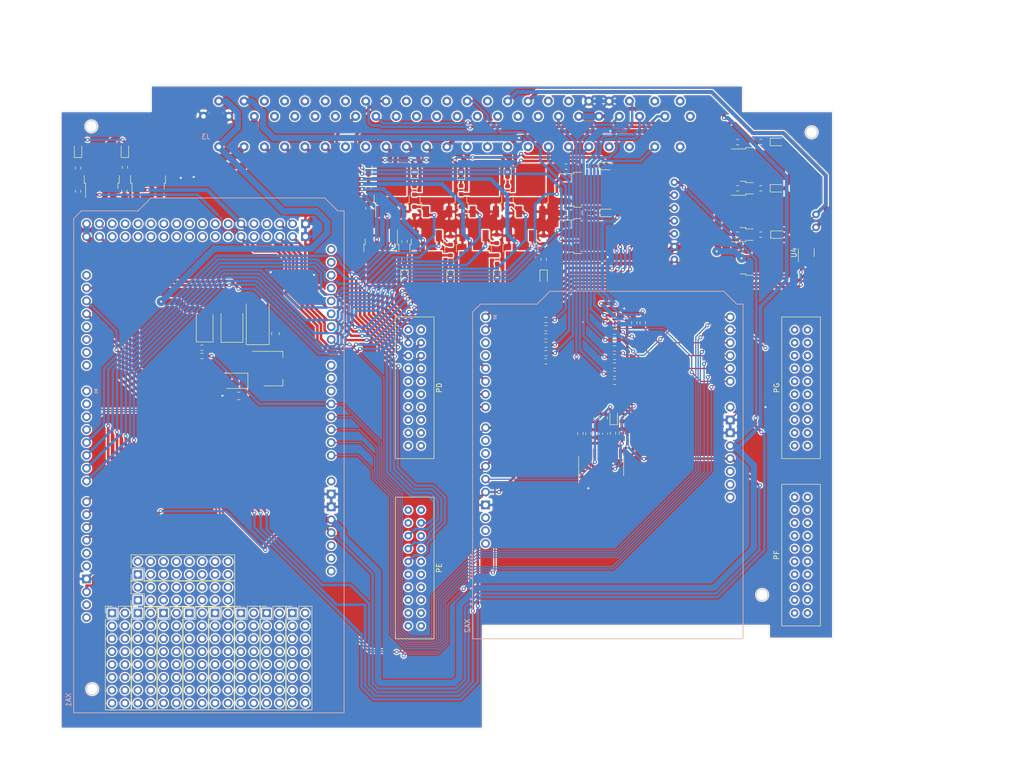
<source format=kicad_pcb>
(kicad_pcb (version 20211014) (generator pcbnew)
  (layers (0 "F.Cu" signal) (31 "B.Cu" signal) (34 "B.Paste" user) (35 "F.Paste" user) (36 "B.SilkS" user "B.Silkscreen") (37 "F.SilkS" user "F.Silkscreen") (38 "B.Mask" user) (39 "F.Mask" user) (44 "Edge.Cuts" user))
  (net 0 "")
  (net 1 "GND")
  (net 2 "Net-(D3-Pad1)")
  (net 3 "Net-(D4-Pad1)")
  (net 4 "Net-(D5-Pad1)")
  (net 5 "Net-(D6-Pad1)")
  (net 6 "Net-(D7-Pad1)")
  (net 9 "Net-(D8-Pad1)")
  (net 10 "Net-(D9-Pad1)")
  (net 11 "Net-(D10-Pad1)")
  (net 12 "Net-(D11-Pad1)")
  (net 14 "Net-(D12-Pad1)")
  (net 19 "Net-(D13-Pad1)")
  (net 24 "Net-(D16-Pad1)")
  (net 25 "T5_APCA")
  (net 30 "T5_INJ1")
  (net 36 "MCU_IAT")
  (net 80 "MCU_CANRX")
  (net 82 "MCU_CANTX")
  (net 171 "CANH")
  (net 172 "CANL")
  (net 173 "Net-(C1-Pad2)")
  (net 174 "Net-(C2-Pad2)")
  (net 175 "Net-(C3-Pad1)")
  (net 176 "T5_CPS")
  (net 177 "+3.3V")
  (net 178 "Net-(R3-Pad2)")
  (net 179 "MCU_CPS")
  (net 185 "MCU_IGN1")
  (net 186 "MCU_IGN2")
  (net 187 "MCU_IGN3")
  (net 188 "MCU_IGN4")
  (net 189 "MCU_INJ1")
  (net 190 "MCU_INJ2")
  (net 191 "MCU_INJ3")
  (net 192 "MCU_INJ4")
  (net 193 "Net-(D1-Pad1)")
  (net 194 "MCU_APCA")
  (net 195 "T5_INJ2")
  (net 196 "T5_INJ3")
  (net 197 "T5_INJ4")
  (net 198 "T5_IGN1")
  (net 199 "T5_IGN2")
  (net 200 "T5_IGN3")
  (net 201 "T5_IGN4")
  (net 202 "T5_APCB")
  (net 203 "T5_CHECKENG")
  (net 204 "T5_IAC")
  (net 205 "T5_SHIFTUP")
  (net 206 "Net-(D17-Pad1)")
  (net 207 "Net-(D18-Pad1)")
  (net 208 "T5_MAINRLY")
  (net 209 "T5_FUELRLY")
  (net 210 "T5_COMB12")
  (net 211 "T5_COMB34")
  (net 212 "T5_MAP")
  (net 213 "T5_O2_1")
  (net 214 "+5V")
  (net 215 "T5_KNOCK")
  (net 216 "T5_TPS")
  (net 217 "MCU_COOLANT")
  (net 218 "T5_O2_2")
  (net 219 "MCU_APCB")
  (net 220 "MCU_IAC")
  (net 221 "MCU_CHECKENG")
  (net 222 "MCU_SHIFTUP")
  (net 223 "MCU_MAINRLY")
  (net 224 "MCU_FUELRLY")
  (net 225 "MCU_MAP")
  (net 226 "MCU_KNOCK")
  (net 227 "MCU_TPS")
  (net 228 "MCU_COMB12")
  (net 229 "MCU_WBO2")
  (net 230 "T5_WBO2")
  (net 231 "+30")
  (net 232 "+15")
  (net 233 "MCU_IGN_+15")
  (net 234 "MCU_BAT")
  (net 235 "CAN_INT")
  (net 236 "SCK")
  (net 237 "MOSI")
  (net 238 "MISO")
  (net 239 "CAN_CS")
  (net 240 "MCU_COMB34")
  (net 241 "Net-(C17-Pad1)")
  (footprint "Resistor_SMD:R_0603_1608Metric" (layer "F.Cu") (at 149.9108 81.3816)
    (fp_text reference "R43" hide)
    (fp_text value "10k" hide)
  )
  (footprint "Package_TO_SOT_SMD:TO-252-2" (layer "F.Cu") (at 178.24 56.896)
    (fp_text reference "Q9" hide)
    (fp_text value "Q_NMOS_GDS" hide)
  )
  (footprint "Resistor_SMD:R_0603_1608Metric" (layer "F.Cu") (at 140.3439 38.8881 180)
    (fp_text reference "R34" hide)
    (fp_text value "1k" hide)
  )
  (footprint "Diode_SMD:D_SMA" (layer "F.Cu") (at 69.0626 70.104 90)
    (fp_text reference "D14" hide)
    (fp_text value "B130-13-F" hide)
  )
  (footprint "Package_TO_SOT_SMD:TO-252-2" (layer "F.Cu") (at 133.3782 43.5905 90)
    (fp_text reference "Q11" hide)
    (fp_text value "Q_NMOS_GDS" hide)
  )
  (footprint "Resistor_SMD:R_0603_1608Metric" (layer "F.Cu") (at 174.176 52.324 180)
    (fp_text reference "R21" hide)
    (fp_text value "1k" hide)
  )
  (footprint "LED_SMD:LED_0603_1608Metric" (layer "F.Cu") (at 117.554 60.7945 -90)
    (fp_text reference "D5" hide)
    (fp_text value "LED" hide)
  )
  (footprint "Resistor_SMD:R_0603_1608Metric" (layer "F.Cu") (at 149.9362 69.85 180)
    (fp_text reference "R41" hide)
    (fp_text value "10k" hide)
  )
  (footprint "Connector_PinHeader_2.54mm:PinHeader_2x08_P2.54mm_Vertical" (layer "F.Cu") (at 50.8 127)
    (fp_text reference "REF**" hide)
    (fp_text value "PinHeader_2x08_P2.54mm_Vertical" hide)
  )
  (footprint "LED_SMD:LED_0603_1608Metric" (layer "F.Cu") (at 148.2434 38.7801)
    (fp_text reference "D18" hide)
    (fp_text value "LED" hide)
  )
  (footprint "Capacitor_Tantalum_SMD:CP_EIA-3528-21_Kemet-B" (layer "F.Cu") (at 75.1332 81.1784 180)
    (fp_text reference "C21" hide)
    (fp_text value "47uF" hide)
  )
  (footprint "Connector_PinHeader_2.54mm:PinHeader_2x08_P2.54mm_Vertical" (layer "F.Cu") (at 55.88 119.38 90)
    (fp_text reference "REF**" hide)
    (fp_text value "PinHeader_2x08_P2.54mm_Vertical" hide)
  )
  (footprint "Resistor_SMD:R_0603_1608Metric" (layer "F.Cu") (at 153.797 69.723 -90)
    (fp_text reference "R38" hide)
    (fp_text value "20k" hide)
  )
  (footprint "Resistor_SMD:R_0603_1608Metric" (layer "F.Cu") (at 135.9182 57.2385 -90)
    (fp_text reference "R28" hide)
    (fp_text value "1k" hide)
  )
  (footprint "Package_TO_SOT_SMD:SOT-223" (layer "F.Cu") (at 82.5754 78.7654)
    (fp_text reference "U8" hide)
    (fp_text value "LM2940S-5.0/NOPB" hide)
  )
  (footprint "Resistor_SMD:R_0603_1608Metric" (layer "F.Cu") (at 136.3604 77.3176 180)
    (fp_text reference "R51" hide)
    (fp_text value "40k" hide)
  )
  (footprint "Connector_PinHeader_2.54mm:PinHeader_2x08_P2.54mm_Vertical" (layer "F.Cu") (at 55.88 127)
    (fp_text reference "REF**" hide)
    (fp_text value "PinHeader_2x08_P2.54mm_Vertical" hide)
  )
  (footprint "Package_TO_SOT_SMD:SOT-23-8" (layer "F.Cu") (at 187.706 55.88 90)
    (fp_text reference "U4")
    (fp_text value "TCAN330")
  )
  (footprint "LED_SMD:LED_0603_1608Metric" (layer "F.Cu") (at 126.7549 60.7884 -90)
    (fp_text reference "D8" hide)
    (fp_text value "LED" hide)
  )
  (footprint "Capacitor_Tantalum_SMD:CP_EIA-7343-31_Kemet-D" (layer "F.Cu") (at 79.5274 69.6214 90)
    (fp_text reference "C17" hide)
    (fp_text value "10uF" hide)
  )
  (footprint "arduino-library:Arduino_Mega2560_Shield" (layer "F.Cu") (at 96.5708 146.69 90)
    (fp_text reference "XA1")
    (fp_text value "Arduino_Mega2560_Shield")
  )
  (footprint "Package_TO_SOT_SMD:TO-252-2" (layer "F.Cu") (at 122.1829 56.7244 -90)
    (fp_text reference "Q7" hide)
    (fp_text value "Q_NMOS_GDS" hide)
  )
  (footprint "Package_TO_SOT_SMD:TO-252-2" (layer "F.Cu") (at 57.912 39.692 90)
    (fp_text reference "Q6" hide)
    (fp_text value "Q_NMOS_GDS" hide)
  )
  (footprint "Resistor_SMD:R_0603_1608Metric" (layer "F.Cu") (at 68.5324 76.2808)
    (fp_text reference "R55" hide)
    (fp_text value "40k" hide)
  )
  (footprint "Resistor_SMD:R_0603_1608Metric" (layer "F.Cu") (at 178.748 43.18)
    (fp_text reference "R32" hide)
    (fp_text value "1k" hide)
  )
  (footprint "Resistor_SMD:R_0603_1608Metric" (layer "F.Cu") (at 119.6429 43.5164 90)
    (fp_text reference "R23" hide)
    (fp_text value "1k" hide)
  )
  (footprint "Package_TO_SOT_SMD:TO-252-2" (layer "F.Cu") (at 105.9452 43.5637 90)
    (fp_text reference "Q2" hide)
    (fp_text value "Q_NMOS_GDS" hide)
  )
  (footprint "Resistor_SMD:R_0603_1608Metric" (layer "F.Cu") (at 53.34 39.021 90)
    (fp_text reference "R18" hide)
    (fp_text value "1k" hide)
  )
  (footprint "Package_TO_SOT_SMD:TO-252-2" (layer "F.Cu") (at 115.014 43.5905 90)
    (fp_text reference "Q5" hide)
    (fp_text value "Q_NMOS_GDS" hide)
  )
  (footprint "LED_SMD:LED_0603_1608Metric" (layer "F.Cu") (at 44.088 35.628 90)
    (fp_text reference "D4" hide)
    (fp_text value "LED" hide)
  )
  (footprint "LED_SMD:LED_0603_1608Metric" (layer "F.Cu") (at 148.4719 48.0321)
    (fp_text reference "D17" hide)
    (fp_text value "LED" hide)
  )
  (footprint "Resistor_SMD:R_0603_1608Metric" (layer "F.Cu") (at 135.9182 53.3655 90)
    (fp_text reference "R25" hide)
    (fp_text value "1k" hide)
  )
  (footprint "Package_TO_SOT_SMD:TO-252-2" (layer "F.Cu") (at 48.768 39.692 90)
    (fp_text reference "Q3" hide)
    (fp_text value "Q_NMOS_GDS" hide)
  )
  (footprint "LED_SMD:LED_0603_1608Metric" (layer "F.Cu") (at 119.6429 39.9604 90)
    (fp_text reference "D9" hide)
    (fp_text value "LED" hide)
  )
  (footprint "Resistor_SMD:R_0603_1608Metric" (layer "F.Cu") (at 136.3604 72.39 180)
    (fp_text reference "R46" hide)
    (fp_text value "40k" hide)
  )
  (footprint "Resistor_SMD:R_0603_1608Metric" (layer "F.Cu") (at 110.442 43.5905 90)
    (fp_text reference "R17" hide)
    (fp_text value "1k" hide)
  )
  (footprint "Connector_PinHeader_2.54mm:PinHeader_2x08_P2.54mm_Vertical" (layer "F.Cu") (at 76.2 127)
    (fp_text reference "REF**" hide)
    (fp_text value "PinHeader_2x08_P2.54mm_Vertical" hide)
  )
  (footprint "LED_SMD:LED_0603_1608Metric" (layer "F.Cu") (at 108.4852 60.7677 -90)
    (fp_text reference "D1" hide)
    (fp_text value "LED" hide)
  )
  (footprint "Connector_PinHeader_2.54mm:PinHeader_2x08_P2.54mm_Vertical" (layer "F.Cu") (at 81.28 127)
    (fp_text reference "REF**" hide)
    (fp_text value "PinHeader_2x08_P2.54mm_Vertical" hide)
  )
  (footprint "Resistor_SMD:R_0603_1608Metric" (layer "F.Cu") (at 151.3586 91.5162 -90)
    (fp_text reference "R3" hide)
    (fp_text value "1k" hide)
  )
  (footprint "Resistor_SMD:R_0603_1608Metric" (layer "F.Cu") (at 148.0058 88.4936 -90)
    (fp_text reference "R4" hide)
    (fp_text value "180k" hide)
  )
  (footprint "Capacitor_SMD:C_0603_1608Metric" (layer "F.Cu") (at 148.0312 91.5924 90)
    (fp_text reference "C3" hide)
    (fp_text value "0.75nF" hide)
  )
  (footprint "Package_TO_SOT_SMD:TO-252-2" (layer "F.Cu") (at 103.9132 56.7037 -90)
    (fp_text reference "Q1" hide)
    (fp_text value "Q_NMOS_GDS" hide)
  )
  (footprint "Connector_PinHeader_2.54mm:PinHeader_2x08_P2.54mm_Vertical" (layer "F.Cu") (at 60.96 127)
    (fp_text reference "REF**" hide)
    (fp_text value "PinHeader_2x08_P2.54mm_Vertical" hide)
  )
  (footprint "Resistor_SMD:R_0603_1608Metric" (layer "F.Cu") (at 44.1005 39.184 90)
    (fp_text reference "R12" hide)
    (fp_text value "1k" hide)
  )
  (footprint "Resistor_SMD:R_0603_1608Metric" (layer "F.Cu") (at 151.384 88.3412 90)
    (fp_text reference "R5" hide)
    (fp_text value "1k" hide)
  )
  (footprint "LED_SMD:LED_0603_1608Metric" (layer "F.Cu") (at 135.9182 60.7945 -90)
    (fp_text reference "D11" hide)
    (fp_text value "LED" hide)
  )
  (footprint "Capacitor_SMD:C_0805_2012Metric" (layer "F.Cu") (at 75.7936 84.1502 180)
    (fp_text reference "C20" hide)
    (fp_text value "0.1uF" hide)
  )
  (footprint "Resistor_SMD:R_0603_1608Metric" (layer "F.Cu") (at 117.554 57.2385 -90)
    (fp_text reference "R16" hide)
    (fp_text value "1k" hide)
  )
  (footprint "Resistor_SMD:R_0603_1608Metric" (layer "F.Cu") (at 144.7546 91.5924 90)
    (fp_text reference "R1" hide)
    (fp_text value "1M" hide)
  )
  (footprint "Resistor_SMD:R_0603_1608Metric" (layer "F.Cu") (at 126.7549 57.2324 -90)
    (fp_text reference "R22" hide)
    (fp_text value "1k" hide)
  )
  (footprint "Resistor_SMD:R_0603_1608Metric" (layer "F.Cu") (at 149.9108 78.1558 180)
    (fp_text reference "R44" hide)
    (fp_text value "10k" hide)
  )
  (footprint "Resistor_SMD:R_0603_1608Metric" (layer "F.Cu") (at 128.8062 47.2695 -90)
    (fp_text reference "R26" hide)
    (fp_text value "1k" hide)
  )
  (footprint "Package_TO_SOT_SMD:TO-252-2" (layer "F.Cu") (at 131.3462 56.7305 -90)
    (fp_text reference "Q10" hide)
    (fp_text value "Q_NMOS_GDS" hide)
  )
  (footprint "LED_SMD:LED_0603_1608Metric" (layer "F.Cu") (at 182.0755 43.18)
    (fp_text reference "D16" hide)
    (fp_text value "LED" hide)
  )
  (footprint "Resistor_SMD:R_0603_1608Metric" (layer "F.Cu") (at 143.1798 91.567 -90)
    (fp_text reference "R2" hide)
    (fp_text value "68k" hide)
  )
  (footprint "Diode_SMD:D_SMB" (layer "F.Cu") (at 74.4474 70.0278 90)
    (fp_text reference "D15" hide)
    (fp_text value "D_TVS" hide)
  )
  (footprint "Package_TO_SOT_SMD:TO-252-2" (layer "F.Cu") (at 178.24 38.608)
    (fp_text reference "Q12" hide)
    (fp_text value "Q_NMOS_GDS" hide)
  )
  (footprint "Connector_PinHeader_2.54mm:PinHeader_2x08_P2.54mm_Vertical" (layer "F.Cu") (at 55.88 124.46 90)
    (fp_text reference "REF**" hide)
    (fp_text value "PinHeader_2x08_P2.54mm_Vertical" hide)
  )
  (footprint "Resistor_SMD:R_0603_1608Metric" (layer "F.Cu") (at 144.4079 38.7926)
    (fp_text reference "R36" hide)
    (fp_text value "1k" hide)
  )
  (footprint "Resistor_SMD:R_0603_1608Metric" (layer "F.Cu") (at 136.3726 75.7174)
    (fp_text reference "R49" hide)
    (fp_text value "10k" hide)
  )
  (footprint "Resistor_SMD:R_0603_1608Metric" (layer "F.Cu") (at 149.914 76.454 180)
    (fp_text reference "R48" hide)
    (fp_text value "10k" hide)
  )
  (footprint "LED_SMD:LED_0603_1608Metric" (layer "F.Cu") (at 53.34 35.628 90)
    (fp_text reference "D7" hide)
    (fp_text value "LED" hide)
  )
  (footprint "LED_SMD:LED_0603_1608Metric" (layer "F.Cu") (at 182.19 52.324)
    (fp_text reference "D10" hide)
    (fp_text value "LED" hide)
  )
  (footprint "Package_SO:SOIC-14_3.9x8.7mm_P1.27mm" (layer "F.Cu") (at 147.2638 97.9462 90)
    (fp_text reference "U3" hide)
    (fp_text value "LM1815" hide)
  )
  (footprint "Resistor_SMD:R_0603_1608Metric" (layer "F.Cu") (at 53.2445 43.756 -90)
    (fp_text reference "R15" hide)
    (fp_text value "1k" hide)
  )
  (footprint "Resistor_SMD:R_0603_1608Metric" (layer "F.Cu") (at 149.9108 73.1012)
    (fp_text reference "R47" hide)
    (fp_text value "1k" hide)
  )
  (footprint "Package_TO_SOT_SMD:TO-252-2" (layer "F.Cu") (at 178.24 47.752)
    (fp_text reference "Q13" hide)
    (fp_text value "Q_NMOS_GDS" hide)
  )
  (footprint "LED_SMD:LED_0603_1608Metric" (layer "F.Cu") (at 149.733 88.3412 90)
    (fp_text reference "D2" hide)
    (fp_text value "LED" hide)
  )
  (footprint "Resistor_SMD:R_0603_1608Metric" (layer "F.Cu") (at 149.9076 71.4802)
    (fp_text reference "R45" hide)
    (fp_text value "20k" hide)
  )
  (footprint "Resistor_SMD:R_0603_1608Metric" (layer "F.Cu") (at 174.176 34.0505 180)
    (fp_text reference "R27" hide)
    (fp_text value "1k" hide)
  )
  (footprint "LED_SMD:LED_0603_1608Metric" (layer "F.Cu") (at 101.3732 39.4997 90)
    (fp_text reference "D3" hide)
    (fp_text value "LED" hide)
  )
  (footprint "Package_TO_SOT_SMD:TO-252-2" (layer "F.Cu") (at 112.981 56.7305 -90)
    (fp_text reference "Q4" hide)
    (fp_text value "Q_NMOS_GDS" hide)
  )
  (footprint "Resistor_SMD:R_0603_1608Metric" (layer "F.Cu") (at 128.8062 43.5905 90)
    (fp_text reference "R29" hide)
    (fp_text value "1k" hide)
  )
  (footprint "Resistor_SMD:R_0603_1608Metric" (layer "F.Cu") (at 44.1005 43.756 -90)
    (fp_text reference "R9" hide)
    (fp_text value "1k" hide)
  )
  (footprint "Resistor_SMD:R_0603_1608Metric" (layer "F.Cu") (at 149.9108 74.7776)
    (fp_text reference "R50" hide)
    (fp_text value "20k" hide)
  )
  (footprint "Resistor_SMD:R_0603_1608Metric" (layer "F.Cu") (at 108.4852 53.6557 90)
    (fp_text reference "R7" hide)
    (fp_text value "1k" hide)
  )
  (footprint "Resistor_SMD:R_0603_1608Metric" (layer "F.Cu") (at 155.448 69.7098 90)
    (fp_text reference "R37" hide)
    (fp_text value "10k" hide)
  )
  (footprint "LED_SMD:LED_0603_1608Metric" (layer "F.Cu") (at 128.8062 40.0345 90)
    (fp_text reference "D12" hide)
    (fp_text value "LED" hide)
  )
  (footprint "Resistor_SMD:R_0603_1608Metric" (layer "F.Cu") (at 178.748 52.324)
    (fp_text reference "R24" hide)
    (fp_text value "1k" hide)
  )
  (footprint "LED_SMD:LED_0603_1608Metric" (layer "F.Cu") (at 110.442 39.755 90)
    (fp_text reference "D6" hide)
    (fp_text value "LED" hide)
  )
  (footprint "saab_lib:MCP2515_Breakout" (layer "F.Cu") (at 159.1564 39.4462)
    (fp_text reference "U2" hide)
    (fp_text value "MCP2515_Breakout")
  )
  (footprint "saab_lib:Olimex_STM32-E407_Extenstion_Header" (layer "F.Cu") (at 106.68 68.58)
    (fp_text reference "U1")
    (fp_text value "Olimex_STM32-407_Extension_Header")
  )
  (footprint "Resistor_SMD:R_0603_1608Metric" (layer "F.Cu") (at 117.554 53.4915 90)
    (fp_text reference "R13" hide)
    (fp_text value "1k" hide)
  )
  (footprint "Capacitor_SMD:C_0805_2012Metric" (layer "F.Cu") (at 83.0326 71.8668 90)
    (fp_text reference "C18" hide)
    (fp_text value "0.1uF" hide)
  )
  (footprint "Capacitor_SMD:C_0603_1608Metric" (layer "F.Cu") (at 146.3802 88.4936 90)
    (fp_text reference "C2" hide)
    (fp_text value "18nF" hide)
  )
  (footprint "Resistor_SMD:R_0603_1608Metric" (layer "F.Cu") (at 136.3858 69.1642)
    (fp_text reference "R52" hide)
    (fp_text value "10k" hide)
  )
  (footprint "Resistor_SMD:R_0603_1608Metric" (layer "F.Cu") (at 126.6594 53.1684 90)
    (fp_text reference "R19" hide)
    (fp_text value "1k" hide)
  )
  (footprint "Resistor_SMD:R_0603_1608Metric" (layer "F.Cu") (at 136.3668 74.071)
    (fp_text reference "R42" hide)
    (fp_text value "10k" hide)
  )
  (footprint "Package_TO_SOT_SMD:TO-252-2" (layer "F.Cu") (at 144.4079 52.6041)
    (fp_text reference "Q14" hide)
    (fp_text value "Q_NMOS_GDS" hide)
  )
  (footprint "Connector_PinHeader_2.54mm:PinHeader_2x08_P2.54mm_Vertical" (layer "F.Cu") (at 86.36 127)
    (fp_text reference "REF**" hide)
    (fp_text value "PinHeader_2x08_P2.54mm_Vertical" hide)
  )
  (footprint "arduino-library:Arduino_Uno_R3_Shield" (layer "F.Cu") (at 175.26 132.08 90)
    (fp_text reference "XA2")
    (fp_text value "Arduino_Uno_R3_Shield")
  )
  (footprint "Package_TO_SOT_SMD:TO-252-2" (layer "F.Cu") (at 124.2149 43.5844 90)
    (fp_text reference "Q8" hide)
    (fp_text value "Q_NMOS_GDS" hide)
  )
  (footprint "Connector_PinHeader_2.54mm:PinHeader_2x08_P2.54mm_Vertical" (layer "F.Cu") (at 71.12 127)
    (fp_text reference "REF**" hide)
    (fp_text value "PinHeader_2x08_P2.54mm_Vertical" hide)
  )
  (footprint "Resistor_SMD:R_0603_1608Metric" (layer "F.Cu") (at 140.3439 48.0321 180)
    (fp_text reference "R33" hide)
    (fp_text value "1k" hide)
  )
  (footprint "Resistor_SMD:R_0603_1608Metric" (layer "F.Cu") (at 144.9159 48.0321)
    (fp_text reference "R35" hide)
    (fp_text value "1k" hide)
  )
  (footprint "Resistor_SMD:R_0603_1608Metric" (layer "F.Cu") (at 101.3732 43.0557 90)
    (fp_text reference "R11" hide)
    (fp_text value "1k" hide)
  )
  (footprint "Resistor_SMD:R_0603_1608Metric" (layer "F.Cu") (at 149.9616 68.2244)
    (fp_text reference "R40" hide)
    (fp_text value "1k" hide)
  )
  (footprint "Resistor_SMD:R_0603_1608Metric" (layer "F.Cu") (at 149.9108 79.7814)
    (fp_text reference "R39" hide)
    (fp_text value "20k" hide)
  )
  (footprint "Resistor_SMD:R_0603_1608Metric" (layer "F.Cu") (at 178.748 34.036)
    (fp_text reference "R30" hide)
    (fp_text value "1k" hide)
  )
  (footprint "LED_SMD:LED_0603_1608Metric" (layer "F.Cu") (at 182.0755 34.036)
    (fp_text reference "D13" hide)
    (fp_text value "LED" hide)
  )
  (footprint "Connector_PinHeader_2.54mm:PinHeader_2x08_P2.54mm_Vertical" (layer "F.Cu") (at 66.04 127)
    (fp_text reference "REF**" hide)
    (fp_text value "PinHeader_2x08_P2.54mm_Vertical" hide)
  )
  (footprint "Resistor_SMD:R_0603_1608Metric" (layer "F.Cu") (at 136.3826 70.8152 180)
    (fp_text reference "R54" hide)
    (fp_text value "40k" hide)
  )
  (footprint "Resistor_SMD:R_0603_1608Metric" (layer "F.Cu") (at 119.6429 47.6484 -90)
    (fp_text reference "R20" hide)
    (fp_text value "1k" hide)
  )
  (footprint "Resistor_SMD:R_0603_1608Metric" (layer "F.Cu") (at 149.606 91.5416 90)
    (fp_text reference "R6" hide)
    (fp_text value "10k" hide)
  )
  (footprint "Resistor_SMD:R_0603_1608Metric" (layer "F.Cu") (at 68.5292 74.6506 180)
    (fp_text reference "R53" hide)
    (fp_text value "10k" hide)
  )
  (footprint "Resistor_SMD:R_0603_1608Metric" (layer "F.Cu") (at 101.3732 47.1197 -90)
    (fp_text reference "R8" hide)
    (fp_text value "1k" hide)
  )
  (footprint "Package_TO_SOT_SMD:TO-252-2" (layer "F.Cu") (at 144.4079 43.4601)
    (fp_text reference "Q15" hide)
    (fp_text value "Q_NMOS_GDS" hide)
  )
  (footprint "Resistor_SMD:R_0603_1608Metric" (layer "F.Cu") (at 108.4852 57.2117 -90)
    (fp_text reference "R10" hide)
    (fp_text value "1k" hide)
  )
  (footprint "Capacitor_SMD:C_0603_1608Metric" (layer "F.Cu") (at 146.3802 91.5924 -90)
    (fp_text reference "C1" hide)
    (fp_text value "1nF" hide)
  )
  (footprint "Resistor_SMD:R_0603_1608Metric" (layer "F.Cu") (at 174.176 43.18 180)
    (fp_text reference "R31" hide)
    (fp_text value "1k" hide)
  )
  (footprint "Resistor_SMD:R_0603_1608Metric" (layer "F.Cu") (at 110.442 47.6545 -90)
    (fp_text reference "R14" hide)
    (fp_text value "1k" hide)
  )
  (footprint "saab_lib:trionic5_header" (layer "B.Cu") (at 71.84 34.98)
    (fp_text reference "J3")
    (fp_text value "trionic5_header")
  )
  (gr_line (start 193.04 27.94) (end 193.04 132.08) (layer "Edge.Cuts") (width 0.05))
  (gr_line (start 175.26 27.94) (end 193.04 27.94) (layer "Edge.Cuts") (width 0.05))
  (gr_circle (center 179.0192 123.4186) (end 180.1712 123.4186) (layer "Edge.Cuts") (width 0.254) (fill none))
  (gr_circle (center 46.7106 30.9626) (end 47.8626 30.9626) (layer "Edge.Cuts") (width 0.254) (fill none))
  (gr_line (start 123.952 149.86) (end 40.64 149.86) (layer "Edge.Cuts") (width 0.05))
  (gr_line (start 58.42 27.94) (end 40.64 27.94) (layer "Edge.Cuts") (width 0.05))
  (gr_line (start 180.34 132.08) (end 180.34 129.54) (layer "Edge.Cuts") (width 0.05))
  (gr_line (start 180.34 129.54) (end 123.952 129.54) (layer "Edge.Cuts") (width 0.05))
  (gr_line (start 193.04 132.08) (end 180.34 132.08) (layer "Edge.Cuts") (width 0.05))
  (gr_line (start 123.952 129.54) (end 123.952 149.86) (layer "Edge.Cuts") (width 0.05))
  (gr_circle (center 188.7728 32.131) (end 189.9248 32.131) (layer "Edge.Cuts") (width 0.254) (fill none))
  (gr_line (start 175.26 22.86) (end 175.26 27.94) (layer "Edge.Cuts") (width 0.05))
  (gr_line (start 58.42 22.86) (end 58.42 27.94) (layer "Edge.Cuts") (width 0.05))
  (gr_line (start 58.42 22.86) (end 175.26 22.86) (layer "Edge.Cuts") (width 0.05))
  (gr_circle (center 46.8884 142.0114) (end 48.0404 142.0114) (layer "Edge.Cuts") (width 0.254) (fill none))
  (gr_line (start 40.64 27.94) (end 40.64 149.86) (layer "Edge.Cuts") (width 0.05))
  (segment (start 148.3568 71.4802) (end 149.0826 71.4802) (width 0.508) (layer "F.Cu") (net 1))
  (segment (start 105.7399 50.249) (end 101.6332 50.249) (width 1.27) (layer "F.Cu") (net 1))
  (segment (start 60.192 45.32) (end 58.927 46.585) (width 1.27) (layer "F.Cu") (net 1))
  (segment (start 101.6332 50.249) (end 101.6332 48.2047) (width 1.27) (layer "F.Cu") (net 1))
  (segment (start 52.323 46.585) (end 51.048 45.31) (width 1.27) (layer "F.Cu") (net 1))
  (segment (start 140.2079 45.7401) (end 138.7799 45.7401) (width 1.27) (layer "F.Cu") (net 1))
  (segment (start 139.1299 38.8881) (end 139.5189 38.8881) (width 1.27) (layer "F.Cu") (net 1))
  (segment (start 79.4254 78.7791) (end 75.2856 78.7791) (width 1.27) (layer "F.Cu") (net 1))
  (segment (start 173.3365 34.036) (end 173.351 34.0505) (width 1.27) (layer "F.Cu") (net 1))
  (segment (start 139.5189 48.0321) (end 138.5319 48.0321) (width 1.27) (layer "F.Cu") (net 1))
  (segment (start 173.361 50.032) (end 171.777 51.616) (width 1.27) (layer "F.Cu") (net 1))
  (segment (start 45.211 46.585) (end 52.323 46.585) (width 1.27) (layer "F.Cu") (net 1))
  (segment (start 154.251 87.982041) (end 154.251 99.073185) (width 0.508) (layer "F.Cu") (net 1))
  (segment (start 137.287 46.7872) (end 137.287 40.731) (width 1.27) (layer "F.Cu") (net 1))
  (segment (start 148.0312 90.8174) (end 148.0312 89.344) (width 0.508) (layer "F.Cu") (net 1))
  (segment (start 171.777 51.616) (end 171.777 52.8098) (width 1.27) (layer "F.Cu") (net 1))
  (segment (start 172.3644 43.18) (end 171.8056 43.7388) (width 0.508) (layer "F.Cu") (net 1))
  (segment (start 114.7572 50.0888) (end 114.597 50.249) (width 1.27) (layer "F.Cu") (net 1))
  (segment (start 71.5264 46.482) (end 71.4502 46.5582) (width 1.27) (layer "F.Cu") (net 1))
  (segment (start 140.2079 54.8841) (end 139.2879 54.8841) (width 1.27) (layer "F.Cu") (net 1))
  (segment (start 172.9546 40.888) (end 171.8056 42.037) (width 1.27) (layer "F.Cu") (net 1))
  (segment (start 147.0406 72.7964) (end 147.0406 74.803) (width 0.508) (layer "F.Cu") (net 1))
  (segment (start 146.3802 89.2686) (end 147.9558 89.2686) (width 0.508) (layer "F.Cu") (net 1))
  (segment (start 69.5589 81.1159) (end 73.6465 81.1159) (width 0.508) (layer "F.Cu") (net 1))
  (segment (start 171.6786 36.195) (end 171.7802 36.195) (width 0.762) (layer "F.Cu") (net 1))
  (segment (start 140.2079 54.8841) (end 140.7869 54.8841) (width 1.27) (layer "F.Cu") (net 1))
  (segment (start 74.9706 84.1131) (end 74.9706 82.44) (width 1.27) (layer "F.Cu") (net 1))
  (segment (start 91.3892 48.133) (end 91.3892 50.8) (width 1.27) (layer "F.Cu") (net 1))
  (segment (start 126.5682 50.0888) (end 124.6905 50.0888) (width 1.27) (layer "F.Cu") (net 1))
  (segment (start 119.6429 49.8691) (end 119.8626 50.0888) (width 0.508) (layer "F.Cu") (net 1))
  (segment (start 144.7238 102.382) (end 144.7292 102.3874) (width 0.508) (layer "F.Cu") (net 1))
  (segment (start 138.049 72.39) (end 139.319 73.66) (width 0.762) (layer "F.Cu") (net 1))
  (segment (start 73.6465 80.4182) (end 73.6465 81.1159) (width 1.27) (layer "F.Cu") (net 1))
  (segment (start 64.3636 41.1226) (end 62.9614 41.1226) (width 1.27) (layer "F.Cu") (net 1))
  (segment (start 90.3351 59.9821) (end 90.6272 60.2742) (width 1.27) (layer "F.Cu") (net 1))
  (segment (start 135.6582 47.7905) (end 135.6582 47.6282) (width 1.27) (layer "F.Cu") (net 1))
  (segment (start 126.4949 48.2844) (end 124.6905 50.0888) (width 1.27) (layer "F.Cu") (net 1))
  (segment (start 173.351 52.324) (end 172.2628 52.324) (width 0.508) (layer "F.Cu") (net 1))
  (segment (start 142.6464 56.7436) (end 159.639 56.7436) (width 1.27) (layer "F.Cu") (net 1))
  (segment (start 144.8046 90.8174) (end 144.7546 90.7674) (width 0.508) (layer "F.Cu") (net 1))
  (segment (start 148.0312 78.1558) (end 149.0858 78.1558) (width 0.508) (layer "F.Cu") (net 1))
  (segment (start 83.058 70.9203) (end 84.0384 70.9203) (width 1.27) (layer "F.Cu") (net 1))
  (segment (start 149.0726 31.8955) (end 167.3791 31.8955) (width 0.762) (layer "F.Cu") (net 1))
  (segment (start 174.04 50.032) (end 173.361 50.032) (width 1.27) (layer "F.Cu") (net 1))
  (segment (start 126.4949 47.7844) (end 126.4949 48.2844) (width 1.27) (layer "F.Cu") (net 1))
  (segment (start 67.7164 76.2898) (end 67.7164 79.2734) (width 0.508) (layer "F.Cu") (net 1))
  (segment (start 187.381 57.0175) (end 187.381 58.5623) (width 0.254) (layer "F.Cu") (net 1))
  (segment (start 52.323 46.585) (end 53.2445 45.6635) (width 1.27) (layer "F.Cu") (net 1))
  (segment (start 159.639 56.7436) (end 161.6964 54.6862) (width 1.27) (layer "F.Cu") (net 1))
  (segment (start 171.8056 43.7388) (end 171.8056 47.7976) (width 1.27) (layer "F.Cu") (net 1))
  (segment (start 138.7899 45.7401) (end 140.2079 45.7401) (width 1.27) (layer "F.Cu") (net 1))
  (segment (start 60.192 43.892) (end 60.192 45.32) (width 1.27) (layer "F.Cu") (net 1))
  (segment (start 58.927 46.585) (end 52.323 46.585) (width 1.27) (layer "F.Cu") (net 1))
  (segment (start 162.9156 54.9148) (end 161.925 54.9148) (width 1.27) (layer "F.Cu") (net 1))
  (segment (start 119.8626 50.0888) (end 118.9736 50.0888) (width 1.27) (layer "F.Cu") (net 1))
  (segment (start 89.3522 50.17) (end 88.9508 50.17) (width 1.27) (layer "F.Cu") (net 1))
  (segment (start 173.351 43.18) (end 172.3644 43.18) (width 0.508) (layer "F.Cu") (net 1))
  (segment (start 99.635001 47.684999) (end 98.840599 47.684999) (width 1.27) (layer "F.Cu") (net 1))
  (segment (start 82.0928 59.7275) (end 79.4766 62.3437) (width 1.27) (layer "F.Cu") (net 1))
  (segment (start 77.6847 67.8827) (end 79.4766 66.0908) (width 1.27) (layer "F.Cu") (net 1))
  (segment (start 171.777 52.8098) (end 171.777 56.913) (width 1.27) (layer "F.Cu") (net 1))
  (segment (start 110.9042 50.249) (end 108.4195 50.249) (width 1.27) (layer "F.Cu") (net 1))
  (segment (start 119.6429 48.4734) (end 119.6429 49.8691) (width 0.508) (layer "F.Cu") (net 1))
  (segment (start 167.1768 59.176) (end 162.9156 54.9148) (width 1.27) (layer "F.Cu") (net 1))
  (segment (start 173.5776 40.888) (end 174.04 40.888) (width 1.27) (layer "F.Cu") (net 1))
  (segment (start 148.1957 89.1287) (end 148.0058 89.3186) (width 0.508) (layer "F.Cu") (net 1))
  (segment (start 86.0552 72.9371) (end 86.0552 73.5467) (width 1.27) (layer "F.Cu") (net 1))
  (segment (start 74.9706 82.44) (end 73.6465 81.1159) (width 1.27) (layer "F.Cu") (net 1))
  (segment (start 135.9182 51.2854) (end 135.4308 50.798) (width 0.508) (layer "F.Cu") (net 1))
  (segment (start 137.2076 72.3678) (end 137.1854 72.39) (width 0.762) (layer "F.Cu") (net 1))
  (segment (start 135.6582 47.7905) (end 136.7395 47.7905) (width 1.27) (layer "F.Cu") (net 1))
  (segment (start 144.7546 87.757) (end 147.9296 84.582) (width 0.508) (layer "F.Cu") (net 1))
  (segment (start 173.351 34.0505) (end 172.5277 34.0505) (width 1.27) (layer "F.Cu") (net 1))
  (segment (start 151.8036 66.9046) (end 153.797 68.898) (width 0.508) (layer "F.Cu") (net 1))
  (segment (start 124.6905 50.0888) (end 119.8626 50.0888) (width 1.27) (layer "F.Cu") (net 1))
  (segment (start 147.6492 66.9046) (end 146.7612 67.7926) (width 0.508) (layer "F.Cu") (net 1))
  (segment (start 146.3802 89.2686) (end 146.3802 90.8174) (width 0.508) (layer "F.Cu") (net 1))
  (segment (start 135.4308 50.798) (end 134.7216 50.0888) (width 1.27) (layer "F.Cu") (net 1))
  (segment (start 138.5319 48.0321) (end 137.5149 47.0151) (width 1.27) (layer "F.Cu") (net 1))
  (segment (start 138.2522 77.3176) (end 137.1854 77.3176) (width 0.762) (layer "F.Cu") (net 1))
  (segment (start 80.8228 78.7791) (end 79.4254 78.7791) (width 1.27) (layer "F.Cu") (net 1))
  (segment (start 89.4792 52.71) (end 88.9508 52.71) (width 1.27) (layer "F.Cu") (net 1))
  (segment (start 171.7802 36.195) (end 171.7802 39.0906) (width 1.27) (layer "F.Cu") (net 1))
  (segment (start 126.6594 52.3434) (end 126.6594 50.18) (width 0.508) (layer "F.Cu") (net 1))
  (segment (start 137.5149 47.0151) (end 137.287 46.7872) (width 1.27) (layer "F.Cu") (net 1))
  (segment (start 175.26 86.36) (end 172.72 88.9) (width 0.254) (layer "F.Cu") (net 1))
  (segment (start 70.925999 47.684999) (end 64.3636 41.1226) (width 1.27) (layer "F.Cu") (net 1))
  (segment (start 108.2252 47.7637) (end 105.7399 50.249) (width 1.27) (layer "F.Cu") (net 1))
  (segment (start 147.6492 66.9046) (end 151.8036 66.9046) (width 0.508) (layer "F.Cu") (net 1))
  (segment (start 44.1005 45.4745) (end 45.211 46.585) (width 1.27) (layer "F.Cu") (net 1))
  (segment (start 117.0555 47.7905) (end 114.597 50.249) (width 1.27) (layer "F.Cu") (net 1))
  (segment (start 139.319 76.2508) (end 138.2522 77.3176) (width 0.762) (layer "F.Cu") (net 1))
  (segment (start 171.777 56.913) (end 174.04 59.176) (width 1.27) (layer "F.Cu") (net 1))
  (segment (start 137.287 40.731) (end 139.1299 38.8881) (width 1.27) (layer "F.Cu") (net 1))
  (segment (start 172.5277 34.0505) (end 171.7802 34.798) (width 1.27) (layer "F.Cu") (net 1))
  (segment (start 83.058 69.6722) (end 79.4766 66.0908) (width 1.27) (layer "F.Cu") (net 1))
  (segment (start 105.7399 50.249) (end 108.4195 50.249) (width 1.27) (layer "F.Cu") (net 1))
  (segment (start 144.7238 100.4212) (end 144.7238 102.382) (width 0.508) (layer "F.Cu") (net 1))
  (segment (start 146.7612 70.104) (end 148.1374 71.4802) (width 0.508) (layer "F.Cu") (net 1))
  (segment (start 71.4502 46.5582) (end 66.9036 42.0116) (width 1.27) (layer "F.Cu") (net 1))
  (segment (start 137.4648 53.061) (end 137.4648 47.0652) (width 1.27) (layer "F.Cu") (net 1))
  (segment (start 147.0406 74.803) (end 147.0406 77.1652) (width 0.508) (layer "F.Cu") (net 1))
  (segment (start 90.3351 51.8541) (end 89.4792 52.71) (width 1.27) (layer "F.Cu") (net 1))
  (segment (start 149.6568 97.4852) (end 149.6568 95.6182) (width 0.508) (layer "F.Cu") (net 1))
  (segment (start 171.8056 42.037) (end 171.8056 43.7388) (width 1.27) (layer "F.Cu") (net 1))
  (segment (start 149.733 89.1287) (end 148.1957 89.1287) (width 0.508) (layer "F.Cu") (net 1))
  (segment (start 167.3791 31.8955) (end 171.6786 36.195) (width 0.762) (layer "F.Cu") (net 1))
  (segment (start 101.113499 47.684999) (end 99.635001 47.684999) (width 1.27) (layer "F.Cu") (net 1))
  (segment (start 91.837201 47.684999) (end 70.925999 47.684999) (width 1.27) (layer "F.Cu") (net 1))
  (segment (start 154.251 87.982041) (end 155.168959 88.9) (width 0.508) (layer "F.Cu") (net 1))
  (segment (start 146.8882 83.5406) (end 147.9296 84.582) (width 0.508) (layer "F.Cu") (net 1))
  (segment (start 171.7802 39.0906) (end 173.5776 40.888) (width 1.27) (layer "F.Cu") (net 1))
  (segment (start 67.7164 79.2734) (end 69.5589 81.1159) (width 0.508) (layer "F.Cu") (net 1))
  (segment (start 139.319 76.2508) (end 140.7922 74.7776) (width 0.762) (layer "F.Cu") (net 1))
  (segment (start 91.837201 47.684999) (end 91.3892 48.133) (width 1.27) (layer "F.Cu") (net 1))
  (segment (start 117.294 47.7905) (end 117.0555 47.7905) (width 1.27) (layer "F.Cu") (net 1))
  (segment (start 146.3802 90.8174) (end 144.8046 90.8174) (width 0.508) (layer "F.Cu") (net 1))
  (segment (start 66.9036 42.0116) (end 66.9036 40.9448) (width 1.27) (layer "F.Cu") (net 1))
  (segment (start 84.0384 70.9203) (end 86.0552 72.9371) (width 1.27) (layer "F.Cu") (net 1))
  (segment (start 108.4195 50.249) (end 110.701 52.5305) (width 1.27) (layer "F.Cu") (net 1))
  (segment (start 101.6332 48.2047) (end 101.3732 47.9447) (width 1.27) (layer "F.Cu") (net 1))
  (segment (start 83.058 70.9203) (end 83.058 69.6722) (width 1.27) (layer "F.Cu") (net 1))
  (segment (start 86.0552 73.5467) (end 80.8228 78.7791) (width 1.27) (layer "F.Cu") (net 1))
  (segment (start 174.04 59.176) (end 167.1768 59.176) (width 1.27) (layer "F.Cu") (net 1))
  (segment (start 140.7869 54.8841) (end 142.6464 56.7436) (width 1.27) (layer "F.Cu") (net 1))
  (segment (start 148.3568 71.4802) (end 147.0406 72.7964) (width 0.508) (layer "F.Cu") (net 1))
  (segment (start 148.0312 78.1558) (end 146.8882 79.2988) (width 0.508) (layer "F.Cu") (net 1))
  (segment (start 91.3892 50.8) (end 90.3351 51.8541) (width 1.27) (layer "F.Cu") (net 1))
  (segment (start 44.1005 44.581) (end 44.1005 45.4745) (width 1.27) (layer "F.Cu") (net 1))
  (segment (start 150.936785 102.3874) (end 144.7292 102.3874) (width 0.508) (layer "F.Cu") (net 1))
  (segment (start 137.4648 47.0652) (end 137.5149 47.0151) (width 1.27) (layer "F.Cu") (net 1))
  (segment (start 91.3892 48.133) (end 89.3522 50.17) (width 1.27) (layer "F.Cu") (net 1))
  (segment (start 135.9182 52.5405) (end 135.9182 51.2854) (width 0.508) (layer "F.Cu") (net 1))
  (segment (start 118.9736 50.0888) (end 114.7572 50.0888) (width 1.27) (layer "F.Cu") (net 1))
  (segment (start 79.4766 62.3437) (end 79.4766 66.0908) (width 1.27) (layer "F.Cu") (net 1))
  (segment (start 146.7612 67.7926) (end 146.7612 70.104) (width 0.508) (layer "F.Cu") (net 1))
  (segment (start 179.6695 86.36) (end 175.26 86.36) (width 0.254) (layer "F.Cu") (net 1))
  (segment (start 148.1374 71.4802) (end 148.3568 71.4802) (width 0.508) (layer "F.Cu") (net 1))
  (segment (start 119.9029 51.0181) (end 118.9736 50.0888) (width 1.27) (layer "F.Cu") (net 1))
  (segment (start 128.8062 49.8574) (end 128.5748 50.0888) (width 0.508) (layer "F.Cu") (net 1))
  (segment (start 127.635 50.0888) (end 126.5682 50.0888) (width 1.27) (layer "F.Cu") (net 1))
  (segment (start 129.0662 50.5802) (end 128.5748 50.0888) (width 1.27) (layer "F.Cu") (net 1))
  (segment (start 101.6332 52.5037) (end 101.6332 50.249) (width 1.27) (layer "F.Cu") (net 1))
  (segment (start 172.2628 52.324) (end 171.777 52.8098) (width 0.508) (layer "F.Cu") (net 1))
  (segment (start 114.597 50.249) (end 110.9042 50.249) (width 1.27) (layer "F.Cu") (net 1))
  (segment (start 134.7216 50.0888) (end 127.635 50.0888) (width 1.27) (layer "F.Cu") (net 1))
  (segment (start 62.9614 41.1226) (end 60.192 43.892) (width 1.27) (layer "F.Cu") (net 1))
  (segment (start 126.6594 50.18) (end 126.5682 50.0888) (width 0.508) (layer "F.Cu") (net 1))
  (segment (start 135.6582 47.7905) (end 135.6582 49.1522) (width 1.27) (layer "F.Cu") (net 1))
  (segment (start 171.8056 47.7976) (end 174.04 50.032) (width 1.27) (layer "F.Cu") (net 1))
  (segment (start 53.2445 45.6635) (end 53.2445 44.581) (width 1.27) (layer "F.Cu") (net 1))
  (segment (start 101.3732 47.9447) (end 101.113499 47.684999) (width 1.27) (layer "F.Cu") (net 1))
  (segment (start 137.2076 70.8152) (end 137.2076 72.3678) (width 0.762) (layer "F.Cu") (net 1))
  (segment (start 139.2879 54.8841) (end 137.4648 53.061) (width 1.27) (layer "F.Cu") (net 1))
  (segment (start 139.319 73.66) (end 139.319 76.2508) (width 0.762) (layer "F.Cu") (net 1))
  (segment (start 150.850959 84.582) (end 154.251 87.982041) (width 0.508) (layer "F.Cu") (net 1))
  (segment (start 98.840599 47.684999) (end 97.6376 46.482) (width 1.27) (layer "F.Cu") (net 1))
  (segment (start 73.5957 83.0715) (end 72.5678 84.0994) (width 0.508) (layer "F.Cu") (net 1))
  (segment (start 146.8882 79.2988) (end 146.8882 83.5406) (width 0.508) (layer "F.Cu") (net 1))
  (segment (start 171.7802 34.798) (end 171.7802 36.195) (width 1.27) (layer "F.Cu") (net 1))
  (segment (start 75.2856 78.7791) (end 73.6465 80.4182) (width 1.27) (layer "F.Cu") (net 1))
  (segment (start 108.4852 52.8307) (end 108.4852 50.3147) (width 0.508) (layer "F.Cu") (net 1))
  (segment (start 60.192 45.31) (end 60.192 43.892) (width 1.27) (layer "F.Cu") (net 1))
  (segment (start 148.0312 89.344) (end 148.0058 89.3186) (width 0.508) (layer "F.Cu") (net 1))
  (segment (start 90.3351 51.8541) (end 90.3351 59.9821) (width 1.27) (layer "F.Cu") (net 1))
  (segment (start 108.4852 50.3147) (end 108.4195 50.249) (width 0.508) (layer "F.Cu") (net 1))
  (segment (start 154.251 99.073185) (end 150.936785 102.3874) (width 0.508) (layer "F.Cu") (net 1))
  (segment (start 99.635001 47.684999) (end 91.837201 47.684999) (width 1.27) (layer "F.Cu") (net 1))
  (segment (start 110.442 48.4795) (end 110.442 49.7868) (width 0.508) (layer "F.Cu") (net 1))
  (segment (start 51.048 45.31) (end 51.048 43.892) (width 1.27) (layer "F.Cu") (net 1))
  (segment (start 147.9296 84.582) (end 150.850959 84.582) (width 0.508) (layer "F.Cu") (net 1))
  (segment (start 137.5149 47.0151) (end 138.7899 45.7401) (width 1.27) (layer "F.Cu") (net 1))
  (segment (start 147.066 74.7776) (end 147.0406 74.803) (width 0.508) (layer "F.Cu") (net 1))
  (segment (start 119.9029 52.5244) (end 119.9029 51.0181) (width 1.27) (layer "F.Cu") (net 1))
  (segment (start 136.7395 47.7905) (end 137.5149 47.0151) (width 1.27) (layer "F.Cu") (net 1))
  (segment (start 144.7546 90.7674) (end 144.7546 87.757) (width 0.508) (layer "F.Cu") (net 1))
  (segment (start 147.0406 77.1652) (end 148.0312 78.1558) (width 0.508) (layer "F.Cu") (net 1))
  (segment (start 128.8062 48.0945) (end 128.8062 49.8574) (width 0.508) (layer "F.Cu") (net 1))
  (segment (start 149.6568 95.6182) (end 149.8038 95.4712) (width 0.508) (layer "F.Cu") (net 1))
  (segment (start 129.0662 52.5305) (end 129.0662 50.5802) (width 1.27) (layer "F.Cu") (net 1))
  (segment (start 110.442 49.7868) (end 110.9042 50.249) (width 0.508) (layer "F.Cu") (net 1))
  (segment (start 149.0858 74.7776) (end 147.066 74.7776) (width 0.508) (layer "F.Cu") (net 1))
  (segment (start 135.6582 49.1522) (end 134.7216 50.0888) (width 1.27) (layer "F.Cu") (net 1))
  (segment (start 174.04 40.888) (end 172.9546 40.888) (width 1.27) (layer "F.Cu") (net 1))
  (segment (start 137.1854 72.39) (end 138.049 72.39) (width 0.762) (layer "F.Cu") (net 1))
  (segment (start 187.381 58.5623) (end 187.5689 58.7502) (width 0.254) (layer "F.Cu") (net 1))
  (segment (start 161.925 54.9148) (end 161.6964 54.6862) (width 1.27) (layer "F.Cu") (net 1))
  (segment (start 155.168959 88.9) (end 172.72 88.9) (width 0.508) (layer "F.Cu") (net 1))
  (segment (start 67.7074 76.2808) (end 67.7164 76.2898) (width 0.508) (layer "F.Cu") (net 1))
  (segment (start 128.5748 50.0888) (end 127.635 50.0888) (width 1.27) (layer "F.Cu") (net 1))
  (segment (start 140.7922 74.7776) (end 147.066 74.7776) (width 0.762) (layer "F.Cu") (net 1))
  (segment (start 147.9558 89.2686) (end 148.0058 89.3186) (width 0.508) (layer "F.Cu") (net 1))
  (segment (start 97.6376 46.482) (end 71.5264 46.482) (width 1.27) (layer "F.Cu") (net 1))
  (segment (start 73.5957 81.1784) (end 73.5957 83.0715) (width 0.508) (layer "F.Cu") (net 1))
  (segment (start 74.6138 67.8827) (end 77.6847 67.8827) (width 1.27) (layer "F.Cu") (net 1))
  (via (at 149.6568 97.4852) (size 0.8) (drill 0.4) (layers "F.Cu" "B.Cu") (net 1))
  (via (at 64.3636 41.1226) (size 1.778) (drill 0.4) (layers "F.Cu" "B.Cu") (net 1))
  (via (at 90.6272 60.2742) (size 1.27) (drill 0.4) (layers "F.Cu" "B.Cu") (net 1))
  (via (at 148.5392 56.7436) (size 0.8) (drill 0.4) (layers "F.Cu" "B.Cu") (net 1))
  (via (at 72.5678 84.0994) (size 0.8) (drill 0.4) (layers "F.Cu" "B.Cu") (net 1))
  (via (at 82.0928 59.7275) (size 1.27) (drill 0.4) (layers "F.Cu" "B.Cu") (net 1))
  (via (at 187.5689 58.7502) (size 0.8) (drill 0.4) (layers "F.Cu" "B.Cu") (net 1))
  (via (at 144.7292 102.3874) (size 0.8) (drill 0.4) (layers "F.Cu" "B.Cu") (net 1))
  (via (at 179.6695 86.36) (size 0.8) (drill 0.4) (layers "F.Cu" "B.Cu") (net 1))
  (via (at 151.8036 66.9046) (size 0.8) (drill 0.4) (layers "F.Cu" "B.Cu") (net 1))
  (via (at 66.9036 40.9448) (size 1.778) (drill 0.4) (layers "F.Cu" "B.Cu") (net 1))
  (via (at 149.0726 31.8955) (size 0.8) (drill 0.4) (layers "F.Cu" "B.Cu") (net 1))
  (segment (start 144.84 25.98) (end 148.84 25.98) (width 0.762) (layer "B.Cu") (net 1))
  (segment (start 68.6816 32.385) (end 70.358 30.7086) (width 1.27) (layer "B.Cu") (net 1))
  (segment (start 67.691 31.8262) (end 69.723 29.7942) (width 1.27) (layer "B.Cu") (net 1))
  (segment (start 65.9384 41.148) (end 67.691 39.3954) (width 1.27) (layer "B.Cu") (net 1))
  (segment (start 91.9784 103.51) (end 94.0308 103.51) (width 0.508) (layer "B.Cu") (net 1))
  (segment (start 68.6816 39.7002) (end 68.6816 32.385) (width 1.27) (layer "B.Cu") (net 1))
  (segment (start 72.5678 84.0994) (end 91.9784 103.51) (width 0.508) (layer "B.Cu") (net 1))
  (segment (start 152.4762 29.7942) (end 151.1458 31.1246) (width 0.762) (layer "B.Cu") (net 1))
  (segment (start 68.6816 39.8018) (end 68.6816 39.7002) (width 1.27) (layer "B.Cu") (net 1))
  (segment (start 64.3636 41.1226) (end 65.1002 41.8592) (width 1.27) (layer "B.Cu") (net 1))
  (segment (start 94.0308 106.05) (end 59.9948 106.05) (width 0.508) (layer "B.Cu") (net 1))
  (segment (start 179.397 86.0875) (end 179.6695 86.36) (width 0.254) (layer "B.Cu") (net 1))
  (segment (start 179.397 83.3882) (end 179.397 86.0875) (width 0.254) (layer "B.Cu") (net 1))
  (segment (start 180.3965 74.603421) (end 180.3965 82.3887) (width 0.254) (layer "B.Cu") (net 1))
  (segment (start 82.6395 60.2742) (end 90.6272 60.2742) (width 1.27) (layer "B.Cu") (net 1))
  (segment (start 64.3636 41.1226) (end 64.389 41.148) (width 1.27) (layer "B.Cu") (net 1))
  (segment (start 65.1002 41.8592) (end 66.6242 41.8592) (width 1.27) (layer "B.Cu") (net 1))
  (segment (start 59.9948 106.05) (end 45.7708 120.274) (width 0.508) (layer "B.Cu") (net 1))
  (segment (start 68.84 28.98) (end 66.7004 31.1196) (width 1.27) (layer "B.Cu") (net 1))
  (segment (start 151.8036 66.508629) (end 151.8036 66.9046) (width 0.508) (layer "B.Cu") (net 1))
  (segment (start 82.0928 59.7275) (end 82.6395 60.2742) (width 1.27) (layer "B.Cu") (net 1))
  (segment (start 144.7292 102.3874) (end 149.6314 97.4852) (width 0.508) (layer "B.Cu") (net 1))
  (segment (start 180.3965 82.3887) (end 179.397 83.3882) (width 0.254) (layer "B.Cu") (net 1))
  (segment (start 70.358 30.7086) (end 72.0866 28.98) (width 1.27) (layer "B.Cu") (net 1))
  (segment (start 72.0866 28.98) (end 73.84 28.98) (width 1.27) (layer "B.Cu") (net 1))
  (segment (start 149.8943 31.1246) (end 149.1234 31.8955) (width 0.762) (layer "B.Cu") (net 1))
  (segment (start 141.4526 105.664) (end 144.7292 102.3874) (width 0.508) (layer "B.Cu") (net 1))
  (segment (start 66.7004 31.1196) (end 66.7004 31.1404) (width 1.27) (layer "B.Cu") (net 1))
  (segment (start 149.1234 31.8955) (end 149.0726 31.8955) (width 0.762) (layer "B.Cu") (net 1))
  (segment (start 150.2622 25.98) (end 152.4762 28.194) (width 0.762) (layer "B.Cu") (net 1))
  (segment (start 152.4762 28.194) (end 152.4762 29.7942) (width 0.762) (layer "B.Cu") (net 1))
  (segment (start 69.723 29.7942) (end 73.0258 29.7942) (width 1.27) (layer "B.Cu") (net 1))
  (segment (start 66.7004 38.7858) (end 64.3636 41.1226) (width 1.27) (layer "B.Cu") (net 1))
  (segment (start 66.7004 31.1404) (end 66.7004 38.7858) (width 1.27) (layer "B.Cu") (net 1))
  (segment (start 149.6314 97.4852) (end 149.6568 97.4852) (width 0.508) (layer "B.Cu") (net 1))
  (segment (start 148.84 25.98) (end 150.2622 25.98) (width 0.762) (layer "B.Cu") (net 1))
  (segment (start 148.5392 63.244229) (end 151.8036 66.508629) (width 0.508) (layer "B.Cu") (net 1))
  (segment (start 124.46 105.664) (end 141.4526 105.664) (width 0.508) (layer "B.Cu") (net 1))
  (segment (start 94.0308 103.51) (end 94.0308 106.05) (width 0.508) (layer "B.Cu") (net 1))
  (segment (start 64.389 41.148) (end 65.9384 41.148) (width 1.27) (layer "B.Cu") (net 1))
  (segment (start 72.0866 28.98) (end 68.84 28.98) (width 1.27) (layer "B.Cu") (net 1))
  (segment (start 187.5689 67.431021) (end 180.3965 74.603421) (width 0.254) (layer "B.Cu") (net 1))
  (segment (start 172.72 88.9) (end 172.72 91.44) (width 0.508) (layer "B.Cu") (net 1))
  (segment (start 73.0258 29.7942) (end 73.84 28.98) (width 1.27) (layer "B.Cu") (net 1))
  (segment (start 187.5689 58.7502) (end 187.5689 67.431021) (width 0.254) (layer "B.Cu") (net 1))
  (segment (start 148.5392 56.7436) (end 148.5392 63.244229) (width 0.508) (layer "B.Cu") (net 1))
  (segment (start 67.691 39.3954) (end 67.691 31.8262) (width 1.27) (layer "B.Cu") (net 1))
  (segment (start 66.6242 41.8592) (end 68.6816 39.8018) (width 1.27) (layer "B.Cu") (net 1))
  (segment (start 151.1458 31.1246) (end 149.8943 31.1246) (width 0.762) (layer "B.Cu") (net 1))
  (segment (start 101.3732 42.2307) (end 101.3732 40.2872) (width 0.508) (layer "F.Cu") (net 2))
  (segment (start 44.1005 38.359) (end 44.1005 36.428) (width 0.508) (layer "F.Cu") (net 3))
  (segment (start 44.1005 36.428) (end 44.088 36.4155) (width 0.508) (layer "F.Cu") (net 3))
  (segment (start 117.554 58.0635) (end 117.554 60.007) (width 0.508) (layer "F.Cu") (net 4))
  (segment (start 110.442 42.7655) (end 110.442 40.5425) (width 0.508) (layer "F.Cu") (net 5))
  (segment (start 53.34 38.1005) (end 53.2445 38.196) (width 0.508) (layer "F.Cu") (net 6))
  (segment (start 53.34 36.4155) (end 53.34 38.1005) (width 0.508) (layer "F.Cu") (net 6))
  (segment (start 126.7549 60.0009) (end 126.7549 58.0574) (width 0.762) (layer "F.Cu") (net 9))
  (segment (start 119.6429 42.6914) (end 119.6429 40.7479) (width 0.508) (layer "F.Cu") (net 10))
  (segment (start 179.573 52.324) (end 181.4025 52.324) (width 0.508) (layer "F.Cu") (net 11))
  (segment (start 135.9182 58.0635) (end 135.9182 60.007) (width 0.508) (layer "F.Cu") (net 12))
  (segment (start 128.8062 42.7655) (end 128.8062 40.822) (width 0.508) (layer "F.Cu") (net 14))
  (segment (start 179.573 34.036) (end 181.288 34.036) (width 0.508) (layer "F.Cu") (net 19))
  (segment (start 179.573 43.18) (end 181.288 43.18) (width 0.508) (layer "F.Cu") (net 24))
  (segment (start 53.4162 31.2928) (end 64.3636 31.2928) (width 1.27) (layer "F.Cu") (net 25))
  (segment (start 44.1005 40.009) (end 46.351 40.009) (width 0.508) (layer "F.Cu") (net 25))
  (segment (start 48.768 35.941) (end 53.4162 31.2928) (width 1.27) (layer "F.Cu") (net 25))
  (segment (start 64.3636 31.2928) (end 70.0786 37.0078) (width 1.27) (layer "F.Cu") (net 25))
  (segment (start 46.351 40.009) (end 48.768 37.592) (width 0.508) (layer "F.Cu") (net 25))
  (segment (start 70.0786 37.0078) (end 74.8122 37.0078) (width 1.27) (layer "F.Cu") (net 25))
  (segment (start 74.8122 37.0078) (end 76.84 34.98) (width 1.27) (layer "F.Cu") (net 25))
  (segment (start 48.768 37.592) (end 48.768 35.941) (width 1.27) (layer "F.Cu") (net 25))
  (segment (start 103.8633 58.8037) (end 103.378 58.3184) (width 0.762) (layer "F.Cu") (net 30))
  (segment (start 108.4852 56.3867) (end 106.3302 56.3867) (width 0.508) (layer "F.Cu") (net 30))
  (segment (start 103.0224 57.9628) (end 103.0224 53.2892) (width 0.762) (layer "F.Cu") (net 30))
  (segment (start 100.1014 44.323) (end 90.183 44.323) (width 0.762) (layer "F.Cu") (net 30))
  (segment (start 103.9132 58.8037) (end 103.7871 58.8037) (width 0.508) (layer "F.Cu") (net 30))
  (segment (start 103.378 58.3184) (end 103.0224 57.9628) (width 0.762) (layer "F.Cu") (net 30))
  (segment (start 103.9132 58.8037) (end 103.8633 58.8037) (width 0.762) (layer "F.Cu") (net 30))
  (segment (start 90.183 44.323) (end 80.84 34.98) (width 0.762) (layer "F.Cu") (net 30))
  (segment (start 106.3302 56.3867) (end 103.9132 58.8037) (width 0.508) (layer "F.Cu") (net 30))
  (via (at 103.0224 53.2892) (size 0.8) (drill 0.4) (layers "F.Cu" "B.Cu") (net 30))
  (via (at 100.1014 44.323) (size 0.8) (drill 0.4) (layers "F.Cu" "B.Cu") (net 30))
  (segment (start 100.1522 44.323) (end 100.1014 44.323) (width 0.762) (layer "B.Cu") (net 30))
  (segment (start 103.0224 53.2892) (end 103.0224 47.1932) (width 0.762) (layer "B.Cu") (net 30))
  (segment (start 102.8192 46.99) (end 100.1522 44.323) (width 0.762) (layer "B.Cu") (net 30))
  (segment (start 103.0224 47.1932) (end 102.8192 46.99) (width 0.762) (layer "B.Cu") (net 30))
  (segment (start 166.9409 81.28) (end 172.72 81.28) (width 0.25) (layer "F.Cu") (net 36))
  (segment (start 172.72 81.28) (end 170.1547 81.28) (width 0.25) (layer "F.Cu") (net 36))
  (segment (start 165.1254 79.4645) (end 166.9409 81.28) (width 0.25) (layer "F.Cu") (net 36))
  (segment (start 147.9296 68.2244) (end 149.1366 68.2244) (width 0.508) (layer "F.Cu") (net 36))
  (segment (start 170.1547 81.28) (end 169.0117 82.423) (width 0.25) (layer "F.Cu") (net 36))
  (via (at 147.9296 68.2244) (size 0.8) (drill 0.4) (layers "F.Cu" "B.Cu") (net 36))
  (via (at 165.1254 79.4645) (size 0.8) (drill 0.4) (layers "F.Cu" "B.Cu") (net 36))
  (via (at 169.0117 82.423) (size 0.8) (drill 0.4) (layers "F.Cu" "B.Cu") (net 36))
  (segment (start 150.3172 35.6362) (end 148.8694 37.084) (width 0.508) (layer "B.Cu") (net 36))
  (segment (start 105.8016 104.010094) (end 102.1746 100.383094) (width 0.25) (layer "B.Cu") (net 36))
  (segment (start 149.693588 118.308792) (end 122.413988 118.308792) (width 0.25) (layer "B.Cu") (net 36))
  (segment (start 159.84 28.98) (end 158.345 28.98) (width 0.508) (layer "B.Cu") (net 36))
  (segment (start 150.859136 33.3756) (end 150.3172 33.917536) (width 0.508) (layer "B.Cu") (net 36))
  (segment (start 99.3348 95.89) (end 94.0308 95.89) (width 0.25) (layer "B.Cu") (net 36))
  (segment (start 122.413988 118.308792) (end 116.1182 124.60458) (width 0.25) (layer "B.Cu") (net 36))
  (segment (start 169.0117 98.99068) (end 149.693588 118.308792) (width 0.25) (layer "B.Cu") (net 36))
  (segment (start 108.61822 134.0506) (end 105.8016 131.23398) (width 0.25) (layer "B.Cu") (net 36))
  (segment (start 153.9494 33.3756) (end 150.859136 33.3756) (width 0.508) (layer "B.Cu") (net 36))
  (segment (start 145.923 39.840356) (end 145.926 39.843356) (width 0.508) (layer "B.Cu") (net 36))
  (segment (start 165.1254 76.454) (end 159.5236 70.8522) (width 0.25) (layer "B.Cu") (net 36))
  (segment (start 150.5574 70.8522) (end 147.9296 68.2244) (width 0.25) (layer "B.Cu") (net 36))
  (segment (start 158.345 28.98) (end 153.9494 33.3756) (width 0.508) (layer "B.Cu") (net 36))
  (segment (start 102.1746 98.7298) (end 99.3348 95.89) (width 0.25) (layer "B.Cu") (net 36))
  (segment (start 148.8694 37.084) (end 147.366728 37.084) (width 0.508) (layer "B.Cu") (net 36))
  (segment (start 159.5236 70.8522) (end 150.5574 70.8522) (width 0.25) (layer "B.Cu") (net 36))
  (segment (start 169.0117 82.423) (end 169.0117 98.99068) (width 0.25) (layer "B.Cu") (net 36))
  (segment (start 165.1254 79.4645) (end 165.1254 76.454) (width 0.25) (layer "B.Cu") (net 36))
  (segment (start 147.366728 37.084) (end 145.923 38.527728) (width 0.508) (layer "B.Cu") (net 36))
  (segment (start 102.1746 100.383094) (end 102.1746 98.7298) (width 0.25) (layer "B.Cu") (net 36))
  (segment (start 145.926 39.843356) (end 145.926 66.2208) (width 0.508) (layer "B.Cu") (net 36))
  (segment (start 145.926 66.2208) (end 147.9296 68.2244) (width 0.508) (layer "B.Cu") (net 36))
  (segment (start 114.80018 134.0506) (end 108.61822 134.0506) (width 0.25) (layer "B.Cu") (net 36))
  (segment (start 150.3172 33.917536) (end 150.3172 35.6362) (width 0.508) (layer "B.Cu") (net 36))
  (segment (start 145.923 38.527728) (end 145.923 39.840356) (width 0.508) (layer "B.Cu") (net 36))
  (segment (start 105.8016 131.23398) (end 105.8016 104.010094) (width 0.25) (layer "B.Cu") (net 36))
  (segment (start 116.1182 132.73258) (end 114.80018 134.0506) (width 0.25) (layer "B.Cu") (net 36))
  (segment (start 116.1182 124.60458) (end 116.1182 132.73258) (width 0.25) (layer "B.Cu") (net 36))
  (segment (start 185.6232 61.976) (end 188.6966 58.9026) (width 0.508) (layer "F.Cu") (net 80))
  (segment (start 137.668253 66.2272) (end 141.923355 61.9721) (width 0.508) (layer "F.Cu") (net 80))
  (segment (start 126.8128 66.2272) (end 137.668253 66.2272) (width 0.508) (layer "F.Cu") (net 80))
  (segment (start 188.6966 57.0331) (end 188.681 57.0175) (width 0.254) (layer "F.Cu") (net 80))
  (segment (start 124.46 68.58) (end 126.8128 66.2272) (width 0.508) (layer "F.Cu") (net 80))
  (segment (start 188.6966 58.1152) (end 188.6966 57.0331) (width 0.254) (layer "F.Cu") (net 80))
  (segment (start 141.923355 61.9721) (end 183.817164 61.9721) (width 0.508) (layer "F.Cu") (net 80))
  (segment (start 188.6966 58.9026) (end 188.6966 58.1152) (width 0.508) (layer "F.Cu") (net 80))
  (segment (start 183.821064 61.976) (end 185.6232 61.976) (width 0.508) (layer "F.Cu") (net 80))
  (segment (start 183.817164 61.9721) (end 183.821064 61.976) (width 0.508) (layer "F.Cu") (net 80))
  (segment (start 186.7154 57.0331) (end 186.731 57.0175) (width 0.254) (layer "F.Cu") (net 82))
  (segment (start 186.122232 62.684) (end 186.620416 62.185816) (width 0.508) (layer "F.Cu") (net 82))
  (segment (start 142.216619 62.6801) (end 148.6408 62.6801) (width 0.508) (layer "F.Cu") (net 82))
  (segment (start 186.6138 59.7408) (end 186.7154 59.6392) (width 0.508) (layer "F.Cu") (net 82))
  (segment (start 186.7154 59.6392) (end 186.7154 58.0644) (width 0.508) (layer "F.Cu") (net 82))
  (segment (start 148.6408 62.6801) (end 148.6447 62.684) (width 0.508) (layer "F.Cu") (net 82))
  (segment (start 124.46 71.12) (end 128.6448 66.9352) (width 0.508) (layer "F.Cu") (net 82))
  (segment (start 186.7154 58.0644) (end 186.7154 57.0331) (width 0.254) (layer "F.Cu") (net 82))
  (segment (start 148.6447 62.684) (end 186.122232 62.684) (width 0.508) (layer "F.Cu") (net 82))
  (segment (start 137.961519 66.9352) (end 142.216619 62.6801) (width 0.508) (layer "F.Cu") (net 82))
  (segment (start 128.6448 66.9352) (end 137.961519 66.9352) (width 0.508) (layer "F.Cu") (net 82))
  (via (at 186.6138 59.7408) (size 0.8) (drill 0.4) (layers "F.Cu" "B.Cu") (net 82))
  (via (at 186.620416 62.185816) (size 0.8) (drill 0.4) (layers "F.Cu" "B.Cu") (net 82))
  (segment (start 186.620416 62.185816) (end 186.620416 59.747416) (width 0.508) (layer "B.Cu") (net 82))
  (segment (start 186.620416 59.747416) (end 186.6138 59.7408) (width 0.508) (layer "B.Cu") (net 82))
  (segment (start 187.381 50.5916) (end 189.6364 48.3362) (width 0.254) (layer "F.Cu") (net 171))
  (segment (start 187.381 54.7425) (end 187.381 50.5916) (width 0.254) (layer "F.Cu") (net 171))
  (segment (start 183.2102 32.2834) (end 191.5668 40.64) (width 0.762) (layer "B.Cu") (net 171))
  (segment (start 130.6392 24.1808) (end 169.0624 24.1808) (width 0.762) (layer "B.Cu") (net 171))
  (segment (start 177.165 32.2834) (end 183.2102 32.2834) (width 0.762) (layer "B.Cu") (net 171))
  (segment (start 191.5668 46.4058) (end 189.6364 48.3362) (width 0.762) (layer "B.Cu") (net 171))
  (segment (start 169.0624 24.1808) (end 177.165 32.2834) (width 0.762) (layer "B.Cu") (net 171))
  (segment (start 128.84 25.98) (end 130.6392 24.1808) (width 0.762) (layer "B.Cu") (net 171))
  (segment (start 191.5668 40.64) (end 191.5668 46.4058) (width 0.762) (layer "B.Cu") (net 171))
  (segment (start 134.6392 24.1808) (end 169.0624 24.1808) (width 0.762) (layer "F.Cu") (net 172))
  (segment (start 191.5668 48.9458) (end 189.6364 50.8762) (width 0.762) (layer "F.Cu") (net 172))
  (segment (start 132.84 25.98) (end 134.6392 24.1808) (width 0.762) (layer "F.Cu") (net 172))
  (segment (start 183.2102 32.2834) (end 191.5668 40.64) (width 0.762) (layer "F.Cu") (net 172))
  (segment (start 191.5668 40.64) (end 191.5668 48.9458) (width 0.762) (layer "F.Cu") (net 172))
  (segment (start 188.031 54.7425) (end 188.031 52.4816) (width 0.254) (layer "F.Cu") (net 172))
  (segment (start 169.0624 24.1808) (end 177.165 32.2834) (width 0.762) (layer "F.Cu") (net 172))
  (segment (start 188.031 52.4816) (end 189.6364 50.8762) (width 0.254) (layer "F.Cu") (net 172))
  (segment (start 177.165 32.2834) (end 183.2102 32.2834) (width 0.762) (layer "F.Cu") (net 172))
  (segment (start 189.6364 50.8762) (end 189.6872 50.8762) (width 0.762) (layer "B.Cu") (net 172))
  (segment (start 145.9938 99.5118) (end 145.9938 100.4212) (width 0.508) (layer "F.Cu") (net 173))
  (segment (start 144.8046 92.3674) (end 144.7546 92.4174) (width 0.508) (layer "F.Cu") (net 173))
  (segment (start 142.3924 94.1832) (end 142.3924 96.4184) (width 0.508) (layer "F.Cu") (net 173))
  (segment (start 143.1798 92.392) (end 143.1798 93.3958) (width 0.508) (layer "F.Cu") (net 173))
  (segment (start 144.7546 92.4174) (end 143.2052 92.4174) (width 0.508) (layer "F.Cu") (net 173))
  (segment (start 146.3802 92.3674) (end 144.8046 92.3674) (width 0.508) (layer "F.Cu") (net 173))
  (segment (start 142.3924 96.4184) (end 144.2974 98.3234) (width 0.508) (layer "F.Cu") (net 173))
  (segment (start 144.8054 98.3234) (end 145.9938 99.5118) (width 0.508) (layer "F.Cu") (net 173))
  (segment (start 144.2974 98.3234) (end 144.8054 98.3234) (width 0.508) (layer "F.Cu") (net 173))
  (segment (start 143.2052 92.4174) (end 143.1798 92.392) (width 0.508) (layer "F.Cu") (net 173))
  (segment (start 143.1798 93.3958) (end 142.3924 94.1832) (width 0.508) (layer "F.Cu") (net 173))
  (segment (start 150.560896 85.2932) (end 153.543 88.275304) (width 0.508) (layer "F.Cu") (net 174))
  (segment (start 151.0738 98.024) (end 151.0738 100.4212) (width 0.508) (layer "F.Cu") (net 174))
  (segment (start 148.0058 87.6686) (end 146.4302 87.6686) (width 0.508) (layer "F.Cu") (net 174))
  (segment (start 146.3802 87.2998) (end 148.3868 85.2932) (width 0.508) (layer "F.Cu") (net 174))
  (segment (start 153.543 95.5548) (end 151.0738 98.024) (width 0.508) (layer "F.Cu") (net 174))
  (segment (start 146.3802 87.7186) (end 146.3802 87.2998) (width 0.508) (layer "F.Cu") (net 174))
  (segment (start 153.543 88.275304) (end 153.543 95.5548) (width 0.508) (layer "F.Cu") (net 174))
  (segment (start 148.3868 85.2932) (end 150.560896 85.2932) (width 0.508) (layer "F.Cu") (net 174))
  (segment (start 146.4302 87.6686) (end 146.3802 87.7186) (width 0.508) (layer "F.Cu") (net 174))
  (segment (start 144.272 93.4974) (end 143.4538 94.3156) (width 0.508) (layer "F.Cu") (net 175))
  (segment (start 148.0312 92.3674) (end 149.6052 92.3674) (width 0.508) (layer "F.Cu") (net 175))
  (segment (start 147.5232 93.4974) (end 144.272 93.4974) (width 0.508) (layer "F.Cu") (net 175))
  (segment (start 143.4538 94.3156) (end 143.4538 95.4712) (width 0.508) (layer "F.Cu") (net 175))
  (segment (start 148.0312 92.9894) (end 147.5232 93.4974) (width 0.508) (layer "F.Cu") (net 175))
  (segment (start 149.6052 92.3674) (end 149.606 92.3666) (width 0.508) (layer "F.Cu") (net 175))
  (segment (start 148.0312 92.3674) (end 148.0312 92.9894) (width 0.508) (layer "F.Cu") (net 175))
  (segment (start 142.3924 76.4286) (end 142.3924 89.9546) (width 0.508) (layer "F.Cu") (net 176))
  (segment (start 142.3924 89.9546) (end 143.1798 90.742) (width 0.508) (layer "F.Cu") (net 176))
  (via (at 142.3924 76.4286) (size 0.8) (drill 0.4) (layers "F.Cu" "B.Cu") (net 176))
  (segment (start 142.386 76.4222) (end 142.3924 76.4286) (width 0.508) (layer "B.Cu") (net 176))
  (segment (start 138.84 30.7376) (end 142.386 34.2836) (width 0.508) (layer "B.Cu") (net 176))
  (segment (start 142.386 34.2836) (end 142.386 36.393937) (width 0.508) (layer "B.Cu") (net 176))
  (segment (start 142.386 41.309671) (end 142.386 76.4222) (width 0.508) (layer "B.Cu") (net 176))
  (segment (start 142.383 41.306671) (end 142.386 41.309671) (width 0.508) (layer "B.Cu") (net 176))
  (segment (start 142.386 36.393937) (end 142.383 36.396937) (width 0.508) (layer "B.Cu") (net 176))
  (segment (start 138.84 28.98) (end 138.84 30.7376) (width 0.508) (layer "B.Cu") (net 176))
  (segment (start 142.383 36.396937) (end 142.383 41.306671) (width 0.508) (layer "B.Cu") (net 176))
  (segment (start 128.016 37.592) (end 127.508 37.084) (width 0.508) (layer "F.Cu") (net 177))
  (segment (start 188.031 56.365775) (end 187.553425 55.8882) (width 0.254) (layer "F.Cu") (net 177))
  (segment (start 54.3846 79.078202) (end 84.985399 109.679) (width 0.508) (layer "F.Cu") (net 177))
  (segment (start 151.1808 68.2244) (end 150.7866 68.2244) (width 0.508) (layer "F.Cu") (net 177))
  (segment (start 102.108 37.592) (end 101.3732 38.3268) (width 0.508) (layer "F.Cu") (net 177))
  (segment (start 137.7035 57.9781) (end 147.4875 57.9781) (width 0.508) (layer "F.Cu") (net 177))
  (segment (start 188.031 57.0175) (end 188.031 56.365775) (width 0.254) (layer "F.Cu") (net 177))
  (segment (start 183.828 60.96) (end 165.4302 60.96) (width 0.508) (layer "F.Cu") (net 177))
  (segment (start 150.100766 66.013534) (end 150.000232 65.913) (width 0.762) (layer "F.Cu") (net 177))
  (segment (start 127.889 62.6872) (end 134.8232 62.6872) (width 0.508) (layer "F.Cu") (net 177))
  (segment (start 152.4254 82.6008) (end 152.4254 73.7362) (width 0.508) (layer "F.Cu") (net 177))
  (segment (start 182.863 34.036) (end 183.32 34.036) (width 0.508) (layer "F.Cu") (net 177))
  (segment (start 150.5197 47.1187) (end 150.5197 48.9211) (width 0.762) (layer "F.Cu") (net 177))
  (segment (start 128.8062 39.247) (end 128.8062 38.3822) (width 0.508) (layer "F.Cu") (net 177))
  (segment (start 150.7358 73.1012) (end 151.638 73.1012) (width 0.508) (layer "F.Cu") (net 177))
  (segment (start 152.4254 84.949408) (end 153.676793 86.200801) (width 0.508) (layer "F.Cu") (net 177))
  (segment (start 152.3746 72.3646) (end 152.3746 69.4182) (width 0.508) (layer "F.Cu") (net 177))
  (segment (start 44.088 34.8405) (end 42.5196 36.4089) (width 0.508) (layer "F.Cu") (net 177))
  (segment (start 149.6314 90.6912) (end 149.606 90.7166) (width 0.508) (layer "F.Cu") (net 177))
  (segment (start 150.5197 40.2689) (end 149.0309 38.7801) (width 0.762) (layer "F.Cu") (net 177))
  (segment (start 152.3746 69.4182) (end 151.8539 68.8975) (width 0.508) (layer "F.Cu") (net 177))
  (segment (start 148.882312 38.7801) (end 149.0309 38.7801) (width 0.508) (layer "F.Cu") (net 177))
  (segment (start 117.589 61.582) (end 118.6942 62.6872) (width 0.508) (layer "F.Cu") (net 177))
  (segment (start 155.702 96.6216) (end 155.8036 96.52) (width 0.508) (layer "F.Cu") (net 177))
  (segment (start 118.364 37.894) (end 119.6429 39.1729) (width 0.508) (layer "F.Cu") (net 177))
  (segment (start 150.5197 48.9211) (end 150.4442 48.9966) (width 0.762) (layer "F.Cu") (net 177))
  (segment (start 151.638 73.1012) (end 152.3746 72.3646) (width 0.508) (layer "F.Cu") (net 177))
  (segment (start 178.3842 101.8032) (end 173.101 96.52) (width 0.508) (layer "F.Cu") (net 177))
  (segment (start 126.7549 61.5759) (end 126.7549 61.8044) (width 0.508) (layer "F.Cu") (net 177))
  (segment (start 173.101 96.52) (end 172.72 96.52) (width 0.508) (layer "F.Cu") (net 177))
  (segment (start 117.554 61.582) (end 117.589 61.582) (width 0.508) (layer "F.Cu") (net 177))
  (segment (start 135.9182 61.582) (end 136.8472 60.653) (width 0.508) (layer "F.Cu") (net 177))
  (segment (start 53.34 34.8405) (end 53.34 34.0868) (width 0.508) (layer "F.Cu") (net 177))
  (segment (start 165.4302 60.96) (end 161.6964 57.2262) (width 0.508) (layer "F.Cu") (net 177))
  (segment (start 155.8036 96.52) (end 172.72 96.52) (width 0.508) (layer "F.Cu") (net 177))
  (segment (start 134.8232 62.6872) (end 135.9182 61.5922) (width 0.508) (layer "F.Cu") (net 177))
  (segment (start 127.508 37.084) (end 127 37.084) (width 0.508) (layer "F.Cu") (net 177))
  (segment (start 81.026 114.554) (end 81.026 113.638399) (width 0.508) (layer "F.Cu") (net 177))
  (segment (start 131.4704 36.3728) (end 132.1887 37.0911) (width 0.508) (layer "F.Cu") (net 177))
  (segment (start 152.0322 90.6912) (end 152.4508 91.1098) (width 0.508) (layer "F.Cu") (net 177))
  (segment (start 160.909 58.0136) (end 161.6964 57.2262) (width 0.762) (layer "F.Cu") (net 177))
  (segment (start 147.523 58.0136) (end 160.909 58.0136) (width 0.762) (layer "F.Cu") (net 177))
  (segment (start 149.2594 48.0321) (end 149.2838 48.0077) (width 0.762) (layer "F.Cu") (net 177))
  (segment (start 184.336 51.816) (end 183.828 52.324) (width 0.508) (layer "F.Cu") (net 177))
  (segment (start 151.3586 90.6912) (end 152.0322 90.6912) (width 0.508) (layer "F.Cu") (net 177))
  (segment (start 101.3732 38.3268) (end 101.3732 38.7122) (width 0.508) (layer "F.Cu") (net 177))
  (segment (start 153.676793 86.200801) (end 153.471024 86.200801) (width 0.508) (layer "F.Cu") (net 177))
  (segment (start 126.7549 61.5759) (end 126.7777 61.5759) (width 0.508) (layer "F.Cu") (net 177))
  (segment (start 151.3586 90.6912) (end 151.3586 89.1916) (width 0.508) (layer "F.Cu") (net 177))
  (segment (start 118.364 37.592) (end 118.364 37.894) (width 0.508) (layer "F.Cu") (net 177))
  (segment (start 109.728 37.592) (end 109.728 37.7285) (width 0.508) (layer "F.Cu") (net 177))
  (segment (start 151.3586 89.1916) (end 151.384 89.1662) (width 0.508) (layer "F.Cu") (net 177))
  (segment (start 53.34 34.0868) (end 52.854024 33.600824) (width 0.508) (layer "F.Cu") (net 177))
  (segment (start 116.4996 62.6364) (end 117.554 61.582) (width 0.508) (layer "F.Cu") (net 177))
  (segment (start 149.0858 82.5632) (end 152.3878 82.5632) (width 0.508) (layer "F.Cu") (net 177))
  (segment (start 44.899294 58.624001) (end 50.144723 58.624001) (width 0.508) (layer "F.Cu") (net 177))
  (segment (start 56.122284 110.933516) (end 47.0884 119.9674) (width 0.508) (layer "F.Cu") (net 177))
  (segment (start 178.6059 101.8032) (end 178.3842 101.8032) (width 0.508) (layer "F.Cu") (net 177))
  (segment (start 45.327676 33.600824) (end 44.088 34.8405) (width 0.508) (layer "F.Cu") (net 177))
  (segment (start 183.828 52.324) (end 182.9775 52.324) (width 0.508) (layer "F.Cu") (net 177))
  (segment (start 135.9182 61.5922) (end 135.9182 61.582) (width 0.508) (layer "F.Cu") (net 177))
  (segment (start 127 37.084) (end 121.92 37.084) (width 0.508) (layer "F.Cu") (net 177))
  (segment (start 152.4254 73.7362) (end 151.7904 73.1012) (width 0.508) (layer "F.Cu") (net 177))
  (segment (start 147.4875 57.9781) (end 147.523 58.0136) (width 0.762) (layer "F.Cu") (net 177))
  (segment (start 152.3878 82.5632) (end 152.4254 82.6008) (width 0.508) (layer "F.Cu") (net 177))
  (segment (start 47.0884 121.5916) (end 45.7708 121.5916) (width 0.508) (layer "F.Cu") (net 177))
  (segment (start 149.2838 48.0077) (end 149.6307 48.0077) (width 0.762) (layer "F.Cu") (net 177))
  (segment (start 132.1887 37.0911) (end 147.193312 37.0911) (width 0.508) (layer "F.Cu") (net 177))
  (segment (start 152.4508 91.1098) (end 152.4508 94.0942) (width 0.508) (layer "F.Cu") (net 177))
  (segment (start 184.336 42.164) (end 183.32 43.18) (width 0.508) (layer "F.Cu") (net 177))
  (segment (start 108.4852 61.5552) (end 109.5664 62.6364) (width 0.508) (layer "F.Cu") (net 177))
  (segment (start 50.144723 58.624001) (end 54.3846 62.863878) (width 0.508) (layer "F.Cu") (net 177))
  (segment (start 45.7708 121.5916) (end 45.7708 122.814) (width 0.508) (layer "F.Cu") (net 177))
  (segment (start 150.000232 65.913) (end 147.2692 65.913) (width 0.762) (layer "F.Cu") (net 177))
  (segment (start 128.8062 38.3822) (end 128.016 37.592) (width 0.508) (layer "F.Cu") (net 177))
  (segment (start 109.5664 62.6364) (end 116.4996 62.6364) (width 0.508) (layer "F.Cu") (net 177))
  (segment (start 183.828 52.324) (end 184.336 52.832) (width 0.508) (layer "F.Cu") (net 177))
  (segment (start 151.7904 73.1012) (end 150.7358 73.1012) (width 0.508) (layer "F.Cu") (net 177))
  (segment (start 187.553425 55.8882) (end 184.336 55.8882) (width 0.254) (layer "F.Cu") (net 177))
  (segment (start 136.8472 58.8344) (end 137.7035 57.9781) (width 0.508) (layer "F.Cu") (net 177))
  (segment (start 81.026 113.638399) (end 84.985399 109.679) (width 0.508) (layer "F.Cu") (net 177))
  (segment (start 92.5798 109.679) (end 94.0308 111.13) (width 0.508) (layer "F.Cu") (net 177))
  (segment (start 136.8472 60.653) (end 136.8472 58.8344) (width 0.508) (layer "F.Cu") (net 177))
  (segment (start 149.0858 82.5632) (end 149.0858 81.3816) (width 0.508) (layer "F.Cu") (net 177))
  (segment (start 184.336 60.452) (end 183.828 60.96) (width 0.508) (layer "F.Cu") (net 177))
  (segment (start 42.5196 36.4089) (end 42.5196 56.244307) (width 0.508) (layer "F.Cu") (net 177))
  (segment (start 150.5197 47.1187) (end 150.5197 40.2689) (width 0.762) (layer "F.Cu") (net 177))
  (segment (start 47.0884 119.9674) (end 47.0884 121.5916) (width 0.508) (layer "F.Cu") (net 177))
  (segment (start 56.3422 110.933516) (end 56.122284 110.933516) (width 0.508) (layer "F.Cu") (net 177))
  (segment (start 184.336 44.196) (end 184.336 51.816) (width 0.508) (layer "F.Cu") (net 177))
  (segment (start 42.5196 56.244307) (end 44.899294 58.624001) (width 0.508) (layer "F.Cu") (net 177))
  (segment (start 152.4508 94.0942) (end 151.0738 95.4712) (width 0.508) (layer "F.Cu") (net 177))
  (segment (start 184.336 52.832) (end 184.336 55.8882) (width 0.508) (layer "F.Cu") (net 177))
  (segment (start 118.6942 62.6872) (end 125.6436 62.6872) (width 0.508) (layer "F.Cu") (net 177))
  (segment (start 183.32 43.18) (end 184.336 44.196) (width 0.508) (layer "F.Cu") (net 177))
  (segment (start 118.364 37.592) (end 112.776 37.592) (width 0.508) (layer "F.Cu") (net 177))
  (segment (start 45.970624 33.600824) (end 45.327676 33.600824) (width 0.508) (layer "F.Cu") (net 177))
  (segment (start 126.7777 61.5759) (end 127.889 62.6872) (width 0.508) (layer "F.Cu") (net 177))
  (segment (start 54.3846 62.863878) (end 54.3846 79.078202) (width 0.508) (layer "F.Cu") (net 177))
  (segment (start 152.4254 82.6008) (end 152.4254 84.949408) (width 0.508) (layer "F.Cu") (net 177))
  (segment (start 183.32 34.036) (end 184.336 35.052) (width 0.508) (layer "F.Cu") (net 177))
  (segment (start 60.372216 106.9035) (end 56.3422 110.933516) (width 0.508) (layer "F.Cu") (net 177))
  (segment (start 110.442 38.4425) (end 110.442 38.9675) (width 0.508) (layer "F.Cu") (net 177))
  (segment (start 125.6436 62.6872) (end 126.7549 61.5759) (width 0.508) (layer "F.Cu") (net 177))
  (segment (start 147.193312 37.0911) (end 148.882312 38.7801) (width 0.508) (layer "F.Cu") (net 177))
  (segment (start 108.4852 61.5552) (end 108.4852 61.7837) (width 0.508) (layer "F.Cu") (net 177))
  (segment (start 149.6307 48.0077) (end 150.5197 47.1187) (width 0.762) (layer "F.Cu") (net 177))
  (segment (start 104.648 37.592) (end 102.108 37.592) (width 0.508) (layer "F.Cu") (net 177))
  (segment (start 184.336 55.8882) (end 184.336 60.452) (width 0.508) (layer "F.Cu") (net 177))
  (segment (start 184.336 35.052) (end 184.336 42.164) (width 0.508) (layer "F.Cu") (net 177))
  (segment (start 84.985399 109.679) (end 92.5798 109.679) (width 0.508) (layer "F.Cu") (net 177))
  (segment (start 117.554 61.8105) (end 117.554 61.582) (width 0.508) (layer "F.Cu") (net 177))
  (segment (start 117.8695 61.582) (end 117.554 61.582) (width 0.508) (layer "F.Cu") (net 177))
  (segment (start 109.728 37.7285) (end 110.442 38.4425) (width 0.508) (layer "F.Cu") (net 177))
  (segment (start 183.32 43.18) (end 182.863 43.18) (width 0.508) (layer "F.Cu") (net 177))
  (segment (start 151.3586 90.6912) (end 149.6314 90.6912) (width 0.508) (layer "F.Cu") (net 177))
  (segment (start 151.8539 68.8975) (end 151.1808 68.2244) (width 0.508) (layer "F.Cu") (net 177))
  (via (at 60.372216 106.9035) (size 0.8) (drill 0.4) (layers "F.Cu" "B.Cu") (net 177))
  (via (at 131.4704 36.3728) (size 0.8) (drill 0.4) (layers "F.Cu" "B.Cu") (net 177))
  (via (at 121.92 37.084) (size 0.8) (drill 0.4) (layers "F.Cu" "B.Cu") (net 177))
  (via (at 81.026 114.554) (size 0.8) (drill 0.4) (layers "F.Cu" "B.Cu") (net 177))
  (via (at 104.648 37.592) (size 0.8) (drill 0.4) (layers "F.Cu" "B.Cu") (net 177))
  (via (at 153.676793 86.200801) (size 0.8) (drill 0.4) (layers "F.Cu" "B.Cu") (net 177))
  (via (at 178.6059 101.8032) (size 0.8) (drill 0.4) (layers "F.Cu" "B.Cu") (net 177))
  (via (at 151.8539 68.8975) (size 0.8) (drill 0.4) (layers "F.Cu" "B.Cu") (net 177))
  (via (at 147.2692 65.913) (size 0.8) (drill 0.4) (layers "F.Cu" "B.Cu") (net 177))
  (via (at 155.702 96.6216) (size 0.8) (drill 0.4) (layers "F.Cu" "B.Cu") (net 177))
  (via (at 109.728 37.592) (size 0.8) (drill 0.4) (layers "F.Cu" "B.Cu") (net 177))
  (via (at 52.854024 33.600824) (size 0.8) (drill 0.4) (layers "F.Cu" "B.Cu") (net 177))
  (via (at 118.364 37.592) (size 0.8) (drill 0.4) (layers "F.Cu" "B.Cu") (net 177))
  (via (at 152.4508 94.0942) (size 0.8) (drill 0.4) (layers "F.Cu" "B.Cu") (net 177))
  (via (at 112.776 37.592) (size 0.8) (drill 0.4) (layers "F.Cu" "B.Cu") (net 177))
  (via (at 45.970624 33.600824) (size 0.8) (drill 0.4) (layers "F.Cu" "B.Cu") (net 177))
  (via (at 150.4442 48.9966) (size 0.8) (drill 0.4) (layers "F.Cu" "B.Cu") (net 177))
  (via (at 150.100766 66.013534) (size 0.8) (drill 0.4) (layers "F.Cu" "B.Cu") (net 177))
  (via (at 147.4875 57.9781) (size 0.8) (drill 0.4) (layers "F.Cu" "B.Cu") (net 177))
  (segment (start 60.372216 106.9035) (end 73.3247 106.9035) (width 0.508) (layer "B.Cu") (net 177))
  (segment (start 112.776 37.592) (end 109.728 37.592) (width 0.508) (layer "B.Cu") (net 177))
  (segment (start 104.648 37.592) (end 109.728 37.592) (width 0.508) (layer "B.Cu") (net 177))
  (segment (start 154.8766 96.52) (end 152.4508 94.0942) (width 0.508) (layer "B.Cu") (net 177))
  (segment (start 151.3078 90.7034) (end 152.4508 91.8464) (width 0.508) (layer "B.Cu") (net 177))
  (segment (start 123.19 123.1392) (end 169.926 123.1392) (width 0.508) (layer "B.Cu") (net 177))
  (segment (start 150.4442 48.9966) (end 149.733 49.7078) (width 0.762) (layer "B.Cu") (net 177))
  (segment (start 120.396 140.1318) (end 120.396 125.9332) (width 0.508) (layer "B.Cu") (net 177))
  (segment (start 178.4604 101.9487) (end 178.6059 101.8032) (width 0.508) (layer "B.Cu") (net 177))
  (segment (start 102.1842 119.2834) (end 102.1842 140.7922) (width 0.508) (layer "B.Cu") (net 177))
  (segment (start 150.2537 68.8975) (end 151.8539 68.8975) (width 0.762) (layer "B.Cu") (net 177))
  (segment (start 147.469 57.0484) (end 147.469 57.9596) (width 0.762) (layer "B.Cu") (net 177))
  (segment (start 147.4875 57.9781) (end 147.4875 63.400268) (width 0.762) (layer "B.Cu") (net 177))
  (segment (start 103.3018 141.9098) (end 118.618 141.9098) (width 0.508) (layer "B.Cu") (net 177))
  (segment (start 152.4508 91.8464) (end 152.4508 94.0942) (width 0.508) (layer "B.Cu") (net 177))
  (segment (start 73.3247 106.9035) (end 80.9752 114.554) (width 0.508) (layer "B.Cu") (net 177))
  (segment (start 169.926 123.1392) (end 178.4604 114.6048) (width 0.508) (layer "B.Cu") (net 177))
  (segment (start 118.364 37.592) (end 118.872 37.084) (width 0.508) (layer "B.Cu") (net 177))
  (segment (start 151.3078 88.569794) (end 151.3078 90.7034) (width 0.508) (layer "B.Cu") (net 177))
  (segment (start 121.92 37.084) (end 130.7592 37.084) (width 0.508) (layer "B.Cu") (net 177))
  (segment (start 147.2692 65.913) (end 150.2537 68.8975) (width 0.762) (layer "B.Cu") (net 177))
  (segment (start 147.469 50.2954) (end 147.469 57.0484) (width 0.762) (layer "B.Cu") (net 177))
  (segment (start 80.9752 114.554) (end 81.026 114.554) (width 0.508) (layer "B.Cu") (net 177))
  (segment (start 118.872 37.084) (end 121.92 37.084) (width 0.508) (layer "B.Cu") (net 177))
  (segment (start 147.4875 63.400268) (end 150.100766 66.013534) (width 0.762) (layer "B.Cu") (net 177))
  (segment (start 102.1842 140.7922) (end 103.3018 141.9098) (width 0.508) (layer "B.Cu") (net 177))
  (segment (start 120.396 125.9332) (end 123.19 123.1392) (width 0.508) (layer "B.Cu") (net 177))
  (segment (start 130.7592 37.084) (end 131.4704 36.3728) (width 0.508) (layer "B.Cu") (net 177))
  (segment (start 45.970624 33.600824) (end 52.854024 33.600824) (width 0.508) (layer "B.Cu") (net 177))
  (segment (start 178.4604 102.2604) (end 178.4604 101.9487) (width 0.508) (layer "B.Cu") (net 177))
  (segment (start 178.4604 114.6048) (end 178.4604 102.2604) (width 0.508) (layer "B.Cu") (net 177))
  (segment (start 153.676793 86.200801) (end 151.3078 88.569794) (width 0.508) (layer "B.Cu") (net 177))
  (segment (start 94.0308 111.13) (end 102.1842 119.2834) (width 0.508) (layer "B.Cu") (net 177))
  (segment (start 118.618 141.9098) (end 120.396 140.1318) (width 0.508) (layer "B.Cu") (net 177))
  (segment (start 147.469 57.9596) (end 147.4875 57.9781) (width 0.762) (layer "B.Cu") (net 177))
  (segment (start 149.733 49.7078) (end 148.0566 49.7078) (width 0.762) (layer "B.Cu") (net 177))
  (segment (start 154.8766 96.52) (end 155.6004 96.52) (width 0.508) (layer "B.Cu") (net 177))
  (segment (start 155.6004 96.52) (end 155.702 96.6216) (width 0.508) (layer "B.Cu") (net 177))
  (segment (start 148.0566 49.7078) (end 147.469 50.2954) (width 0.762) (layer "B.Cu") (net 177))
  (segment (start 151.3586 92.3412) (end 151.3586 93.5228) (width 0.508) (layer "F.Cu") (net 178))
  (segment (start 149.1996 98.5266) (end 148.5338 99.1924) (width 0.508) (layer "F.Cu") (net 178))
  (segment (start 148.5338 99.1924) (end 148.5338 100.4212) (width 0.508) (layer "F.Cu") (net 178))
  (segment (start 151.3586 93.5228) (end 151.3332 93.5482) (width 0.508) (layer "F.Cu") (net 178))
  (segment (start 150.0124 98.5266) (end 149.1996 98.5266) (width 0.508) (layer "F.Cu") (net 178))
  (via (at 150.0124 98.5266) (size 0.8) (drill 0.4) (layers "F.Cu" "B.Cu") (net 178))
  (via (at 151.3332 93.5482) (size 0.8) (drill 0.4) (layers "F.Cu" "B.Cu") (net 178))
  (segment (start 151.1046 93.7768) (end 151.1046 96.6724) (width 0.508) (layer "B.Cu") (net 178))
  (segment (start 151.1046 97.4344) (end 150.0124 98.5266) (width 0.508) (layer "B.Cu") (net 178))
  (segment (start 151.3332 93.5482) (end 151.1046 93.7768) (width 0.508) (layer "B.Cu") (net 178))
  (segment (start 151.1046 96.6724) (end 151.1046 97.4344) (width 0.508) (layer "B.Cu") (net 178))
  (segment (start 106.934 134.6708) (end 105.330797 134.6708) (width 0.25) (layer "F.Cu") (net 179))
  (segment (start 82.606004 115.729) (end 80.539299 115.729) (width 0.25) (layer "F.Cu") (net 179))
  (segment (start 80.539299 115.729) (end 65.494036 100.683737) (width 0.25) (layer "F.Cu") (net 179))
  (segment (start 149.0726 86.8933) (end 149.733 87.5537) (width 0.508) (layer "F.Cu") (net 179))
  (segment (start 105.279997 134.7216) (end 101.598604 134.7216) (width 0.25) (layer "F.Cu") (net 179))
  (segment (start 149.733 87.5537) (end 151.3465 87.5537) (width 0.508) (layer "F.Cu") (net 179))
  (segment (start 126.3142 102.4382) (end 126.3142 102.616) (width 0.25) (layer "F.Cu") (net 179))
  (segment (start 126.3142 118.626892) (end 125.9078 119.033292) (width 0.25) (layer "F.Cu") (net 179))
  (segment (start 56.6674 87.2744) (end 49.3064 87.2744) (width 0.25) (layer "F.Cu") (net 179))
  (segment (start 49.3064 87.2744) (end 45.7708 90.81) (width 0.25) (layer "F.Cu") (net 179))
  (segment (start 65.494036 96.101036) (end 56.6674 87.2744) (width 0.25) (layer "F.Cu") (net 179))
  (segment (start 65.494036 100.683737) (end 65.494036 96.101036) (width 0.25) (layer "F.Cu") (net 179))
  (segment (start 145.9938 95.4712) (end 145.9938 97.1496) (width 0.508) (layer "F.Cu") (net 179))
  (segment (start 105.330797 134.6708) (end 105.279997 134.7216) (width 0.25) (layer "F.Cu") (net 179))
  (segment (start 145.9938 97.1496) (end 146.0246 97.1804) (width 0.508) (layer "F.Cu") (net 179))
  (segment (start 149.0726 86.3092) (end 149.0726 86.8933) (width 0.508) (layer "F.Cu") (net 179))
  (segment (start 101.598604 134.7216) (end 82.606004 115.729) (width 0.25) (layer "F.Cu") (net 179))
  (segment (start 151.3465 87.5537) (end 151.384 87.5162) (width 0.508) (layer "F.Cu") (net 179))
  (segment (start 126.3142 102.616) (end 126.3142 118.626892) (width 0.25) (layer "F.Cu") (net 179))
  (segment (start 124.46 100.584) (end 126.3142 102.4382) (width 0.25) (layer "F.Cu") (net 179))
  (via (at 149.0726 86.3092) (size 0.8) (drill 0.4) (layers "F.Cu" "B.Cu") (net 179))
  (via (at 146.0246 97.1804) (size 0.8) (drill 0.4) (layers "F.Cu" "B.Cu") (net 179))
  (via (at 125.9078 119.033292) (size 0.8) (drill 0.4) (layers "F.Cu" "B.Cu") (net 179))
  (via (at 106.934 134.6708) (size 0.8) (drill 0.4) (layers "F.Cu" "B.Cu") (net 179))
  (segment (start 146.0246 89.3572) (end 149.0726 86.3092) (width 0.508) (layer "B.Cu") (net 179))
  (segment (start 125.6333 118.758792) (end 122.600384 118.758792) (width 0.25) (layer "B.Cu") (net 179))
  (segment (start 125.9078 119.033292) (end 125.6333 118.758792) (width 0.25) (layer "B.Cu") (net 179))
  (segment (start 142.621 100.584) (end 146.0246 97.1804) (width 0.25) (layer "B.Cu") (net 179))
  (segment (start 122.600384 118.758792) (end 120.476388 120.882788) (width 0.25) (layer "B.Cu") (net 179))
  (segment (start 120.476388 120.882788) (end 116.5682 124.790976) (width 0.25) (layer "B.Cu") (net 179))
  (segment (start 116.5682 124.790976) (end 116.5682 132.918976) (width 0.25) (layer "B.Cu") (net 179))
  (segment (start 146.0246 97.1804) (end 146.0246 89.3572) (width 0.508) (layer "B.Cu") (net 179))
  (segment (start 114.816376 134.6708) (end 106.934 134.6708) (width 0.25) (layer "B.Cu") (net 179))
  (segment (start 116.5682 132.918976) (end 114.816376 134.6708) (width 0.25) (layer "B.Cu") (net 179))
  (segment (start 124.46 100.584) (end 142.621 100.584) (width 0.25) (layer "B.Cu") (net 179))
  (segment (start 103.422384 75.412875) (end 106.279009 78.2695) (width 0.508) (layer "F.Cu") (net 185))
  (segment (start 104.1771 47.7637) (end 105.1052 48.6918) (width 0.508) (layer "F.Cu") (net 185))
  (segment (start 103.6652 47.7637) (end 104.1771 47.7637) (width 0.508) (layer "F.Cu") (net 185))
  (segment (start 103.422384 74.058432) (end 103.422384 75.412875) (width 0.508) (layer "F.Cu") (net 185))
  (segment (start 101.3732 46.2947) (end 102.1962 46.2947) (width 0.508) (layer "F.Cu") (net 185))
  (segment (start 106.279009 78.2695) (end 107.2731 78.2695) (width 0.508) (layer "F.Cu") (net 185))
  (segment (start 98.0948 68.730848) (end 103.422384 74.058432) (width 0.508) (layer "F.Cu") (net 185))
  (segment (start 102.1962 46.2947) (end 103.6652 47.7637) (width 0.508) (layer "F.Cu") (net 185))
  (segment (start 98.0948 60.198) (end 98.0948 68.730848) (width 0.508) (layer "F.Cu") (net 185))
  (via (at 98.0948 60.198) (size 0.8) (drill 0.4) (layers "F.Cu" "B.Cu") (net 185))
  (via (at 107.2731 78.2695) (size 0.8) (drill 0.4) (layers "F.Cu" "B.Cu") (net 185))
  (via (at 105.1052 48.6918) (size 0.8) (drill 0.4) (layers "F.Cu" "B.Cu") (net 185))
  (segment (start 49.1998 78.74) (end 49.1998 89.921) (width 0.508) (layer "B.Cu") (net 185))
  (segment (start 114.095927 111.437264) (end 114.095927 112.145021) (width 0.508) (layer "B.Cu") (net 185))
  (segment (start 112.158884 115.6208) (end 110.4392 115.6208) (width 0.508) (layer "B.Cu") (net 185))
  (segment (start 116.449399 109.083792) (end 114.095927 111.437264) (width 0.508) (layer "B.Cu") (net 185))
  (segment (start 95.8088 57.912) (end 95.8088 57.4802) (width 0.508) (layer "B.Cu") (net 185))
  (segment (start 110.634308 101.8382) (end 114.138392 101.838202) (width 0.508) (layer "B.Cu") (net 185))
  (segment (start 105.1052 54.523136) (end 99.502666 60.12567) (width 0.508) (layer "B.Cu") (net 185))
  (segment (start 107.2731 78.2695) (end 107.1276 78.415) (width 0.508) (layer "B.Cu") (net 185))
  (segment (start 95.8088 57.404) (end 95.0468 56.642) (width 0.508) (layer "B.Cu") (net 185))
  (segment (start 98.16713 60.12567) (end 98.0948 60.198) (width 0.508) (layer "B.Cu") (net 185))
  (segment (start 107.1276 98.331492) (end 110.634308 101.8382) (width 0.508) (layer "B.Cu") (net 185))
  (segment (start 98.0948 60.198) (end 95.8088 57.912) (width 0.508) (layer "B.Cu") (net 185))
  (segment (start 110.4392 115.6208) (end 109.22 116.84) (width 0.508) (layer "B.Cu") (net 185))
  (segment (start 71.4248 56.515) (end 49.1998 78.74) (width 0.508) (layer "B.Cu") (net 185))
  (segment (start 112.976 113.264948) (end 112.976 114.803684) (width 0.508) (layer "B.Cu") (net 185))
  (segment (start 99.502666 60.12567) (end 98.16713 60.12567) (width 0.508) (layer "B.Cu") (net 185))
  (segment (start 94.9198 56.515) (end 93.0148 56.515) (width 0.254) (layer "B.Cu") (net 185))
  (segment (start 93.0148 56.515) (end 71.4248 56.515) (width 0.508) (layer "B.Cu") (net 185))
  (segment (start 95.0468 56.642) (end 94.9198 56.515) (width 0.254) (layer "B.Cu") (net 185))
  (segment (start 116.4494 104.149211) (end 116.449399 109.083792) (width 0.508) (layer "B.Cu") (net 185))
  (segment (start 105.1052 48.6918) (end 105.1052 54.523136) (width 0.508) (layer "B.Cu") (net 185))
  (segment (start 114.095927 112.145021) (end 112.976 113.264948) (width 0.508) (layer "B.Cu") (net 185))
  (segment (start 114.138392 101.838202) (end 116.4494 104.149211) (width 0.508) (layer "B.Cu") (net 185))
  (segment (start 107.1276 78.415) (end 107.1276 98.331492) (width 0.508) (layer "B.Cu") (net 185))
  (segment (start 95.8088 57.4802) (end 95.8088 57.404) (width 0.508) (layer "B.Cu") (net 185))
  (segment (start 49.1998 89.921) (end 45.7708 93.35) (width 0.508) (layer "B.Cu") (net 185))
  (segment (start 112.976 114.803684) (end 112.158884 115.6208) (width 0.508) (layer "B.Cu") (net 185))
  (segment (start 106.574656 76.356144) (end 104.838384 74.619872) (width 0.508) (layer "F.Cu") (net 186))
  (segment (start 112.12615 47.18265) (end 112.734 47.7905) (width 0.508) (layer "F.Cu") (net 186))
  (segment (start 111.773 46.8295) (end 112.12615 47.18265) (width 0.508) (layer "F.Cu") (net 186))
  (segment (start 99.7204 68.35392) (end 99.7204 62.1082) (width 0.508) (layer "F.Cu") (net 186))
  (segment (start 112.12615 47.18265) (end 113.4067 48.4632) (width 0.508) (layer "F.Cu") (net 186))
  (segment (start 104.838384 73.471904) (end 99.7204 68.35392) (width 0.508) (layer "F.Cu") (net 186))
  (segment (start 113.4067 48.4632) (end 114.3254 48.4632) (width 0.508) (layer "F.Cu") (net 186))
  (segment (start 104.838384 74.619872) (end 104.838384 73.471904) (width 0.508) (layer "F.Cu") (net 186))
  (segment (start 99.7204 62.1082) (end 99.8018 62.0268) (width 0.508) (layer "F.Cu") (net 186))
  (segment (start 110.442 46.8295) (end 111.773 46.8295) (width 0.508) (layer "F.Cu") (net 186))
  (via (at 106.574656 76.356144) (size 0.8) (drill 0.4) (layers "F.Cu" "B.Cu") (net 186))
  (via (at 114.3254 48.4632) (size 0.8) (drill 0.4) (layers "F.Cu" "B.Cu") (net 186))
  (via (at 99.8018 62.0268) (size 0.8) (drill 0.4) (layers "F.Cu" "B.Cu") (net 186))
  (segment (start 113.387927 111.144) (end 113.387927 111.851757) (width 0.508) (layer "B.Cu") (net 186))
  (segment (start 92.7132 61.268) (end 92.7132 59.653064) (width 0.508) (layer "B.Cu") (net 186))
  (segment (start 50.927 79.015328) (end 50.927 90.7338) (width 0.508) (layer "B.Cu") (net 186))
  (segment (start 105.8978 55.9308) (end 99.8018 62.0268) (width 0.508) (layer "B.Cu") (net 186))
  (segment (start 110.834139 55.9308) (end 106.1212 55.9308) (width 0.508) (layer "B.Cu") (net 186))
  (segment (start 113.387927 111.851757) (end 112.155684 113.084) (width 0.508) (layer "B.Cu") (net 186))
  (segment (start 95.5548 62.0268) (end 95.1484 61.6204) (width 0.508) (layer "B.Cu") (net 186))
  (segment (start 92.7132 59.653064) (end 90.991136 57.931) (width 0.508) (layer "B.Cu") (net 186))
  (segment (start 50.927 90.7338) (end 45.7708 95.89) (width 0.508) (layer "B.Cu") (net 186))
  (segment (start 95.1484 61.6204) (end 93.0656 61.6204) (width 0.254) (layer "B.Cu") (net 186))
  (segment (start 110.436 113.084) (end 109.22 114.3) (width 0.508) (layer "B.Cu") (net 186))
  (segment (start 99.8018 62.0268) (end 95.5548 62.0268) (width 0.508) (layer "B.Cu") (net 186))
  (segment (start 113.845128 102.546201) (end 115.7414 104.442474) (width 0.508) (layer "B.Cu") (net 186))
  (segment (start 115.7414 104.442474) (end 115.7414 108.790528) (width 0.508) (layer "B.Cu") (net 186))
  (segment (start 110.341044 102.5462) (end 113.845128 102.546201) (width 0.508) (layer "B.Cu") (net 186))
  (segment (start 93.0656 61.6204) (end 92.7132 61.268) (width 0.508) (layer "B.Cu") (net 186))
  (segment (start 72.011328 57.931) (end 50.927 79.015328) (width 0.508) (layer "B.Cu") (net 186))
  (segment (start 114.3254 52.439539) (end 110.834139 55.9308) (width 0.508) (layer "B.Cu") (net 186))
  (segment (start 106.4196 76.5112) (end 106.4196 98.624756) (width 0.508) (layer "B.Cu") (net 186))
  (segment (start 90.991136 57.931) (end 72.011328 57.931) (width 0.508) (layer "B.Cu") (net 186))
  (segment (start 106.574656 76.356144) (end 106.4196 76.5112) (width 0.508) (layer "B.Cu") (net 186))
  (segment (start 112.155684 113.084) (end 110.436 113.084) (width 0.508) (layer "B.Cu") (net 186))
  (segment (start 114.3254 48.4632) (end 114.3254 52.439539) (width 0.508) (layer "B.Cu") (net 186))
  (segment (start 115.7414 108.790528) (end 113.387927 111.144) (width 0.508) (layer "B.Cu") (net 186))
  (segment (start 106.1212 55.9308) (end 105.8978 55.9308) (width 0.508) (layer "B.Cu") (net 186))
  (segment (start 106.4196 98.624756) (end 110.341044 102.5462) (width 0.508) (layer "B.Cu") (net 186))
  (segment (start 120.6039 47.7844) (end 119.6429 46.8234) (width 0.508) (layer "F.Cu") (net 187))
  (segment (start 101.473 68.103992) (end 101.473 63.528398) (width 0.508) (layer "F.Cu") (net 187))
  (segment (start 121.9349 47.7844) (end 120.6039 47.7844) (width 0.508) (layer "F.Cu") (net 187))
  (segment (start 106.254384 72.885376) (end 101.473 68.103992) (width 0.508) (layer "F.Cu") (net 187))
  (segment (start 122.6382 47.7844) (end 123.317 48.4632) (width 0.508) (layer "F.Cu") (net 187))
  (segment (start 107.191758 74.558474) (end 106.254384 73.6211) (width 0.508) (layer "F.Cu") (net 187))
  (segment (start 121.9349 47.7844) (end 122.6382 47.7844) (width 0.508) (layer "F.Cu") (net 187))
  (segment (start 106.254384 73.6211) (end 106.254384 72.885376) (width 0.508) (layer "F.Cu") (net 187))
  (segment (start 101.473 63.528398) (end 101.430635 63.486033) (width 0.508) (layer "F.Cu") (net 187))
  (via (at 123.317 48.4632) (size 0.8) (drill 0.4) (layers "F.Cu" "B.Cu") (net 187))
  (via (at 107.191758 74.558474) (size 0.8) (drill 0.4) (layers "F.Cu" "B.Cu") (net 187))
  (via (at 101.430635 63.486033) (size 0.8) (drill 0.4) (layers "F.Cu" "B.Cu") (net 187))
  (segment (start 52.6542 91.5466) (end 45.7708 98.43) (width 0.508) (layer "B.Cu") (net 187))
  (segment (start 106.220917 75.502144) (end 105.7116 76.011461) (width 0.508) (layer "B.Cu") (net 187))
  (segment (start 115.0334 108.497264) (end 113.094664 110.436) (width 0.508) (layer "B.Cu") (net 187))
  (segment (start 113.551864 103.2542) (end 115.0334 104.735737) (width 0.508) (layer "B.Cu") (net 187))
  (segment (start 87.50552 66.7004) (end 80.152119 59.347) (width 0.508) (layer "B.Cu") (net 187))
  (segment (start 107.191758 74.558474) (end 106.248088 75.502144) (width 0.508) (layer "B.Cu") (net 187))
  (segment (start 110.04778 103.2542) (end 113.551864 103.2542) (width 0.508) (layer "B.Cu") (net 187))
  (segment (start 72.597856 59.347) (end 52.6542 79.290656) (width 0.508) (layer "B.Cu") (net 187))
  (segment (start 96.276664 63.7794) (end 95.3484 64.707664) (width 0.508) (layer "B.Cu") (net 187))
  (segment (start 115.0334 104.735737) (end 115.0334 108.497264) (width 0.508) (layer "B.Cu") (net 187))
  (segment (start 105.7116 98.91802) (end 110.04778 103.2542) (width 0.508) (layer "B.Cu") (net 187))
  (segment (start 106.7816 57.6326) (end 118.428739 57.6326) (width 0.508) (layer "B.Cu") (net 187))
  (segment (start 105.7116 76.011461) (end 105.7116 98.91802) (width 0.508) (layer "B.Cu") (net 187))
  (segment (start 118.428739 57.6326) (end 123.317 52.744339) (width 0.508) (layer "B.Cu") (net 187))
  (segment (start 95.3484 64.707664) (end 95.3484 66.4242) (width 0.508) (layer "B.Cu") (net 187))
  (segment (start 101.137268 63.7794) (end 96.276664 63.7794) (width 0.508) (layer "B.Cu") (net 187))
  (segment (start 110.544 110.436) (end 109.22 111.76) (width 0.508) (layer "B.Cu") (net 187))
  (segment (start 101.430635 63.486033) (end 101.137268 63.7794) (width 0.508) (layer "B.Cu") (net 187))
  (segment (start 101.430635 63.486033) (end 101.430635 62.983565) (width 0.508) (layer "B.Cu") (net 187))
  (segment (start 123.317 52.744339) (end 123.317 48.4632) (width 0.508) (layer "B.Cu") (net 187))
  (segment (start 101.430635 62.983565) (end 106.7816 57.6326) (width 0.508) (layer "B.Cu") (net 187))
  (segment (start 106.248088 75.502144) (end 106.220917 75.502144) (width 0.508) (layer "B.Cu") (net 187))
  (segment (start 80.152119 59.347) (end 72.597856 59.347) (width 0.508) (layer "B.Cu") (net 187))
  (segment (start 113.094664 110.436) (end 110.544 110.436) (width 0.508) (layer "B.Cu") (net 187))
  (segment (start 52.6542 79.290656) (end 52.6542 91.5466) (width 0.508) (layer "B.Cu") (net 187))
  (segment (start 93.0656 66.7004) (end 87.50552 66.7004) (width 0.508) (layer "B.Cu") (net 187))
  (segment (start 95.3484 66.4242) (end 95.0722 66.7004) (width 0.508) (layer "B.Cu") (net 187))
  (segment (start 95.0722 66.7004) (end 93.0656 66.7004) (width 0.254) (layer "B.Cu") (net 187))
  (segment (start 103.2764 67.904864) (end 107.816384 72.444848) (width 0.508) (layer "F.Cu") (net 188))
  (segment (start 107.816384 72.444848) (end 107.816384 72.726816) (width 0.508) (layer "F.Cu") (net 188))
  (segment (start 131.6867 47.7905) (end 132.3848 48.4886) (width 0.508) (layer "F.Cu") (net 188))
  (segment (start 103.330761 63.578476) (end 103.2764 63.632837) (width 0.508) (layer "F.Cu") (net 188))
  (segment (start 128.8062 46.4445) (end 129.7522 46.4445) (width 0.508) (layer "F.Cu") (net 188))
  (segment (start 131.0982 47.7905) (end 131.6867 47.7905) (width 0.508) (layer "F.Cu") (net 188))
  (segment (start 103.2764 63.632837) (end 103.2764 67.904864) (width 0.508) (layer "F.Cu") (net 188))
  (segment (start 129.7522 46.4445) (end 131.0982 47.7905) (width 0.508) (layer "F.Cu") (net 188))
  (via (at 103.330761 63.578476) (size 0.8) (drill 0.4) (layers "F.Cu" "B.Cu") (net 188))
  (via (at 132.3848 48.4886) (size 0.8) (drill 0.4) (layers "F.Cu" "B.Cu") (net 188))
  (via (at 107.816384 72.726816) (size 0.8) (drill 0.4) (layers "F.Cu" "B.Cu") (net 188))
  (segment (start 107.455864 59.0486) (end 126.664739 59.0486) (width 0.508) (layer "B.Cu") (net 188))
  (segment (start 105.0036 99.211284) (end 109.754516 103.9622) (width 0.508) (layer "B.Cu") (net 188))
  (segment (start 105.0036 75.5396) (end 105.0036 99.211284) (width 0.508) (layer "B.Cu") (net 188))
  (segment (start 103.330761 63.578476) (end 103.330761 63.173703) (width 0.508) (layer "B.Cu") (net 188))
  (segment (start 79.565591 60.763) (end 73.184384 60.763) (width 0.508) (layer "B.Cu") (net 188))
  (segment (start 54.3617 92.3791) (end 45.7708 100.97) (width 0.508) (layer "B.Cu") (net 188))
  (segment (start 96.073464 69.0118) (end 95.3484 69.736864) (width 0.508) (layer "B.Cu") (net 188))
  (segment (start 95.3484 71.0978) (end 94.6912 71.755) (width 0.508) (layer "B.Cu") (net 188))
  (segment (start 103.330761 63.794909) (end 101.93027 65.1954) (width 0.508) (layer "B.Cu") (net 188))
  (segment (start 95.3484 69.736864) (end 95.3484 71.0978) (width 0.508) (layer "B.Cu") (net 188))
  (segment (start 96.7644 67.010728) (end 96.073464 67.701664) (width 0.508) (layer "B.Cu") (net 188))
  (segment (start 114.3254 105.029) (end 114.3254 108.204) (width 0.508) (layer "B.Cu") (net 188))
  (segment (start 96.7644 65.294192) (end 96.7644 67.010728) (width 0.508) (layer "B.Cu") (net 188))
  (segment (start 103.330761 63.578476) (end 103.330761 63.794909) (width 0.508) (layer "B.Cu") (net 188))
  (segment (start 132.3848 53.328539) (end 132.3848 48.4886) (width 0.508) (layer "B.Cu") (net 188))
  (segment (start 93.1926 71.755) (end 90.557592 71.755) (width 0.508) (layer "B.Cu") (net 188))
  (segment (start 54.3617 79.585684) (end 54.3617 92.3791) (width 0.508) (layer "B.Cu") (net 188))
  (segment (start 96.863192 65.1954) (end 96.7644 65.294192) (width 0.508) (layer "B.Cu") (net 188))
  (segment (start 113.2586 103.9622) (end 114.3254 105.029) (width 0.508) (layer "B.Cu") (net 188))
  (segment (start 107.816384 72.726816) (end 105.0036 75.5396) (width 0.508) (layer "B.Cu") (net 188))
  (segment (start 73.184384 60.763) (end 54.3617 79.585684) (width 0.508) (layer "B.Cu") (net 188))
  (segment (start 101.93027 65.1954) (end 96.863192 65.1954) (width 0.508) (layer "B.Cu") (net 188))
  (segment (start 94.6912 71.755) (end 93.1926 71.755) (width 0.254) (layer "B.Cu") (net 188))
  (segment (start 103.330761 63.173703) (end 107.455864 59.0486) (width 0.508) (layer "B.Cu") (net 188))
  (segment (start 90.557592 71.755) (end 79.565591 60.763) (width 0.508) (layer "B.Cu") (net 188))
  (segment (start 113.3094 109.22) (end 111.76 109.22) (width 0.508) (layer "B.Cu") (net 188))
  (segment (start 126.664739 59.0486) (end 132.3848 53.328539) (width 0.508) (layer "B.Cu") (net 188))
  (segment (start 109.754516 103.9622) (end 113.2586 103.9622) (width 0.508) (layer "B.Cu") (net 188))
  (segment (start 96.073464 67.701664) (end 96.073464 69.0118) (width 0.508) (layer "B.Cu") (net 188))
  (segment (start 114.3254 108.204) (end 113.3094 109.22) (width 0.508) (layer "B.Cu") (net 188))
  (segment (start 110.544 77.416) (end 111.76 76.2) (width 0.508) (layer "F.Cu") (net 189))
  (segment (start 98.9483 68.583084) (end 104.130384 73.765168) (width 0.508) (layer "F.Cu") (net 189))
  (segment (start 50.0533 90.0837) (end 50.0533 100.7515) (width 0.508) (layer "F.Cu") (net 189))
  (segment (start 98.9483 60.97967) (end 98.9483 68.583084) (width 0.508) (layer "F.Cu") (net 189))
  (segment (start 104.130384 73.765168) (end 104.130384 75.119611) (width 0.508) (layer "F.Cu") (net 189))
  (segment (start 106.1932 52.5037) (end 106.1932 54.4364) (width 0.508) (layer "F.Cu") (net 189))
  (segment (start 104.130384 75.119611) (end 106.426773 77.416) (width 0.508) (layer "F.Cu") (net 189))
  (segment (start 50.0533 100.7515) (end 45.7708 105.034) (width 0.508) (layer "F.Cu") (net 189))
  (segment (start 107.7862 54.4807) (end 108.4852 54.4807) (width 0.508) (layer "F.Cu") (net 189))
  (segment (start 106.426773 77.416) (end 110.544 77.416) (width 0.508) (layer "F.Cu") (net 189))
  (segment (start 106.1932 54.4364) (end 106.0958 54.5338) (width 0.508) (layer "F.Cu") (net 189))
  (segment (start 106.1932 52.8877) (end 107.7862 54.4807) (width 0.508) (layer "F.Cu") (net 189))
  (segment (start 106.1932 52.5037) (end 106.1932 52.8877) (width 0.508) (layer "F.Cu") (net 189))
  (via (at 106.0958 54.5338) (size 0.8) (drill 0.4) (layers "F.Cu" "B.Cu") (net 189))
  (via (at 98.9483 60.97967) (size 0.8) (drill 0.4) (layers "F.Cu" "B.Cu") (net 189))
  (via (at 50.0533 90.0837) (size 0.8) (drill 0.4) (layers "F.Cu" "B.Cu") (net 189))
  (segment (start 99.64993 60.97967) (end 98.9483 60.97967) (width 0.508) (layer "B.Cu") (net 189))
  (segment (start 97.0438 61.052) (end 95.0976 59.1058) (width 0.508) (layer "B.Cu") (net 189))
  (segment (start 98.87597 61.052) (end 98.2472 61.052) (width 0.508) (layer "B.Cu") (net 189))
  (segment (start 98.2472 61.052) (end 97.0438 61.052) (width 0.508) (layer "B.Cu") (net 189))
  (segment (start 50.0533 90.0837) (end 50.0533 78.887764) (width 0.508) (layer "B.Cu") (net 189))
  (segment (start 98.9483 60.97967) (end 98.87597 61.052) (width 0.508) (layer "B.Cu") (net 189))
  (segment (start 106.0958 54.5338) (end 99.64993 60.97967) (width 0.508) (layer "B.Cu") (net 189))
  (segment (start 95.0468 59.055) (end 93.1164 59.055) (width 0.254) (layer "B.Cu") (net 189))
  (segment (start 95.0976 59.1058) (end 95.0468 59.055) (width 0.254) (layer "B.Cu") (net 189))
  (segment (start 50.0533 78.887764) (end 71.718064 57.223) (width 0.508) (layer "B.Cu") (net 189))
  (segment (start 71.718064 57.223) (end 91.2844 57.223) (width 0.508) (layer "B.Cu") (net 189))
  (segment (start 91.2844 57.223) (end 93.1164 59.055) (width 0.508) (layer "B.Cu") (net 189))
  (segment (start 105.546384 73.17864) (end 105.546384 74.120839) (width 0.508) (layer "F.Cu") (net 190))
  (segment (start 51.7805 101.5643) (end 45.7708 107.574) (width 0.508) (layer "F.Cu") (net 190))
  (segment (start 115.261 52.5305) (end 115.261 52.9135) (width 0.508) (layer "F.Cu") (net 190))
  (segment (start 115.261 52.9135) (end 116.664 54.3165) (width 0.508) (layer "F.Cu") (net 190))
  (segment (start 105.546384 74.120839) (end 107.625545 76.2) (width 0.508) (layer "F.Cu") (net 190))
  (segment (start 115.261 54.5126) (end 115.189 54.5846) (width 0.508) (layer "F.Cu") (net 190))
  (segment (start 51.722984 91.270784) (end 51.7805 91.3283) (width 0.508) (layer "F.Cu") (net 190))
  (segment (start 100.5739 68.206156) (end 105.546384 73.17864) (width 0.508) (layer "F.Cu") (net 190))
  (segment (start 116.664 54.3165) (end 117.554 54.3165) (width 0.508) (layer "F.Cu") (net 190))
  (segment (start 100.5739 62.8904) (end 100.5739 68.206156) (width 0.508) (layer "F.Cu") (net 190))
  (segment (start 51.7805 91.3283) (end 51.7805 101.5643) (width 0.508) (layer "F.Cu") (net 190))
  (segment (start 107.625545 76.2) (end 109.22 76.2) (width 0.508) (layer "F.Cu") (net 190))
  (segment (start 115.261 52.5305) (end 115.261 54.5126) (width 0.508) (layer "F.Cu") (net 190))
  (segment (start 117.554 54.3165) (end 117.047 54.3165) (width 0.25) (layer "F.Cu") (net 190))
  (via (at 115.189 54.5846) (size 0.8) (drill 0.4) (layers "F.Cu" "B.Cu") (net 190))
  (via (at 100.5739 62.8904) (size 0.8) (drill 0.4) (layers "F.Cu" "B.Cu") (net 190))
  (via (at 51.722984 91.270784) (size 0.8) (drill 0.4) (layers "F.Cu" "B.Cu") (net 190))
  (segment (start 72.304592 58.639) (end 90.697872 58.639) (width 0.508) (layer "B.Cu") (net 190))
  (segment (start 111.4806 56.7436) (end 111.3536 56.8706) (width 0.508) (layer "B.Cu") (net 190))
  (segment (start 92.0052 63.4302) (end 92.7354 64.1604) (width 0.508) (layer "B.Cu") (net 190))
  (segment (start 94.9198 64.135) (end 94.8436 64.2112) (width 0.254) (layer "B.Cu") (net 190))
  (segment (start 51.7805 91.213268) (end 51.7805 79.163092) (width 0.508) (layer "B.Cu") (net 190))
  (segment (start 115.189 54.5846) (end 113.6396 54.5846) (width 0.508) (layer "B.Cu") (net 190))
  (segment (start 92.7354 64.1604) (end 92.837 64.1604) (width 0.508) (layer "B.Cu") (net 190))
  (segment (start 96.1644 62.8904) (end 94.9198 64.135) (width 0.508) (layer "B.Cu") (net 190))
  (segment (start 92.8878 64.2112) (end 92.837 64.1604) (width 0.254) (layer "B.Cu") (net 190))
  (segment (start 90.697872 58.639) (end 92.0052 59.946328) (width 0.508) (layer "B.Cu") (net 190))
  (segment (start 51.722984 91.270784) (end 51.7805 91.213268) (width 0.508) (layer "B.Cu") (net 190))
  (segment (start 111.3536 56.8706) (end 106.2228 56.8706) (width 0.508) (layer "B.Cu") (net 190))
  (segment (start 94.8436 64.2112) (end 92.8878 64.2112) (width 0.254) (layer "B.Cu") (net 190))
  (segment (start 51.7805 79.163092) (end 72.304592 58.639) (width 0.508) (layer "B.Cu") (net 190))
  (segment (start 100.5739 62.8904) (end 96.1644 62.8904) (width 0.508) (layer "B.Cu") (net 190))
  (segment (start 113.6396 54.5846) (end 111.4806 56.7436) (width 0.508) (layer "B.Cu") (net 190))
  (segment (start 100.5739 62.5195) (end 100.5739 62.8904) (width 0.508) (layer "B.Cu") (net 190))
  (segment (start 106.2228 56.8706) (end 100.5739 62.5195) (width 0.508) (layer "B.Cu") (net 190))
  (segment (start 92.0052 59.946328) (end 92.0052 63.4302) (width 0.508) (layer "B.Cu") (net 190))
  (segment (start 124.4629 52.9084) (end 125.5479 53.9934) (width 0.508) (layer "F.Cu") (net 191))
  (segment (start 53.5077 92.1105) (end 53.5077 102.3771) (width 0.508) (layer "F.Cu") (net 191))
  (segment (start 124.4629 54.6071) (end 124.4346 54.6354) (width 0.508) (layer "F.Cu") (net 191))
  (segment (start 102.395616 63.225616) (end 102.3366 63.284632) (width 0.508) (layer "F.Cu") (net 191))
  (segment (start 124.4629 52.5244) (end 124.4629 54.6071) (width 0.508) (layer "F.Cu") (net 191))
  (segment (start 53.465484 92.068284) (end 53.5077 92.1105) (width 0.508) (layer "F.Cu") (net 191))
  (segment (start 106.962384 72.592112) (end 106.962384 73.122068) (width 0.508) (layer "F.Cu") (net 191))
  (segment (start 102.3366 63.284632) (end 102.3366 67.966328) (width 0.508) (layer "F.Cu") (net 191))
  (segment (start 53.5077 102.3771) (end 45.7708 110.114) (width 0.508) (layer "F.Cu") (net 191))
  (segment (start 106.962384 73.122068) (end 108.716316 74.876) (width 0.508) (layer "F.Cu") (net 191))
  (segment (start 102.3366 67.966328) (end 106.962384 72.592112) (width 0.508) (layer "F.Cu") (net 191))
  (segment (start 124.4629 52.5244) (end 124.4629 52.9084) (width 0.508) (layer "F.Cu") (net 191))
  (segment (start 110.544 74.876) (end 111.76 73.66) (width 0.508) (layer "F.Cu") (net 191))
  (segment (start 125.5479 53.9934) (end 126.6594 53.9934) (width 0.508) (layer "F.Cu") (net 191))
  (segment (start 108.716316 74.876) (end 110.544 74.876) (width 0.508) (layer "F.Cu") (net 191))
  (via (at 53.465484 92.068284) (size 0.8) (drill 0.4) (layers "F.Cu" "B.Cu") (net 191))
  (via (at 124.4346 54.6354) (size 0.8) (drill 0.4) (layers "F.Cu" "B.Cu") (net 191))
  (via (at 102.395616 63.225616) (size 0.8) (drill 0.4) (layers "F.Cu" "B.Cu") (net 191))
  (segment (start 95.365464 68.718536) (end 94.869 69.215) (width 0.508) (layer "B.Cu") (net 191))
  (segment (start 107.1626 58.3406) (end 120.7294 58.3406) (width 0.508) (layer "B.Cu") (net 191))
  (segment (start 96.569928 64.4874) (end 96.0564 65.000928) (width 0.508) (layer "B.Cu") (net 191))
  (segment (start 102.395616 63.225616) (end 102.395616 63.107584) (width 0.508) (layer "B.Cu") (net 191))
  (segment (start 102.395616 63.728791) (end 101.637007 64.4874) (width 0.508) (layer "B.Cu") (net 191))
  (segment (start 120.7294 58.3406) (end 124.4346 54.6354) (width 0.508) (layer "B.Cu") (net 191))
  (segment (start 72.891121 60.055) (end 79.858855 60.055) (width 0.508) (layer "B.Cu") (net 191))
  (segment (start 95.365464 67.4084) (end 95.365464 68.718536) (width 0.508) (layer "B.Cu") (net 191))
  (segment (start 53.465484 92.068284) (end 53.5077 92.026068) (width 0.508) (layer "B.Cu") (net 191))
  (segment (start 101.637007 64.4874) (end 96.569928 64.4874) (width 0.508) (layer "B.Cu") (net 191))
  (segment (start 53.5077 92.026068) (end 53.5077 79.43842) (width 0.508) (layer "B.Cu") (net 191))
  (segment (start 92.9386 69.215) (end 92.9132 69.1896) (width 0.254) (layer "B.Cu") (net 191))
  (segment (start 94.869 69.215) (end 92.9386 69.215) (width 0.254) (layer "B.Cu") (net 191))
  (segment (start 102.395616 63.107584) (end 107.1626 58.3406) (width 0.508) (layer "B.Cu") (net 191))
  (segment (start 88.993456 69.1896) (end 92.9132 69.1896) (width 0.508) (layer "B.Cu") (net 191))
  (segment (start 96.0564 65.000928) (end 96.0564 66.717464) (width 0.508) (layer "B.Cu") (net 191))
  (segment (start 79.858855 60.055) (end 88.993456 69.1896) (width 0.508) (layer "B.Cu") (net 191))
  (segment (start 102.395616 63.225616) (end 102.395616 63.728791) (width 0.508) (layer "B.Cu") (net 191))
  (segment (start 53.5077 79.43842) (end 72.891121 60.055) (width 0.508) (layer "B.Cu") (net 191))
  (segment (start 96.0564 66.717464) (end 95.365464 67.4084) (width 0.508) (layer "B.Cu") (net 191))
  (segment (start 133.6262 52.5305) (end 133.6262 54.5306) (width 0.508) (layer "F.Cu") (net 192))
  (segment (start 133.6262 54.5306) (end 133.6548 54.5592) (width 0.508) (layer "F.Cu") (net 192))
  (segment (start 133.6262 52.9145) (end 134.9022 54.1905) (width 0.508) (layer "F.Cu") (net 192))
  (segment (start 104.1299 67.7571) (end 109.22 72.8472) (width 0.508) (layer "F.Cu") (net 192))
  (segment (start 104.184761 63.526735) (end 104.184761 63.932215) (width 0.508) (layer "F.Cu") (net 192))
  (segment (start 55.118 92.8878) (end 55.118 103.3068) (width 0.508) (layer "F.Cu") (net 192))
  (segment (start 104.354638 63.356858) (end 104.184761 63.526735) (width 0.508) (layer "F.Cu") (net 192))
  (segment (start 104.184761 63.932215) (end 104.1299 63.987076) (width 0.508) (layer "F.Cu") (net 192))
  (segment (start 134.9022 54.1905) (end 135.9182 54.1905) (width 0.508) (layer "F.Cu") (net 192))
  (segment (start 55.118 103.3068) (end 45.7708 112.654) (width 0.508) (layer "F.Cu") (net 192))
  (segment (start 104.1299 63.987076) (end 104.1299 67.7571) (width 0.508) (layer "F.Cu") (net 192))
  (segment (start 109.22 72.8472) (end 109.22 73.66) (width 0.508) (layer "F.Cu") (net 192))
  (segment (start 133.6262 52.5305) (end 133.6262 52.9145) (width 0.508) (layer "F.Cu") (net 192))
  (via (at 55.118 92.8878) (size 0.8) (drill 0.4) (layers "F.Cu" "B.Cu") (net 192))
  (via (at 133.6548 54.5592) (size 0.8) (drill 0.4) (layers "F.Cu" "B.Cu") (net 192))
  (via (at 104.354638 63.356858) (size 0.8) (drill 0.4) (layers "F.Cu" "B.Cu") (net 192))
  (segment (start 96.0564 71.391064) (end 95.3484 72.099064) (width 0.508) (layer "B.Cu") (net 192))
  (segment (start 97.4724 65.9034) (end 97.4724 67.303992) (width 0.508) (layer "B.Cu") (net 192))
  (segment (start 104.354638 63.356858) (end 104.184761 63.526735) (width 0.508) (layer "B.Cu") (net 192))
  (segment (start 107.749128 59.7566) (end 128.4574 59.7566) (width 0.508) (layer "B.Cu") (net 192))
  (segment (start 92.148928 74.3476) (end 79.272328 61.471) (width 0.508) (layer "B.Cu") (net 192))
  (segment (start 94.576568 74.3476) (end 92.148928 74.3476) (width 0.508) (layer "B.Cu") (net 192))
  (segment (start 96.781464 67.994928) (end 96.781464 69.305064) (width 0.508) (layer "B.Cu") (net 192))
  (segment (start 128.4574 59.7566) (end 133.6548 54.5592) (width 0.508) (layer "B.Cu") (net 192))
  (segment (start 104.354638 63.356858) (end 104.354638 63.15109) (width 0.508) (layer "B.Cu") (net 192))
  (segment (start 96.0564 70.030128) (end 96.0564 71.391064) (width 0.508) (layer "B.Cu") (net 192))
  (segment (start 97.4724 67.303992) (end 96.781464 67.994928) (width 0.508) (layer "B.Cu") (net 192))
  (segment (start 104.184761 63.526735) (end 104.184761 63.942173) (width 0.508) (layer "B.Cu") (net 192))
  (segment (start 104.184761 63.942173) (end 102.223534 65.9034) (width 0.508) (layer "B.Cu") (net 192))
  (segment (start 102.223534 65.9034) (end 97.4724 65.9034) (width 0.508) (layer "B.Cu") (net 192))
  (segment (start 73.477648 61.471) (end 55.118 79.830648) (width 0.508) (layer "B.Cu") (net 192))
  (segment (start 104.354638 63.15109) (end 107.749128 59.7566) (width 0.508) (layer "B.Cu") (net 192))
  (segment (start 95.3484 73.575768) (end 94.576568 74.3476) (width 0.508) (layer "B.Cu") (net 192))
  (segment (start 96.781464 69.305064) (end 96.0564 70.030128) (width 0.508) (layer "B.Cu") (net 192))
  (segment (start 55.118 79.830648) (end 55.118 92.8878) (width 0.508) (layer "B.Cu") (net 192))
  (segment (start 95.3484 72.099064) (end 95.3484 73.575768) (width 0.508) (layer "B.Cu") (net 192))
  (segment (start 79.272328 61.471) (end 73.477648 61.471) (width 0.508) (layer "B.Cu") (net 192))
  (segment (start 108.4852 58.0367) (end 108.4852 59.9802) (width 0.508) (layer "F.Cu") (net 193))
  (segment (start 48.3362 44.45) (end 47.046 44.45) (width 0.508) (layer "F.Cu") (net 194))
  (segment (start 118.5322 72.023536) (end 113.219164 66.7105) (width 0.508) (layer "F.Cu") (net 194))
  (segment (start 85.099884 57.267508) (end 83.451976 55.6196) (width 0.508) (layer "F.Cu") (net 194))
  (segment (start 91.2972 73.161031) (end 91.2972 70.297992) (width 0.508) (layer "F.Cu") (net 194))
  (segment (start 78.835768 55.6196) (end 76.2508 53.034632) (width 0.508) (layer "F.Cu") (net 194))
  (segment (start 118.5322 72.8122) (end 118.5322 72.023536) (width 0.508) (layer "F.Cu") (net 194))
  (segment (start 83.451976 55.6196) (end 78.835768 55.6196) (width 0.508) (layer "F.Cu") (net 194))
  (segment (start 91.2972 70.297992) (end 85.099884 64.100675) (width 0.508) (layer "F.Cu") (net 194))
  (segment (start 124.46 78.74) (end 118.5322 72.8122) (width 0.508) (layer "F.Cu") (net 194))
  (segment (start 47.046 44.45) (end 46.488 43.892) (width 0.508) (layer "F.Cu") (net 194))
  (segment (start 99.0124 75.559913) (end 93.696081 75.559913) (width 0.508) (layer "F.Cu") (net 194))
  (segment (start 113.219164 66.7105) (end 110.4138 66.7105) (width 0.508) (layer "F.Cu") (net 194))
  (segment (start 93.696081 75.559913) (end 91.2972 73.161031) (width 0.508) (layer "F.Cu") (net 194))
  (segment (start 76.2508 53.034632) (end 76.2508 52.71) (width 0.508) (layer "F.Cu") (net 194))
  (segment (start 99.7204 74.851913) (end 99.0124 75.559913) (width 0.508) (layer "F.Cu") (net 194))
  (segment (start 85.099884 64.100675) (end 85.099884 57.267508) (width 0.508) (layer "F.Cu") (net 194))
  (segment (start 44.1005 42.931) (end 45.527 42.931) (width 0.508) (layer "F.Cu") (net 194))
  (segment (start 45.527 42.931) (end 46.488 43.892) (width 0.508) (layer "F.Cu") (net 194))
  (via (at 48.3362 44.45) (size 0.8) (drill 0.4) (layers "F.Cu" "B.Cu") (net 194))
  (via (at 99.7204 74.851913) (size 0.8) (drill 0.4) (layers "F.Cu" "B.Cu") (net 194))
  (via (at 110.4138 66.7105) (size 0.8) (drill 0.4) (layers "F.Cu" "B.Cu") (net 194))
  (segment (start 103.292226 74.851913) (end 99.7204 74.851913) (width 0.508) (layer "B.Cu") (net 194))
  (segment (start 76.2508 52.71) (end 75.0602 51.5194) (width 0.254) (layer "B.Cu") (net 194))
  (segment (start 110.4138 66.7105) (end 110.4138 67.730339) (width 0.508) (layer "B.Cu") (net 194))
  (segment (start 67.6656 44.45) (end 48.3362 44.45) (width 0.508) (layer "B.Cu") (net 194))
  (segment (start 72.4154 49.1998) (end 71.5772 48.3616) (width 0.254) (layer "B.Cu") (net 194))
  (segment (start 71.5772 48.3616) (end 67.6656 44.45) (width 0.508) (layer "B.Cu") (net 194))
  (segment (start 72.4154 50.5968) (end 72.4154 49.1998) (width 0.254) (layer "B.Cu") (net 194))
  (segment (start 110.4138 67.730339) (end 103.292226 74.851913) (width 0.508) (layer "B.Cu") (net 194))
  (segment (start 75.0602 51.5194) (end 73.338 51.5194) (width 0.254) (layer "B.Cu") (net 194))
  (segment (start 73.338 51.5194) (end 72.4154 50.5968) (width 0.254) (layer "B.Cu") (net 194))
  (segment (start 112.981 58.8305) (end 112.981 58.8028) (width 0.508) (layer "F.Cu") (net 195))
  (segment (start 93.183497 43.323497) (end 84.84 34.98) (width 0.762) (layer "F.Cu") (net 195))
  (segment (start 112.1156 58.2168) (end 112.1156 53.4416) (width 0.762) (layer "F.Cu") (net 195))
  (segment (start 112.7293 58.8305) (end 112.141 58.2422) (width 0.762) (layer "F.Cu") (net 195))
  (segment (start 117.554 56.4135) (end 115.398 56.4135) (width 0.508) (layer "F.Cu") (net 195))
  (segment (start 100.1014 43.323497) (end 93.183497 43.323497) (width 0.762) (layer "F.Cu") (net 195))
  (segment (start 112.141 58.2422) (end 112.1156 58.2168) (width 0.762) (layer "F.Cu") (net 195))
  (segment (start 115.398 56.4135) (end 112.981 58.8305) (width 0.508) (layer "F.Cu") (net 195))
  (segment (start 112.981 58.8305) (end 112.7293 58.8305) (width 0.762) (layer "F.Cu") (net 195))
  (via (at 100.1014 43.323497) (size 0.8) (drill 0.4) (layers "F.Cu" "B.Cu") (net 195))
  (via (at 112.1156 53.4416) (size 0.8) (drill 0.4) (layers "F.Cu" "B.Cu") (net 195))
  (segment (start 112.1156 53.4416) (end 108.331 49.657) (width 0.762) (layer "B.Cu") (net 195))
  (segment (start 108.331 47.2948) (end 104.359697 43.323497) (width 0.762) (layer "B.Cu") (net 195))
  (segment (start 108.331 49.657) (end 108.331 47.2948) (width 0.762) (layer "B.Cu") (net 195))
  (segment (start 104.359697 43.323497) (end 100.1014 43.323497) (width 0.762) (layer "B.Cu") (net 195))
  (segment (start 121.3612 58.2422) (end 121.3612 53.4924) (width 0.762) (layer "F.Cu") (net 196))
  (segment (start 121.9434 58.8244) (end 121.3866 58.2676) (width 0.762) (layer "F.Cu") (net 196))
  (segment (start 124.5999 56.4074) (end 122.1829 58.8244) (width 0.762) (layer "F.Cu") (net 196))
  (segment (start 121.3866 58.2676) (end 121.3612 58.2422) (width 0.762) (layer "F.Cu") (net 196))
  (segment (start 122.1829 58.8244) (end 121.9434 58.8244) (width 0.508) (layer "F.Cu") (net 196))
  (segment (start 126.7549 56.4074) (end 124.5999 56.4074) (width 0.762) (layer "F.Cu") (net 196))
  (segment (start 100.075516 42.324329) (end 96.184329 42.324329) (width 0.762) (layer "F.Cu") (net 196))
  (segment (start 96.184329 42.324329) (end 88.84 34.98) (width 0.762) (layer "F.Cu") (net 196))
  (via (at 121.3612 53.4924) (size 0.8) (drill 0.4) (layers "F.Cu" "B.Cu") (net 196))
  (via (at 100.075516 42.324329) (size 0.8) (drill 0.4) (layers "F.Cu" "B.Cu") (net 196))
  (segment (start 116.5098 42.9514) (end 115.882729 42.324329) (width 0.762) (layer "B.Cu") (net 196))
  (segment (start 120.0404 52.1716) (end 120.0404 51.4604) (width 0.762) (layer "B.Cu") (net 196))
  (segment (start 115.882729 42.324329) (end 100.075516 42.324329) (width 0.762) (layer "B.Cu") (net 196))
  (segment (start 120.0404 46.482) (end 116.5098 42.9514) (width 0.762) (layer "B.Cu") (net 196))
  (segment (start 121.3612 53.4924) (end 120.0404 52.1716) (width 0.762) (layer "B.Cu") (net 196))
  (segment (start 120.0404 51.4604) (end 120.0404 46.482) (width 0.762) (layer "B.Cu") (net 196))
  (segment (start 100.050125 41.325149) (end 99.185149 41.325149) (width 0.762) (layer "F.Cu") (net 197))
  (segment (start 135.9182 56.4135) (end 133.7632 56.4135) (width 0.508) (layer "F.Cu") (net 197))
  (segment (start 130.175 54.3306) (end 130.5306 53.975) (width 0.762) (layer "F.Cu") (net 197))
  (segment (start 131.3462 58.8305) (end 130.175 57.6593) (width 0.762) (layer "F.Cu") (net 197))
  (segment (start 130.4798 57.9641) (end 130.4798 57.912) (width 0.508) (layer "F.Cu") (net 197))
  (segment (start 133.7632 56.4135) (end 131.3462 58.8305) (width 0.508) (layer "F.Cu") (net 197))
  (segment (start 99.185149 41.325149) (end 92.84 34.98) (width 0.762) (layer "F.Cu") (net 197))
  (segment (start 131.3462 58.8305) (end 130.4798 57.9641) (width 0.762) (layer "F.Cu") (net 197))
  (segment (start 130.175 56.2864) (end 130.175 54.3306) (width 0.762) (layer "F.Cu") (net 197))
  (segment (start 130.175 57.6593) (end 130.175 56.2864) (width 0.762) (layer "F.Cu") (net 197))
  (via (at 100.050125 41.325149) (size 0.8) (drill 0.4) (layers "F.Cu" "B.Cu") (net 197))
  (via (at 130.5306 53.975) (size 0.8) (drill 0.4) (layers "F.Cu" "B.Cu") (net 197))
  (segment (start 125.475349 41.325149) (end 100.050125 41.325149) (width 0.762) (layer "B.Cu") (net 197))
  (segment (start 128.7526 52.197) (end 128.7526 44.6024) (width 0.762) (layer "B.Cu") (net 197))
  (segment (start 128.7526 44.6024) (end 125.475349 41.325149) (width 0.762) (layer "B.Cu") (net 197))
  (segment (start 130.5306 53.975) (end 128.7526 52.197) (width 0.762) (layer "B.Cu") (net 197))
  (segment (start 106.68 36.82) (end 106.68 40.7289) (width 0.762) (layer "F.Cu") (net 198))
  (segment (start 101.3732 43.8807) (end 103.5282 43.8807) (width 0.508) (layer "F.Cu") (net 198))
  (segment (start 106.68 40.7289) (end 105.9452 41.4637) (width 0.762) (layer "F.Cu") (net 198))
  (segment (start 104.84 34.98) (end 106.68 36.82) (width 0.762) (layer "F.Cu") (net 198))
  (segment (start 103.5282 43.8807) (end 105.9452 41.4637) (width 0.508) (layer "F.Cu") (net 198))
  (segment (start 109.148 34.98) (end 111.252 37.084) (width 0.762) (layer "F.Cu") (net 199))
  (segment (start 111.252 37.7285) (end 115.014 41.4905) (width 0.762) (layer "F.Cu") (net 199))
  (segment (start 112.089 44.4155) (end 115.014 41.4905) (width 0.508) (layer "F.Cu") (net 199))
  (segment (start 111.252 37.084) (end 111.252 37.7285) (width 0.762) (layer "F.Cu") (net 199))
  (segment (start 115.014 41.4905) (end 115.014 41.154) (width 0.508) (layer "F.Cu") (net 199))
  (segment (start 110.442 44.4155) (end 112.089 44.4155) (width 0.508) (layer "F.Cu") (net 199))
  (segment (start 108.84 34.98) (end 109.148 34.98) (width 0.762) (layer "F.Cu") (net 199))
  (segment (start 119.6429 44.3414) (end 121.3579 44.3414) (width 0.508) (layer "F.Cu") (net 200))
  (segment (start 114.321 36.461) (end 119.1915 36.461) (width 0.762) (layer "F.Cu") (net 200))
  (segment (start 119.1915 36.461) (end 124.2149 41.4844) (width 0.762) (layer "F.Cu") (net 200))
  (segment (start 121.3579 44.3414) (end 124.2149 41.4844) (width 0.508) (layer "F.Cu") (net 200))
  (segment (start 112.84 34.98) (end 114.321 36.461) (width 0.762) (layer "F.Cu") (net 200))
  (segment (start 130.3274 38.4397) (end 133.3782 41.4905) (width 0.762) (layer "F.Cu") (net 201))
  (segment (start 129.453451 33.499) (end 130.3274 34.372949) (width 0.762) (layer "F.Cu") (net 201))
  (segment (start 133.3782 41.4905) (end 133.096 41.2083) (width 0.508) (layer "F.Cu") (net 201))
  (segment (start 128.8062 44.4155) (end 130.4532 44.4155) (width 0.508) (layer "F.Cu") (net 201))
  (segment (start 130.3274 34.372949) (end 130.3274 38.4397) (width 0.762) (layer "F.Cu") (net 201))
  (segment (start 116.84 34.98) (end 118.321 33.499) (width 0.762) (layer "F.Cu") (net 201))
  (segment (start 130.4532 44.4155) (end 133.3782 41.4905) (width 0.508) (layer "F.Cu") (net 201))
  (segment (start 118.321 33.499) (end 129.453451 33.499) (width 0.762) (layer "F.Cu") (net 201))
  (segment (start 65.3796 34.7726) (end 69.3674 38.7604) (width 1.27) (layer "F.Cu") (net 202))
  (segment (start 60.7314 34.7726) (end 65.3796 34.7726) (width 1.27) (layer "F.Cu") (net 202))
  (segment (start 53.2445 39.846) (end 55.658 39.846) (width 0.508) (layer "F.Cu") (net 202))
  (segment (start 76.9366 38.7604) (end 78.8162 36.8808) (width 1.27) (layer "F.Cu") (net 202))
  (segment (start 78.8162 35.179) (end 78.84 35.1552) (width 1.27) (layer "F.Cu") (net 202))
  (segment (start 78.84 35.1552) (end 78.84 28.98) (width 1.27) (layer "F.Cu") (net 202))
  (segment (start 57.912 37.592) (end 60.7314 34.7726) (width 1.27) (layer "F.Cu") (net 202))
  (segment (start 78.8162 36.8808) (end 78.8162 35.179) (width 1.27) (layer "F.Cu") (net 202))
  (segment (start 69.3674 38.7604) (end 76.9366 38.7604) (width 1.27) (layer "F.Cu") (net 202))
  (segment (start 55.658 39.846) (end 57.912 37.592) (width 0.508) (layer "F.Cu") (net 202))
  (segment (start 177.923 34.036) (end 177.923 36.191) (width 0.508) (layer "F.Cu") (net 203))
  (segment (start 120.9738 30.1885) (end 121.1193 30.334) (width 0.508) (layer "F.Cu") (net 203))
  (segment (start 121.1193 30.334) (end 173.717 30.334) (width 0.508) (layer "F.Cu") (net 203))
  (segment (start 177.923 36.191) (end 180.34 38.608) (width 0.508) (layer "F.Cu") (net 203))
  (segment (start 177.419 34.036) (end 177.923 34.036) (width 0.508) (layer "F.Cu") (net 203))
  (segment (start 173.717 30.334) (end 177.419 34.036) (width 0.508) (layer "F.Cu") (net 203))
  (via (at 120.9738 30.1885) (size 0.8) (drill 0.4) (layers "F.Cu" "B.Cu") (net 203))
  (segment (start 120.8283 30.334) (end 104.194 30.334) (width 0.508) (layer "B.Cu") (net 203))
  (segment (start 104.194 30.334) (end 102.84 28.98) (width 0.508) (layer "B.Cu") (net 203))
  (segment (start 120.9738 30.1885) (end 120.8283 30.334) (width 0.508) (layer "B.Cu") (net 203))
  (segment (start 177.923 52.324) (end 177.923 54.479) (width 0.508) (layer "F.Cu") (net 204))
  (segment (start 180.34 56.896) (end 180.34 57.8358) (width 0.762) (layer "F.Cu") (net 204))
  (segment (start 164.5376 33.245) (end 131.0676 33.245) (width 1.27) (layer "F.Cu") (net 204))
  (segment (start 174.9552 56.9976) (end 180.2384 56.9976) (width 1.27) (layer "F.Cu") (net 204))
  (segment (start 170.0535 55.626) (end 170.307 55.3725) (width 1.27) (layer "F.Cu") (net 204))
  (segment (start 180.34 57.8358) (end 180.0352 58.1406) (width 0.762) (layer "F.Cu") (net 204))
  (segment (start 177.923 54.479) (end 180.34 56.896) (width 0.508) (layer "F.Cu") (net 204))
  (segment (start 170.307 55.3725) (end 170.307 39.0144) (width 1.27) (layer "F.Cu") (net 204))
  (segment (start 180.2384 56.9976) (end 180.34 56.896) (width 1.27) (layer "F.Cu") (net 204))
  (segment (start 170.307 39.0144) (end 164.5376 33.245) (width 1.27) (layer "F.Cu") (net 204))
  (via (at 174.9552 56.9976) (size 1.778) (drill 0.4) (layers "F.Cu" "B.Cu") (net 204))
  (via (at 131.0676 33.245) (size 0.8) (drill 0.4) (layers "F.Cu" "B.Cu") (net 204))
  (via (at 170.0535 55.626) (size 1.778) (drill 0.4) (layers "F.Cu" "B.Cu") (net 204))
  (segment (start 80.5942 28.280539) (end 78.293661 25.98) (width 1.27) (layer "B.Cu") (net 204))
  (segment (start 80.5942 31.1658) (end 80.5942 28.280539) (width 1.27) (layer "B.Cu") (net 204))
  (segment (start 82.6734 33.245) (end 80.5942 31.1658) (width 1.27) (layer "B.Cu") (net 204))
  (segment (start 173.5836 55.626) (end 174.9552 56.9976) (width 1.27) (layer "B.Cu") (net 204))
  (segment (start 170.0535 55.626) (end 173.5836 55.626) (width 1.27) (layer "B.Cu") (net 204))
  (segment (start 78.293661 25.98) (end 76.84 25.98) (width 1.27) (layer "B.Cu") (net 204))
  (segment (start 131.0676 33.245) (end 82.6734 33.245) (width 1.27) (layer "B.Cu") (net 204))
  (segment (start 176.2506 33.8836) (end 176.2506 41.5076) (width 0.508) (layer "F.Cu") (net 205))
  (segment (start 173.409 31.042) (end 176.2506 33.8836) (width 0.508) (layer "F.Cu") (net 205))
  (segment (start 177.923 43.18) (end 177.923 45.335) (width 0.508) (layer "F.Cu") (net 205))
  (segment (start 121.563097 31.042) (end 173.409 31.042) (width 0.508) (layer "F.Cu") (net 205))
  (segment (start 121.417597 31.1875) (end 121.563097 31.042) (width 0.508) (layer "F.Cu") (net 205))
  (segment (start 177.923 45.335) (end 180.34 47.752) (width 0.508) (layer "F.Cu") (net 205))
  (segment (start 176.2506 41.5076) (end 177.923 43.18) (width 0.508) (layer "F.Cu") (net 205))
  (via (at 121.417597 31.1875) (size 0.8) (drill 0.4) (layers "F.Cu" "B.Cu") (net 205))
  (segment (start 103.643537 30.7848) (end 102.0064 30.7848) (width 0.508) (layer "B.Cu") (net 205))
  (segment (start 103.900737 31.042) (end 103.643537 30.7848) (width 0.508) (layer "B.Cu") (net 205))
  (segment (start 101.3714 26.5114) (end 100.84 25.98) (width 0.508) (layer "B.Cu") (net 205))
  (segment (start 101.3714 30.1498) (end 101.3714 26.5114) (width 0.508) (layer "B.Cu") (net 205))
  (segment (start 121.417597 31.1875) (end 121.272097 31.042) (width 0.508) (layer "B.Cu") (net 205))
  (segment (start 102.0064 30.7848) (end 101.3714 30.1498) (width 0.508) (layer "B.Cu") (net 205))
  (segment (start 121.272097 31.042) (end 103.900737 31.042) (width 0.508) (layer "B.Cu") (net 205))
  (segment (start 145.7409 48.0321) (end 147.6844 48.0321) (width 0.508) (layer "F.Cu") (net 206))
  (segment (start 147.4559 38.7801) (end 145.2454 38.7801) (width 0.508) (layer "F.Cu") (net 207))
  (segment (start 145.2454 38.7801) (end 145.2329 38.7926) (width 0.508) (layer "F.Cu") (net 207))
  (segment (start 95.123 35.344092) (end 95.123 32.697) (width 0.508) (layer "F.Cu") (net 208))
  (segment (start 100.106124 40.327216) (end 95.123 35.344092) (width 0.508) (layer "F.Cu") (net 208))
  (segment (start 146.5079 53.1625) (end 146.5079 52.6041) (width 0.508) (layer "F.Cu") (net 208))
  (segment (start 139.694548 53.5449) (end 146.1255 53.5449) (width 0.508) (layer "F.Cu") (net 208))
  (segment (start 144.0909 48.0321) (end 144.0909 50.1871) (width 0.508) (layer "F.Cu") (net 208))
  (segment (start 95.123 32.697) (end 98.84 28.98) (width 0.508) (layer "F.Cu") (net 208))
  (segment (start 146.1255 53.5449) (end 146.5079 53.1625) (width 0.508) (layer "F.Cu") (net 208))
  (segment (start 139.29714 53.147492) (end 139.694548 53.5449) (width 0.508) (layer "F.Cu") (net 208))
  (segment (start 144.0909 50.1871) (end 146.5079 52.6041) (width 0.508) (layer "F.Cu") (net 208))
  (via (at 139.29714 53.147492) (size 0.8) (drill 0.4) (layers "F.Cu" "B.Cu") (net 208))
  (via (at 100.106124 40.327216) (size 0.8) (drill 0.4) (layers "F.Cu" "B.Cu") (net 208))
  (segment (start 139.4206 53.024032) (end 139.4206 51.946839) (width 0.508) (layer "B.Cu") (net 208))
  (segment (start 139.4206 43.307) (end 136.4488 40.3352) (width 0.508) (layer "B.Cu") (net 208))
  (segment (start 132.224416 40.327216) (end 100.106124 40.327216) (width 0.508) (layer "B.Cu") (net 208))
  (segment (start 139.5533 51.106661) (end 139.4206 50.973961) (width 0.508) (layer "B.Cu") (net 208))
  (segment (start 139.4206 51.946839) (end 139.5533 51.814139) (width 0.508) (layer "B.Cu") (net 208))
  (segment (start 136.4488 40.3352) (end 132.2324 40.3352) (width 0.508) (layer "B.Cu") (net 208))
  (segment (start 139.29714 53.147492) (end 139.4206 53.024032) (width 0.508) (layer "B.Cu") (net 208))
  (segment (start 139.5533 51.814139) (end 139.5533 51.106661) (width 0.508) (layer "B.Cu") (net 208))
  (segment (start 139.4206 50.973961) (end 139.4206 43.307) (width 0.508) (layer "B.Cu") (net 208))
  (segment (start 143.5601 40.5123) (end 146.5079 43.4601) (width 0.508) (layer "F.Cu") (net 209))
  (segment (start 99.44046 38.45506) (end 98.8314 37.846) (width 0.508) (layer "F.Cu") (net 209))
  (segment (start 142.5894 37.7991) (end 143.5829 38.7926) (width 0.508) (layer "F.Cu") (net 209))
  (segment (start 131.578502 37.7991) (end 142.5894 37.7991) (width 0.508) (layer "F.Cu") (net 209))
  (segment (start 100.3046 31.2928) (end 100.3046 28.575) (width 0.508) (layer "F.Cu") (net 209))
  (segment (start 98.8314 32.766) (end 100.3046 31.2928) (width 0.508) (layer "F.Cu") (net 209))
  (segment (start 98.8314 37.846) (end 98.8314 32.766) (width 0.508) (layer "F.Cu") (net 209))
  (segment (start 100.3046 28.575) (end 102.8996 25.98) (width 0.508) (layer "F.Cu") (net 209))
  (segment (start 143.5601 38.8154) (end 143.5601 40.5123) (width 0.508) (layer "F.Cu") (net 209))
  (segment (start 99.441 38.45506) (end 99.44046 38.45506) (width 0.508) (layer "F.Cu") (net 209))
  (segment (start 131.4704 37.690998) (end 131.578502 37.7991) (width 0.508) (layer "F.Cu") (net 209))
  (segment (start 143.5829 38.7926) (end 143.5601 38.8154) (width 0.508) (layer "F.Cu") (net 209))
  (segment (start 102.8996 25.98) (end 104.84 25.98) (width 0.508) (layer "F.Cu") (net 209))
  (segment (start 100.10167 39.11573) (end 99.441 38.45506) (width 0.508) (layer "F.Cu") (net 209))
  (via (at 131.4704 37.690998) (size 0.8) (drill 0.4) (layers "F.Cu" "B.Cu") (net 209))
  (via (at 100.10167 39.11573) (size 0.8) (drill 0.4) (layers "F.Cu" "B.Cu") (net 209))
  (segment (start 131.4704 37.690998) (end 129.542182 39.619216) (width 0.508) (layer "B.Cu") (net 209))
  (segment (start 100.605156 39.619216) (end 100.10167 39.11573) (width 0.508) (layer "B.Cu") (net 209))
  (segment (start 129.542182 39.619216) (end 100.605156 39.619216) (width 0.508) (layer "B.Cu") (net 209))
  (segment (start 138.1252 74.0664) (end 137.1964 74.0664) (width 0.508) (layer "F.Cu") (net 210))
  (segment (start 137.1964 74.0664) (end 137.1918 74.071) (width 0.508) (layer "F.Cu") (net 210))
  (via (at 138.1252 74.0664) (size 0.8) (drill 0.4) (layers "F.Cu" "B.Cu") (net 210))
  (segment (start 136.84 37.766197) (end 140.354602 41.280799) (width 0.508) (layer "B.Cu") (net 210))
  (segment (start 140.354602 41.280799) (end 140.97 41.896197) (width 0.508) (layer "B.Cu") (net 210))
  (segment (start 140.97 41.896197) (end 140.97 59.309) (width 0.508) (layer "B.Cu") (net 210))
  (segment (start 140.97 59.309) (end 140.97 70.0786) (width 0.508) (layer "B.Cu") (net 210))
  (segment (start 136.84 34.98) (end 136.84 37.766197) (width 0.508) (layer "B.Cu") (net 210))
  (segment (start 140.97 71.2216) (end 138.1252 74.0664) (width 0.508) (layer "B.Cu") (net 210))
  (segment (start 140.97 70.0786) (end 140.97 71.2216) (width 0.508) (layer "B.Cu") (net 210))
  (segment (start 138.1506 75.7174) (end 137.1976 75.7174) (width 0.508) (layer "F.Cu") (net 211))
  (via (at 138.1506 75.7174) (size 0.8) (drill 0.4) (layers "F.Cu" "B.Cu") (net 211))
  (segment (start 141.675 41.599934) (end 141.678 41.602934) (width 0.508) (layer "B.Cu") (net 211))
  (segment (start 141.678 35.818) (end 141.678 36.100673) (width 0.508) (layer "B.Cu") (net 211))
  (segment (start 141.675 36.103674) (end 141.675 41.599934) (width 0.508) (layer "B.Cu") (net 211))
  (segment (start 141.678 41.602934) (end 141.678 72.19) (width 0.508) (layer "B.Cu") (net 211))
  (segment (start 141.678 36.100673) (end 141.675 36.103674) (width 0.508) (layer "B.Cu") (net 211))
  (segment (start 140.84 34.98) (end 141.678 35.818) (width 0.508) (layer "B.Cu") (net 211))
  (segment (start 141.678 72.19) (end 138.1506 75.7174) (width 0.508) (layer "B.Cu") (net 211))
  (segment (start 155.448 67.4492) (end 155.448 68.8848) (width 0.508) (layer "F.Cu") (net 212))
  (via (at 155.448 67.4492) (size 0.8) (drill 0.4) (layers "F.Cu" "B.Cu") (net 212))
  (segment (start 152.207639 68.0435) (end 152.261539 68.0974) (width 0.508) (layer "B.Cu") (net 212))
  (segment (start 157.84 34.98) (end 155.028 37.792) (width 0.508) (layer "B.Cu") (net 212))
  (segment (start 150.9427 68.0625) (end 151.481161 68.0625) (width 0.508) (layer "B.Cu") (net 212))
  (segment (start 151.500161 68.0435) (end 152.207639 68.0435) (width 0.508) (layer "B.Cu") (net 212))
  (segment (start 146.634 38.817992) (end 146.634 63.7538) (width 0.508) (layer "B.Cu") (net 212))
  (segment (start 154.7998 68.0974) (end 155.448 67.4492) (width 0.508) (layer "B.Cu") (net 212))
  (segment (start 155.028 37.792) (end 147.659992 37.792) (width 0.508) (layer "B.Cu") (net 212))
  (segment (start 147.659992 37.792) (end 146.634 38.817992) (width 0.508) (layer "B.Cu") (net 212))
  (segment (start 151.481161 68.0625) (end 151.500161 68.0435) (width 0.508) (layer "B.Cu") (net 212))
  (segment (start 146.634 63.7538) (end 150.9427 68.0625) (width 0.508) (layer "B.Cu") (net 212))
  (segment (start 152.261539 68.0974) (end 154.7998 68.0974) (width 0.508) (layer "B.Cu") (net 212))
  (segment (start 149.5898 27.499) (end 148.1088 28.98) (width 0.762) (layer "F.Cu") (net 214))
  (segment (start 171.5008 28.7528) (end 170.247 27.499) (width 0.762) (layer "F.Cu") (net 214))
  (segment (start 76.8706 85.4862) (end 76.2 86.1568) (width 1.27) (layer "F.Cu") (net 214))
  (segment (start 76.7215 81.1159) (end 76.7215 83.964) (width 1.27) (layer "F.Cu") (net 214))
  (segment (start 148.1088 28.98) (end 146.84 28.98) (width 0.762) (layer "F.Cu") (net 214))
  (segment (start 55.4736 62.4128) (end 45.7708 52.71) (width 1.27) (layer "F.Cu") (net 214))
  (segment (start 63.003277 86.1568) (end 85.436477 108.59) (width 1.27) (layer "F.Cu") (net 214))
  (segment (start 76.2 86.1568) (end 63.003277 86.1568) (width 1.27) (layer "F.Cu") (net 214))
  (segment (start 85.436477 108.59) (end 94.0308 108.59) (width 1.27) (layer "F.Cu") (net 214))
  (segment (start 76.7583 81.0791) (end 76.7215 81.1159) (width 1.27) (layer "F.Cu") (net 214))
  (segment (start 76.8706 84.1131) (end 76.8706 85.4862) (width 1.27) (layer "F.Cu") (net 214))
  (segment (start 79.4254 81.0791) (end 76.7583 81.0791) (width 1.27) (layer "F.Cu") (net 214))
  (segment (start 63.003277 86.1568) (end 55.4736 78.627123) (width 1.27) (layer "F.Cu") (net 214))
  (segment (start 170.247 27.499) (end 149.5898 27.499) (width 0.762) (layer "F.Cu") (net 214))
  (segment (start 76.7215 83.964) (end 76.8706 84.1131) (width 1.27) (layer "F.Cu") (net 214))
  (segment (start 55.4736 78.627123) (end 55.4736 62.4128) (width 1.27) (layer "F.Cu") (net 214))
  (segment (start 171.5008 29.2862) (end 171.5008 28.7528) (width 0.762) (layer "F.Cu") (net 214))
  (via (at 171.5008 29.2862) (size 0.8) (drill 0.4) (layers "F.Cu" "B.Cu") (net 214))
  (segment (start 96.258839 110.818039) (end 96.258839 111.817961) (width 1.27) (layer "B.Cu") (net 214))
  (segment (start 174.7012 93.98) (end 173.482 93.98) (width 0.762) (layer "B.Cu") (net 214))
  (segment (start 177.3714 97.8694) (end 173.482 93.98) (width 1.27) (layer "B.Cu") (net 214))
  (segment (start 45.7708 50.17) (end 45.7708 52.71) (width 1.27) (layer "B.Cu") (net 214))
  (segment (start 103.752878 140.8208) (end 118.166922 140.8208) (width 1.27) (layer "B.Cu") (net 214))
  (segment (start 122.738922 122.0502) (end 169.474922 122.0502) (width 1.27) (layer "B.Cu") (net 214))
  (segment (start 172.2628 29.2862) (end 183.8452 40.8686) (width 0.762) (layer "B.Cu") (net 214))
  (segment (start 183.8452 40.8686) (end 183.8452 61.341) (width 0.762) (layer "B.Cu") (net 214))
  (segment (start 96.258839 111.817961) (end 103.2732 118.832322) (width 1.27) (layer "B.Cu") (net 214))
  (segment (start 119.307 139.680722) (end 119.307 125.482122) (width 1.27) (layer "B.Cu") (net 214))
  (segment (start 119.307 125.482122) (end 122.738922 122.0502) (width 1.27) (layer "B.Cu") (net 214))
  (segment (start 118.166922 140.8208) (end 119.307 139.680722) (width 1.27) (layer "B.Cu") (net 214))
  (segment (start 103.2732 140.341122) (end 103.752878 140.8208) (width 1.27) (layer "B.Cu") (net 214))
  (segment (start 183.8452 61.341) (end 178.689 66.4972) (width 0.762) (layer "B.Cu") (net 214))
  (segment (start 103.2732 118.832322) (end 103.2732 140.341122) (width 1.27) (layer "B.Cu") (net 214))
  (segment (start 94.0308 108.59) (end 96.258839 110.818039) (width 1.27) (layer "B.Cu") (net 214))
  (segment (start 173.482 93.98) (end 172.72 93.98) (width 0.762) (layer "B.Cu") (net 214))
  (segment (start 169.474922 122.0502) (end 177.3714 114.153722) (width 1.27) (layer "B.Cu") (net 214))
  (segment (start 178.689 89.9922) (end 174.7012 93.98) (width 0.762) (layer "B.Cu") (net 214))
  (segment (start 178.689 66.4972) (end 178.689 89.9922) (width 0.762) (layer "B.Cu") (net 214))
  (segment (start 142.84 28.98) (end 146.84 28.98) (width 1.27) (layer "B.Cu") (net 214))
  (segment (start 177.3714 114.153722) (end 177.3714 97.8694) (width 1.27) (layer "B.Cu") (net 214))
  (segment (start 171.5008 29.2862) (end 172.2628 29.2862) (width 0.762) (layer "B.Cu") (net 214))
  (segment (start 147.7518 79.7814) (end 149.0858 79.7814) (width 0.508) (layer "F.Cu") (net 215))
  (via (at 147.7518 79.7814) (size 0.8) (drill 0.4) (layers "F.Cu" "B.Cu") (net 215))
  (segment (start 149.1876 30.6324) (end 146.4056 30.6324) (width 0.508) (layer "B.Cu") (net 215))
  (segment (start 143.094 41.016408) (end 143.094 75.1236) (width 0.508) (layer "B.Cu") (net 215))
  (segment (start 143.070832 33.967168) (end 143.094 33.990337) (width 0.508) (layer "B.Cu") (net 215))
  (segment (start 143.094 36.6872) (end 143.091 36.6902) (width 0.508) (layer "B.Cu") (net 215))
  (segment (start 146.4056 30.6324) (end 143.070832 33.967168) (width 0.508) (layer "B.Cu") (net 215))
  (segment (start 143.094 33.990337) (end 143.094 36.6872) (width 0.508) (layer "B.Cu") (net 215))
  (segment (start 143.094 75.1236) (end 147.7518 79.7814) (width 0.508) (layer "B.Cu") (net 215))
  (segment (start 150.84 28.98) (end 149.1876 30.6324) (width 0.508) (layer "B.Cu") (net 215))
  (segment (start 143.091 36.6902) (end 143.091 41.013408) (width 0.508) (layer "B.Cu") (net 215))
  (segment (start 143.091 41.013408) (end 143.094 41.016408) (width 0.508) (layer "B.Cu") (net 215))
  (segment (start 148.0566 69.85) (end 149.1112 69.85) (width 0.508) (layer "F.Cu") (net 216))
  (via (at 148.0566 69.85) (size 0.8) (drill 0.4) (layers "F.Cu" "B.Cu") (net 216))
  (segment (start 145.215 40.133619) (end 145.218 40.136619) (width 0.508) (layer "B.Cu") (net 216))
  (segment (start 150.565872 32.6676) (end 149.730872 33.5026) (width 0.508) (layer "B.Cu") (net 216))
  (segment (start 148.2344 33.5026) (end 147.0882 34.6488) (width 0.508) (layer "B.Cu") (net 216))
  (segment (start 145.218 40.136619) (end 145.218 67.0114) (width 0.508) (layer "B.Cu") (net 216))
  (segment (start 154.84 31.483736) (end 153.656136 32.6676) (width 0.508) (layer "B.Cu") (net 216))
  (segment (start 149.730872 33.5026) (end 148.2344 33.5026) (width 0.508) (layer "B.Cu") (net 216))
  (segment (start 145.215 38.234465) (end 145.215 40.133619) (width 0.508) (layer "B.Cu") (net 216))
  (segment (start 147.0882 34.6488) (end 147.0882 36.361264) (width 0.508) (layer "B.Cu") (net 216))
  (segment (start 154.84 28.98) (end 154.84 31.483736) (width 0.508) (layer "B.Cu") (net 216))
  (segment (start 153.656136 32.6676) (end 150.565872 32.6676) (width 0.508) (layer "B.Cu") (net 216))
  (segment (start 145.218 67.0114) (end 148.0566 69.85) (width 0.508) (layer "B.Cu") (net 216))
  (segment (start 147.0882 36.361264) (end 145.215 38.234465) (width 0.508) (layer "B.Cu") (net 216))
  (segment (start 148.082 73.1012) (end 149.0858 73.1012) (width 0.508) (layer "F.Cu") (net 217))
  (segment (start 172.72 78.74) (end 170.0144 78.74) (width 0.25) (layer "F.Cu") (net 217))
  (segment (start 172.72 78.74) (end 156.9466 78.74) (width 0.25) (layer "F.Cu") (net 217))
  (segment (start 156.9466 78.74) (end 153.5938 75.3872) (width 0.25) (layer "F.Cu") (net 217))
  (segment (start 170.0144 78.74) (end 168.2872 80.4672) (width 0.25) (layer "F.Cu") (net 217))
  (via (at 168.2872 80.4672) (size 0.8) (drill 0.4) (layers "F.Cu" "B.Cu") (net 217))
  (via (at 148.082 73.1012) (size 0.8) (drill 0.4) (layers "F.Cu" "B.Cu") (net 217))
  (via (at 153.5938 75.3872) (size 0.8) (drill 0.4) (layers "F.Cu" "B.Cu") (net 217))
  (segment (start 102.6246 96.0882) (end 99.8864 93.35) (width 0.25) (layer "B.Cu") (net 217))
  (segment (start 102.6246 100.196698) (end 102.6246 96.0882) (width 0.25) (layer "B.Cu") (net 217))
  (segment (start 114.613784 133.6006) (end 108.804616 133.6006) (width 0.25) (layer "B.Cu") (net 217))
  (segment (start 144.51 69.5292) (end 148.082 73.1012) (width 0.508) (layer "B.Cu") (net 217))
  (segment (start 122.227592 117.858792) (end 115.6682 124.418184) (width 0.25) (layer "B.Cu") (net 217))
  (segment (start 106.2516 103.823698) (end 102.6246 100.196698) (width 0.25) (layer "B.Cu") (net 217))
  (segment (start 149.507192 117.858792) (end 122.227592 117.858792) (width 0.25) (layer "B.Cu") (net 217))
  (segment (start 149.437608 32.7946) (end 147.941137 32.7946) (width 0.508) (layer "B.Cu") (net 217))
  (segment (start 168.2872 99.078784) (end 149.507192 117.858792) (width 0.25) (layer "B.Cu") (net 217))
  (segment (start 106.2516 131.047584) (end 106.2516 103.823698) (width 0.25) (layer "B.Cu") (net 217))
  (segment (start 153.3906 30.6324) (end 152.0634 31.9596) (width 0.508) (layer "B.Cu") (net 217))
  (segment (start 153.3906 26.5306) (end 153.3906 30.6324) (width 0.508) (layer "B.Cu") (net 217))
  (segment (start 152.0634 31.9596) (end 150.272608 31.9596) (width 0.508) (layer "B.Cu") (net 217))
  (segment (start 99.8864 93.35) (end 94.0308 93.35) (width 0.25) (layer "B.Cu") (net 217))
  (segment (start 144.507 40.426882) (end 144.51 40.429882) (width 0.508) (layer "B.Cu") (net 217))
  (segment (start 151.3078 73.1012) (end 148.082 73.1012) (width 0.25) (layer "B.Cu") (net 217))
  (segment (start 144.507 37.941202) (end 144.507 40.426882) (width 0.508) (layer "B.Cu") (net 217))
  (segment (start 150.272608 31.9596) (end 149.437608 32.7946) (width 0.508) (layer "B.Cu") (net 217))
  (segment (start 146.3802 34.355536) (end 146.3802 36.068001) (width 0.508) (layer "B.Cu") (net 217))
  (segment (start 144.51 40.429882) (end 144.51 69.5292) (width 0.508) (layer "B.Cu") (net 217))
  (segment (start 115.6682 124.418184) (end 115.6682 132.546184) (width 0.25) (layer "B.Cu") (net 217))
  (segment (start 108.804616 133.6006) (end 106.2516 131.047584) (width 0.25) (layer "B.Cu") (net 217))
  (segment (start 152.84 25.98) (end 153.3906 26.5306) (width 0.508) (layer "B.Cu") (net 217))
  (segment (start 147.941137 32.7946) (end 146.3802 34.355536) (width 0.508) (layer "B.Cu") (net 217))
  (segment (start 115.6682 132.546184) (end 114.613784 133.6006) (width 0.25) (layer "B.Cu") (net 217))
  (segment (start 146.3802 36.068001) (end 144.507 37.941202) (width 0.508) (layer "B.Cu") (net 217))
  (segment (start 153.5938 75.3872) (end 151.3078 73.1012) (width 0.25) (layer "B.Cu") (net 217))
  (segment (start 168.2872 80.4672) (end 168.2872 99.078784) (width 0.25) (layer "B.Cu") (net 217))
  (segment (start 92.0052 70.004728) (end 88.013036 66.012564) (width 0.508) (layer "F.Cu") (net 219))
  (segment (start 98.933 73.997913) (end 98.079 74.851913) (width 0.508) (layer "F.Cu") (net 219))
  (segment (start 117.8242 74.6442) (end 117.8242 72.3168) (width 0.508) (layer "F.Cu") (net 219))
  (segment (start 53.2445 42.931) (end 54.671 42.931) (width 0.508) (layer "F.Cu") (net 219))
  (segment (start 77.5208 51.44) (end 76.2508 50.17) (width 0.508) (layer "F.Cu") (net 219))
  (segment (start 117.8242 72.3168) (end 113.0714 67.564) (width 0.508) (layer "F.Cu") (net 219))
  (segment (start 85.807884 56.974244) (end 83.74524 54.9116) (width 0.508) (layer "F.Cu") (net 219))
  (segment (start 92.0052 70.880736) (end 92.0052 70.004728) (width 0.508) (layer "F.Cu") (net 219))
  (segment (start 92.0052 72.867768) (end 92.0052 70.880736) (width 0.508) (layer "F.Cu") (net 219))
  (segment (start 88.013036 66.012564) (end 85.807884 63.807412) (width 0.508) (layer "F.Cu") (net 219))
  (segment (start 57.785 43.5102) (end 56.0138 43.5102) (width 0.762) (layer "F.Cu") (net 219))
  (segment (start 98.079 74.851913) (end 93.989345 74.851913) (width 0.508) (layer "F.Cu") (net 219))
  (segment (start 77.5208 53.303368) (end 77.5208 51.9938) (width 0.254) (layer "F.Cu") (net 219))
  (segment (start 77.5208 51.9938) (end 77.5208 51.44) (width 0.508) (layer "F.Cu") (net 219))
  (segment (start 54.671 42.931) (end 55.632 43.892) (width 0.508) (layer "F.Cu") (net 219))
  (segment (start 83.312 54.9116) (end 79.129032 54.9116) (width 0.508) (layer "F.Cu") (net 219))
  (segment (start 56.0138 43.5102) (end 55.632 43.892) (width 0.762) (layer "F.Cu") (net 219))
  (segment (start 113.0714 67.564) (end 109.3724 67.564) (width 0.508) (layer "F.Cu") (net 219))
  (segment (start 79.129032 54.9116) (end 77.5208 53.303368) (width 0.508) (layer "F.Cu") (net 219))
  (segment (start 85.807884 63.807412) (end 85.807884 56.974244) (width 0.508) (layer "F.Cu") (net 219))
  (segment (start 124.46 81.28) (end 117.8242 74.6442) (width 0.508) (layer "F.Cu") (net 219))
  (segment (start 83.74524 54.9116) (end 83.312 54.9116) (width 0.508) (layer "F.Cu") (net 219))
  (segment (start 93.989345 74.851913) (end 92.0052 72.867768) (width 0.508) (layer "F.Cu") (net 219))
  (via (at 109.3724 67.564) (size 0.8) (drill 0.4) (layers "F.Cu" "B.Cu") (net 219))
  (via (at 98.933 73.997913) (size 0.8) (drill 0.4) (layers "F.Cu" "B.Cu") (net 219))
  (via (at 57.785 43.5102) (size 0.8) (drill 0.4) (layers "F.Cu" "B.Cu") (net 219))
  (segment (start 69.591 43.5102) (end 57.785 43.5102) (width 0.762) (layer "B.Cu") (net 219))
  (segment (start 102.937987 73.998413) (end 98.9335 73.998413) (width 0.508) (layer "B.Cu") (net 219))
  (segment (start 76.2508 50.17) (end 69.591 43.5102) (width 0.762) (layer "B.Cu") (net 219))
  (segment (start 98.9335 73.998413) (end 98.933 73.997913) (width 0.508) (layer "B.Cu") (net 219))
  (segment (start 109.3724 67.564) (end 102.937987 73.998413) (width 0.508) (layer "B.Cu") (net 219))
  (segment (start 175.001 52.324) (end 175.001 53.655) (width 0.508) (layer "F.Cu") (net 220))
  (segment (start 175.001 53.655) (end 174.04 54.616) (width 0.508) (layer "F.Cu") (net 220))
  (segment (start 175.001 34.0505) (end 175.001 35.367) (width 0.508) (layer "F.Cu") (net 221))
  (segment (start 175.001 35.367) (end 174.04 36.328) (width 0.508) (layer "F.Cu") (net 221))
  (segment (start 175.001 43.18) (end 175.001 44.511) (width 0.508) (layer "F.Cu") (net 222))
  (segment (start 175.001 44.511) (end 174.04 45.472) (width 0.508) (layer "F.Cu") (net 222))
  (segment (start 139.0716 51.4604) (end 140.2079 50.3241) (width 0.508) (layer "F.Cu") (net 223))
  (segment (start 75.7174 62.920161) (end 74.267739 61.4705) (width 0.508) (layer "F.Cu") (net 223))
  (segment (start 58.218564 61.6165) (end 50.955232 54.353168) (width 0.508) (layer "F.Cu") (net 223))
  (segment (start 50.955232 54.353168) (end 50.810205 54.353168) (width 0.254) (layer "F.Cu") (net 223))
  (segment (start 50.810205 54.353168) (end 49.6316 53.174563) (width 0.254) (layer "F.Cu") (net 223))
  (segment (start 141.1689 48.0321) (end 141.1689 49.3631) (width 0.508) (layer "F.Cu") (net 223))
  (segment (start 112.967664 68.507) (end 117.1162 72.655537) (width 0.508) (layer "F.Cu") (net 223))
  (segment (start 49.6316 53.174563) (end 49.6316 51.4908) (width 0.254) (layer "F.Cu") (net 223))
  (segment (start 106.062138 63.692956) (end 106.062138 66.046474) (width 0.508) (layer "F.Cu") (net 223))
  (segment (start 117.1162 72.655537) (end 117.1162 82.028136) (width 0.508) (layer "F.Cu") (net 223))
  (segment (start 138.6993 51.4604) (end 139.0716 51.4604) (width 0.508) (layer "F.Cu") (net 223))
  (segment (start 117.1162 82.028136) (end 118.908064 83.82) (width 0.508) (layer "F.Cu") (net 223))
  (segment (start 74.267739 61.4705) (end 71.6216 61.4705) (width 0.508) (layer "F.Cu") (net 223))
  (segment (start 118.908064 83.82) (end 124.46 83.82) (width 0.508) (layer "F.Cu") (net 223))
  (segment (start 71.4756 61.6165) (end 58.218564 61.6165) (width 0.508) (layer "F.Cu") (net 223))
  (segment (start 49.6316 51.4908) (end 48.3108 50.17) (width 0.254) (layer "F.Cu") (net 223))
  (segment (start 71.6216 61.4705) (end 71.4756 61.6165) (width 0.508) (layer "F.Cu") (net 223))
  (segment (start 106.062138 66.046474) (end 108.522664 68.507) (width 0.508) (layer "F.Cu") (net 223))
  (segment (start 141.1689 49.3631) (end 140.2079 50.3241) (width 0.508) (layer "F.Cu") (net 223))
  (segment (start 108.522664 68.507) (end 112.967664 68.507) (width 0.508) (layer "F.Cu") (net 223))
  (segment (start 75.7174 63.0325) (end 75.7174 62.920161) (width 0.508) (layer "F.Cu") (net 223))
  (via (at 75.7174 63.0325) (size 0.8) (drill 0.4) (layers "F.Cu" "B.Cu") (net 223))
  (via (at 106.062138 63.692956) (size 0.8) (drill 0.4) (layers "F.Cu" "B.Cu") (net 223))
  (via (at 138.6993 51.4604) (size 0.8) (drill 0.4) (layers "F.Cu" "B.Cu") (net 223))
  (segment (start 105.934924 63.82017) (end 105.934924 64.397266) (width 0.508) (layer "B.Cu") (net 223))
  (segment (start 91.5624 75.7636) (end 78.8313 63.0325) (width 0.508) (layer "B.Cu") (net 223))
  (segment (start 98.8884 67.89052) (end 98.197464 68.581456) (width 0.508) (layer "B.Cu") (net 223))
  (segment (start 96.7644 74.162295) (end 95.163094 75.7636) (width 0.508) (layer "B.Cu") (net 223))
  (segment (start 96.7644 72.685591) (end 96.7644 74.162295) (width 0.508) (layer "B.Cu") (net 223))
  (segment (start 98.197464 69.891592) (end 97.4724 70.616656) (width 0.508) (layer "B.Cu") (net 223))
  (segment (start 138.6993 51.723703) (end 138.6993 51.4604) (width 0.508) (layer "B.Cu") (net 223))
  (segment (start 105.934924 64.397266) (end 103.01279 67.3194) (width 0.508) (layer "B.Cu") (net 223))
  (segment (start 108.582494 61.1726) (end 129.250403 61.1726) (width 0.508) (layer "B.Cu") (net 223))
  (segment (start 97.4724 70.616656) (end 97.4724 71.97759) (width 0.508) (layer "B.Cu") (net 223))
  (segment (start 106.062138 63.692956) (end 108.582494 61.1726) (width 0.508) (layer "B.Cu") (net 223))
  (segment (start 98.8884 67.3194) (end 98.8884 67.89052) (width 0.508) (layer "B.Cu") (net 223))
  (segment (start 78.8313 63.0325) (end 75.7174 63.0325) (width 0.508) (layer "B.Cu") (net 223))
  (segment (start 98.197464 68.581456) (end 98.197464 69.891592) (width 0.508) (layer "B.Cu") (net 223))
  (segment (start 103.01279 67.3194) (end 98.8884 67.3194) (width 0.508) (layer "B.Cu") (net 223))
  (segment (start 129.250403 61.1726) (end 138.6993 51.723703) (width 0.508) (layer "B.Cu") (net 223))
  (segment (start 97.4724 71.97759) (end 96.7644 72.685591) (width 0.508) (layer "B.Cu") (net 223))
  (segment (start 95.163094 75.7636) (end 91.5624 75.7636) (width 0.508) (layer "B.Cu") (net 223))
  (segment (start 106.062138 63.692956) (end 105.934924 63.82017) (width 0.508) (layer "B.Cu") (net 223))
  (segment (start 139.1863 41.1801) (end 140.2079 41.1801) (width 0.508) (layer "F.Cu") (net 224))
  (segment (start 105.080924 64.043527) (end 104.9834 64.141051) (width 0.508) (layer "F.Cu") (net 224))
  (segment (start 138.5215 44.323) (end 138.5215 41.8449) (width 0.508) (layer "F.Cu") (net 224))
  (segment (start 105.080924 64.043527) (end 105.080924 66.066524) (width 0.508) (layer "F.Cu") (net 224))
  (segment (start 105.080924 66.066524) (end 108.2294 69.215) (width 0.508) (layer "F.Cu") (net 224))
  (segment (start 141.1689 38.8881) (end 141.1689 40.2191) (width 0.508) (layer "F.Cu") (net 224))
  (segment (start 138.5215 41.8449) (end 139.1863 41.1801) (width 0.508) (layer "F.Cu") (net 224))
  (segment (start 116.4082 82.3214) (end 120.4468 86.36) (width 0.508) (layer "F.Cu") (net 224))
  (segment (start 120.4468 86.36) (end 124.46 86.36) (width 0.508) (layer "F.Cu") (net 224))
  (segment (start 141.1689 40.2191) (end 140.2079 41.1801) (width 0.508) (layer "F.Cu") (net 224))
  (segment (start 57.9253 62.3245) (end 48.3108 52.71) (width 0.508) (layer "F.Cu") (net 224))
  (segment (start 73.914 62.3245) (end 57.9253 62.3245) (width 0.508) (layer "F.Cu") (net 224))
  (segment (start 108.2294 69.215) (end 112.6744 69.215) (width 0.508) (layer "F.Cu") (net 224))
  (segment (start 116.4082 72.9488) (end 116.4082 82.3214) (width 0.508) (layer "F.Cu") (net 224))
  (segment (start 112.6744 69.215) (end 116.4082 72.9488) (width 0.508) (layer "F.Cu") (net 224))
  (via (at 138.5215 44.323) (size 0.8) (drill 0.4) (layers "F.Cu" "B.Cu") (net 224))
  (via (at 73.914 62.3245) (size 0.8) (drill 0.4) (layers "F.Cu" "B.Cu") (net 224))
  (via (at 105.080924 64.043527) (size 0.8) (drill 0.4) (layers "F.Cu" "B.Cu") (net 224))
  (segment (start 136.311 44.323) (end 138.5215 44.323) (width 0.508) (layer "B.Cu") (net 224))
  (segment (start 96.0564 73.869031) (end 94.869831 75.0556) (width 0.508) (layer "B.Cu") (net 224))
  (segment (start 105.208638 63.298354) (end 108.042392 60.4646) (width 0.508) (layer "B.Cu") (net 224))
  (segment (start 102.516798 66.6114) (end 98.1804 66.6114) (width 0.508) (layer "B.Cu") (net 224))
  (segment (start 74.0595 62.179) (end 73.914 62.3245) (width 0.508) (layer "B.Cu") (net 224))
  (segment (start 105.080924 64.043527) (end 105.080924 64.047274) (width 0.508) (layer "B.Cu") (net 224))
  (segment (start 134.5088 54.205461) (end 134.2136 53.910261) (width 0.508) (layer "B.Cu") (net 224))
  (segment (start 134.5088 54.912939) (end 134.5088 54.205461) (width 0.508) (layer "B.Cu") (net 224))
  (segment (start 94.869831 75.0556) (end 91.855664 75.0556) (width 0.508) (layer "B.Cu") (net 224))
  (segment (start 96.7644 70.323392) (end 96.7644 71.684327) (width 0.508) (layer "B.Cu") (net 224))
  (segment (start 98.1804 67.597256) (end 97.489464 68.288192) (width 0.508) (layer "B.Cu") (net 224))
  (segment (start 96.0564 72.392328) (end 96.0564 73.869031) (width 0.508) (layer "B.Cu") (net 224))
  (segment (start 96.7644 71.684327) (end 96.0564 72.392328) (width 0.508) (layer "B.Cu") (net 224))
  (segment (start 134.2136 53.910261) (end 134.2136 46.4204) (width 0.508) (layer "B.Cu") (net 224))
  (segment (start 78.979064 62.179) (end 74.0595 62.179) (width 0.508) (layer "B.Cu") (net 224))
  (segment (start 108.042392 60.4646) (end 128.957139 60.4646) (width 0.508) (layer "B.Cu") (net 224))
  (segment (start 97.489464 69.598328) (end 96.7644 70.323392) (width 0.508) (layer "B.Cu") (net 224))
  (segment (start 134.2136 46.4204) (end 136.311 44.323) (width 0.508) (layer "B.Cu") (net 224))
  (segment (start 128.957139 60.4646) (end 134.5088 54.912939) (width 0.508) (layer "B.Cu") (net 224))
  (segment (start 105.080924 64.043527) (end 105.208638 63.915813) (width 0.508) (layer "B.Cu") (net 224))
  (segment (start 105.080924 64.047274) (end 102.516798 66.6114) (width 0.508) (layer "B.Cu") (net 224))
  (segment (start 98.1804 66.6114) (end 98.1804 67.597256) (width 0.508) (layer "B.Cu") (net 224))
  (segment (start 105.208638 63.915813) (end 105.208638 63.298354) (width 0.508) (layer "B.Cu") (net 224))
  (segment (start 97.489464 68.288192) (end 97.489464 69.598328) (width 0.508) (layer "B.Cu") (net 224))
  (segment (start 91.855664 75.0556) (end 78.979064 62.179) (width 0.508) (layer "B.Cu") (net 224))
  (segment (start 168.9282 73.66) (end 167.1127 75.4755) (width 0.25) (layer "F.Cu") (net 225))
  (segment (start 158.5732 73.66) (end 155.448 70.5348) (width 0.25) (layer "F.Cu") (net 225))
  (segment (start 153.797 70.548) (end 155.4348 70.548) (width 0.762) (layer "F.Cu") (net 225))
  (segment (start 172.72 73.66) (end 158.5732 73.66) (width 0.25) (layer "F.Cu") (net 225))
  (segment (start 172.72 73.66) (end 168.9282 73.66) (width 0.25) (layer "F.Cu") (net 225))
  (segment (start 155.4348 70.548) (end 155.448 70.5348) (width 0.762) (layer "F.Cu") (net 225))
  (via (at 167.1127 75.4755) (size 0.8) (drill 0.4) (layers "F.Cu" "B.Cu") (net 225))
  (segment (start 109.177408 132.7006) (end 107.1516 130.674792) (width 0.25) (layer "B.Cu") (net 225))
  (segment (start 114.7682 124.045392) (end 114.7682 132.173392) (width 0.25) (layer "B.Cu") (net 225))
  (segment (start 166.8382 99.254992) (end 150.537592 115.5556) (width 0.25) (layer "B.Cu") (net 225))
  (segment (start 103.5246 99.823906) (end 103.5246 93.632996) (width 0.25) (layer "B.Cu") (net 225))
  (segment (start 98.161604 88.27) (end 94.0308 88.27) (width 0.25) (layer "B.Cu") (net 225))
  (segment (start 166.8382 75.75) (end 166.8382 99.254992) (width 0.25) (layer "B.Cu") (net 225))
  (segment (start 167.1127 75.4755) (end 166.8382 75.75) (width 0.25) (layer "B.Cu") (net 225))
  (segment (start 114.7682 132.173392) (end 114.240992 132.7006) (width 0.25) (layer "B.Cu") (net 225))
  (segment (start 107.1516 130.674792) (end 107.1516 103.450906) (width 0.25) (layer "B.Cu") (net 225))
  (segment (start 107.1516 103.450906) (end 103.5246 99.823906) (width 0.25) (layer "B.Cu") (net 225))
  (segment (start 123.257992 115.5556) (end 114.7682 124.045392) (width 0.25) (layer "B.Cu") (net 225))
  (segment (start 114.240992 132.7006) (end 109.177408 132.7006) (width 0.25) (layer "B.Cu") (net 225))
  (segment (start 150.537592 115.5556) (end 123.257992 115.5556) (width 0.25) (layer "B.Cu") (net 225))
  (segment (start 103.5246 93.632996) (end 98.161604 88.27) (width 0.25) (layer "B.Cu") (net 225))
  (segment (start 150.7358 79.7814) (end 150.7358 81.3816) (width 0.762) (layer "F.Cu") (net 226))
  (segment (start 150.7358 78.1558) (end 150.7358 79.7814) (width 0.762) (layer "F.Cu") (net 226))
  (segment (start 157.1498 76.2) (end 153.3398 72.39) (width 0.25) (layer "F.Cu") (net 227))
  (segment (start 150.7612 69.85) (end 150.7612 71.4516) (width 0.762) (layer "F.Cu") (net 227))
  (segment (start 150.7612 71.4516) (end 150.7326 71.4802) (width 0.762) (layer "F.Cu") (net 227))
  (segment (start 172.72 76.2) (end 169.1883 76.2) (width 0.25) (layer "F.Cu") (net 227))
  (segment (start 150.8296 71.5772) (end 150.7326 71.4802) (width 0.25) (layer "F.Cu") (net 227))
  (segment (start 169.1883 76.2) (end 167.5627 77.8256) (width 0.25) (layer "F.Cu") (net 227))
  (segment (start 172.72 76.2) (end 157.1498 76.2) (width 0.25) (layer "F.Cu") (net 227))
  (segment (start 151.5211 71.5772) (end 150.8296 71.5772) (width 0.25) (layer "F.Cu") (net 227))
  (via (at 167.5627 77.8256) (size 0.8) (drill 0.4) (layers "F.Cu" "B.Cu") (net 227))
  (via (at 153.3398 72.39) (size 0.8) (drill 0.4) (layers "F.Cu" "B.Cu") (net 227))
  (via (at 151.5211 71.5772) (size 0.8) (drill 0.4) (layers "F.Cu" "B.Cu") (net 227))
  (segment (start 115.2182 124.231788) (end 115.2182 132.359788) (width 0.25) (layer "B.Cu") (net 227))
  (segment (start 103.0746 100.010302) (end 103.0746 94.3102) (width 0.25) (layer "B.Cu") (net 227))
  (segment (start 99.5744 90.81) (end 94.0308 90.81) (width 0.25) (layer "B.Cu") (net 227))
  (segment (start 150.723988 116.0056) (end 123.444388 116.0056) (width 0.25) (layer "B.Cu") (net 227))
  (segment (start 106.7016 103.637302) (end 103.0746 100.010302) (width 0.25) (layer "B.Cu") (net 227))
  (segment (start 152.3339 72.39) (end 151.5211 71.5772) (width 0.25) (layer "B.Cu") (net 227))
  (segment (start 103.0746 94.3102) (end 99.5744 90.81) (width 0.25) (layer "B.Cu") (net 227))
  (segment (start 153.3398 72.39) (end 152.3339 72.39) (width 0.25) (layer "B.Cu") (net 227))
  (segment (start 167.5627 77.8256) (end 167.5627 99.166888) (width 0.25) (layer "B.Cu") (net 227))
  (segment (start 108.991012 133.1506) (end 106.7016 130.861188) (width 0.25) (layer "B.Cu") (net 227))
  (segment (start 115.2182 132.359788) (end 114.427388 133.1506) (width 0.25) (layer "B.Cu") (net 227))
  (segment (start 167.5627 99.166888) (end 150.723988 116.0056) (width 0.25) (layer "B.Cu") (net 227))
  (segment (start 114.427388 133.1506) (end 108.991012 133.1506) (width 0.25) (layer "B.Cu") (net 227))
  (segment (start 123.444388 116.0056) (end 115.2182 124.231788) (width 0.25) (layer "B.Cu") (net 227))
  (segment (start 106.7016 130.861188) (end 106.7016 103.637302) (width 0.25) (layer "B.Cu") (net 227))
  (segment (start 135.5418 74.071) (end 131.6704 77.9424) (width 0.508) (layer "F.Cu") (net 228))
  (segment (start 80.088999 107.196665) (end 52.9686 80.076266) (width 0.508) (layer "F.Cu") (net 228))
  (segment (start 131.6704 90.8336) (end 124.46 98.044) (width 0.508) (layer "F.Cu") (net 228))
  (segment (start 52.9686 75.1478) (end 45.7708 67.95) (width 0.508) (layer "F.Cu") (net 228))
  (segment (start 131.6704 77.9424) (end 131.6704 90.8336) (width 0.508) (layer "F.Cu") (net 228))
  (segment (start 124.46 98.044) (end 121.9575 100.5465) (width 0.508) (layer "F.Cu") (net 228))
  (segment (start 121.9575 100.5465) (end 121.9575 126.580148) (width 0.508) (layer "F.Cu") (net 228))
  (segment (start 52.9686 80.076266) (end 52.9686 75.1478) (width 0.508) (layer "F.Cu") (net 228))
  (segment (start 135.5354 74.0646) (end 135.5418 74.071) (width 0.508) (layer "F.Cu") (net 228))
  (segment (start 135.5354 72.39) (end 135.5354 74.0646) (width 0.508) (layer "F.Cu") (net 228))
  (via (at 121.9575 126.580148) (size 0.8) (drill 0.4) (layers "F.Cu" "B.Cu") (net 228))
  (via (at 80.088999 107.196665) (size 0.8) (drill 0.4) (layers "F.Cu" "B.Cu") (net 228))
  (segment (start 121.9575 126.580148) (end 121.9575 140.572826) (width 0.508) (layer "B.Cu") (net 228))
  (segment (start 119.204526 143.3258) (end 102.715272 143.325799) (width 0.508) (layer "B.Cu") (net 228))
  (segment (start 121.9575 140.572826) (end 119.204526 143.3258) (width 0.508) (layer "B.Cu") (net 228))
  (segment (start 100.707268 125.352732) (end 95.141468 125.352732) (width 0.508) (layer "B.Cu") (net 228))
  (segment (start 80.088999 110.300263) (end 80.088999 107.196665) (width 0.508) (layer "B.Cu") (net 228))
  (segment (start 102.715272 143.325799) (end 100.707268 141.317795) (width 0.508) (layer "B.Cu") (net 228))
  (segment (start 100.707268 141.317795) (end 100.707268 125.352732) (width 0.508) (layer "B.Cu") (net 228))
  (segment (start 95.141468 125.352732) (end 80.088999 110.300263) (width 0.508) (layer "B.Cu") (net 228))
  (segment (start 94.998713 73.997913) (end 94.0308 73.03) (width 0.25) (layer "F.Cu") (net 229))
  (segment (start 97.6179 73.997913) (end 94.998713 73.997913) (width 0.25) (layer "F.Cu") (net 229))
  (segment (start 169.8498 68.58) (end 168.1988 70.231) (width 0.25) (layer "F.Cu") (net 229))
  (segment (start 150.739 75.7582) (end 150.739 74.7808) (width 0.762) (layer "F.Cu") (net 229))
  (segment (start 151.5311 75.7582) (end 150.739 75.7582) (width 0.25) (layer "F.Cu") (net 229))
  (segment (start 151.5719 75.7174) (end 151.5311 75.7582) (width 0.25) (layer "F.Cu") (net 229))
  (segment (start 172.72 68.58) (end 163.3728 68.58) (width 0.25) (layer "F.Cu") (net 229))
  (segment (start 159.0173 72.9355) (end 158.9532 72.9355) (width 0.25) (layer "F.Cu") (net 229))
  (segment (start 163.3728 68.58) (end 159.258 72.6948) (width 0.25) (layer "F.Cu") (net 229))
  (segment (start 159.258 72.6948) (end 159.0173 72.9355) (width 0.25) (layer "F.Cu") (net 229))
  (segment (start 172.72 68.58) (end 169.8498 68.58) (width 0.25) (layer "F.Cu") (net 229))
  (segment (start 150.739 76.454) (end 150.739 75.7582) (width 0.762) (layer "F.Cu") (net 229))
  (segment (start 150.739 74.7808) (end 150.7358 74.7776) (width 0.762) (layer "F.Cu") (net 229))
  (via (at 168.1988 70.231) (size 0.8) (drill 0.4) (layers "F.Cu" "B.Cu") (net 229))
  (via (at 151.5719 75.7174) (size 0.8) (drill 0.4) (layers "F.Cu" "B.Cu") (net 229))
  (via (at 97.6179 73.997913) (size 0.8) (drill 0.4) (layers "F.Cu" "B.Cu") (net 229))
  (via (at 158.9532 72.9355) (size 0.8) (drill 0.4) (layers "F.Cu" "B.Cu") (net 229))
  (segment (start 158.9532 72.9355) (end 155.7765 76.1122) (width 0.25) (layer "B.Cu") (net 229))
  (segment (start 168.1988 70.231) (end 165.9382 72.4916) (width 0.25) (layer "B.Cu") (net 229))
  (segment (start 113.8682 123.6726) (end 113.8682 131.8006) (width 0.25) (layer "B.Cu") (net 229))
  (segment (start 104.4246 80.5994) (end 97.6179 73.7927) (width 0.25) (layer "B.Cu") (net 229))
  (segment (start 113.8682 131.8006) (end 109.5502 131.8006) (width 0.25) (layer "B.Cu") (net 229))
  (segment (start 150.1648 114.6556) (end 122.8852 114.6556) (width 0.25) (layer "B.Cu") (net 229))
  (segment (start 151.9667 76.1122) (end 151.5719 75.7174) (width 0.25) (layer "B.Cu") (net 229))
  (segment (start 109.5502 131.8006) (end 108.0516 130.302) (width 0.25) (layer "B.Cu") (net 229))
  (segment (start 97.6179 73.7927) (end 97.6179 73.997913) (width 0.25) (layer "B.Cu") (net 229))
  (segment (start 165.9382 72.4916) (end 165.9382 98.8822) (width 0.25) (layer "B.Cu") (net 229))
  (segment (start 155.7765 76.1122) (end 151.9667 76.1122) (width 0.25) (layer "B.Cu") (net 229))
  (segment (start 104.4246 99.451114) (end 104.4246 80.5994) (width 0.25) (layer "B.Cu") (net 229))
  (segment (start 122.8852 114.6556) (end 113.8682 123.6726) (width 0.25) (layer "B.Cu") (net 229))
  (segment (start 165.9382 98.8822) (end 150.1648 114.6556) (width 0.25) (layer "B.Cu") (net 229))
  (segment (start 108.0516 103.078114) (end 104.4246 99.451114) (width 0.25) (layer "B.Cu") (net 229))
  (segment (start 108.0516 130.302) (end 108.0516 103.078114) (width 0.25) (layer "B.Cu") (net 229))
  (segment (start 147.9296 76.454) (end 149.089 76.454) (width 0.508) (layer "F.Cu") (net 230))
  (via (at 147.9296 76.454) (size 0.8) (drill 0.4) (layers "F.Cu" "B.Cu") (net 230))
  (segment (start 143.802 36.980463) (end 143.799 36.983463) (width 0.508) (layer "B.Cu") (net 230))
  (segment (start 143.802 36.018) (end 143.802 36.980463) (width 0.508) (layer "B.Cu") (net 230))
  (segment (start 143.799 36.983463) (end 143.799 40.720145) (width 0.508) (layer "B.Cu") (net 230))
  (segment (start 143.802 72.3264) (end 147.9296 76.454) (width 0.508) (layer "B.Cu") (net 230))
  (segment (start 143.802 40.723145) (end 143.802 72.3264) (width 0.508) (layer "B.Cu") (net 230))
  (segment (start 144.84 34.98) (end 143.802 36.018) (width 0.508) (layer "B.Cu") (net 230))
  (segment (start 143.799 40.720145) (end 143.802 40.723145) (width 0.508) (layer "B.Cu") (net 230))
  (segment (start 63.922309 65.547909) (end 65.4304 67.056) (width 1.27) (layer "F.Cu") (net 231))
  (segment (start 67.2084 74.1548) (end 67.7042 74.6506) (width 0.508) (layer "F.Cu") (net 231))
  (segment (start 60.493309 65.547909) (end 63.922309 65.547909) (width 1.27) (layer "F.Cu") (net 231))
  (segment (start 67.8739 67.056) (end 68.961 68.1431) (width 1.27) (layer "F.Cu") (net 231))
  (segment (start 67.2084 69.4944) (end 67.2084 74.1548) (width 0.508) (layer "F.Cu") (net 231))
  (segment (start 68.5597 68.1431) (end 67.2084 69.4944) (width 0.508) (layer "F.Cu") (net 231))
  (segment (start 68.961 68.1431) (end 68.5597 68.1431) (width 0.508) (layer "F.Cu") (net 231))
  (segment (start 65.4304 67.056) (end 67.8739 67.056) (width 1.27) (layer "F.Cu") (net 231))
  (via (at 60.493309 65.547909) (size 1.778) (drill 0.4) (layers "F.Cu" "B.Cu") (net 231))
  (segment (start 73.293661 25.98) (end 75.575 28.261339) (width 1.27) (layer "B.Cu") (net 231))
  (segment (start 84.5866 47.7266) (end 71.84 34.98) (width 1.27) (layer "B.Cu") (net 231))
  (segment (start 91.093599 47.684999) (end 85.715801 47.684999) (width 1.27) (layer "B.Cu") (net 231))
  (segment (start 70.974018 55.0672) (end 90.1192 55.0672) (width 1.27) (layer "B.Cu") (net 231))
  (segment (start 75.575 28.261339) (end 75.575 31.245) (width 1.27) (layer "B.Cu") (net 231))
  (segment (start 75.575 31.245) (end 71.84 34.98) (width 1.27) (layer "B.Cu") (net 231))
  (segment (start 85.6742 47.7266) (end 84.5866 47.7266) (width 1.27) (layer "B.Cu") (net 231))
  (segment (start 90.1192 55.0672) (end 93.22846 51.95794) (width 1.27) (layer "B.Cu") (net 231))
  (segment (start 93.22846 49.81986) (end 91.093599 47.684999) (width 1.27) (layer "B.Cu") (net 231))
  (segment (start 93.22846 51.95794) (end 93.22846 49.81986) (width 1.27) (layer "B.Cu") (net 231))
  (segment (start 60.493309 65.547909) (end 70.974018 55.0672) (width 1.27) (layer "B.Cu") (net 231))
  (segment (start 85.715801 47.684999) (end 85.6742 47.7266) (width 1.27) (layer "B.Cu") (net 231))
  (segment (start 71.84 25.98) (end 73.293661 25.98) (width 1.27) (layer "B.Cu") (net 231))
  (segment (start 138.1252 69.1642) (end 137.2108 69.1642) (width 0.508) (layer "F.Cu") (net 232))
  (via (at 138.1252 69.1642) (size 0.8) (drill 0.4) (layers "F.Cu" "B.Cu") (net 232))
  (segment (start 135.2836 37.7984) (end 140.208 42.7228) (width 0.508) (layer "B.Cu") (net 232))
  (segment (start 127.533 32.156) (end 131.930846 32.156) (width 0.508) (layer "B.Cu") (net 232))
  (segment (start 140.262 67.0274) (end 138.1252 69.1642) (width 0.508) (layer "B.Cu") (net 232))
  (segment (start 122.0428 25.98) (end 124.3584 28.2956) (width 0.508) (layer "B.Cu") (net 232))
  (segment (start 131.930846 32.156) (end 135.2836 35.508754) (width 0.508) (layer "B.Cu") (net 232))
  (segment (start 124.8664 29.4894) (end 127.533 32.156) (width 0.508) (layer "B.Cu") (net 232))
  (segment (start 140.262 59.2582) (end 140.262 67.0274) (width 0.508) (layer "B.Cu") (net 232))
  (segment (start 124.3584 28.2956) (end 124.8664 28.8036) (width 0.508) (layer "B.Cu") (net 232))
  (segment (start 124.8664 28.8036) (end 124.8664 29.4894) (width 0.508) (layer "B.Cu") (net 232))
  (segment (start 120.84 25.98) (end 122.0428 25.98) (width 0.508) (layer "B.Cu") (net 232))
  (segment (start 140.262 42.7768) (end 140.262 59.2582) (width 0.508) (layer "B.Cu") (net 232))
  (segment (start 140.208 42.7228) (end 140.262 42.7768) (width 0.508) (layer "B.Cu") (net 232))
  (segment (start 135.2836 35.508754) (end 135.2836 37.7984) (width 0.508) (layer "B.Cu") (net 232))
  (segment (start 135.5576 70.8152) (end 130.9624 75.4104) (width 0.508) (layer "F.Cu") (net 233))
  (segment (start 65.944036 95.91464) (end 56.853796 86.8244) (width 0.25) (layer "F.Cu") (net 233))
  (segment (start 135.5576 69.1674) (end 135.5608 69.1642) (width 0.508) (layer "F.Cu") (net 233))
  (segment (start 80.725695 115.279) (end 65.944036 100.497341) (width 0.25) (layer "F.Cu") (net 233))
  (segment (start 121.3785 93.5055) (end 121.3785 104.521) (width 0.25) (layer "F.Cu") (net 233))
  (segment (start 121.3785 121.397626) (end 121.097198 121.678928) (width 0.25) (layer "F.Cu") (net 233))
  (segment (start 121.097198 121.678928) (end 120.704846 121.678928) (width 0.25) (layer "F.Cu") (net 233))
  (segment (start 120.704846 121.678928) (end 120.150487 122.233287) (width 0.25) (layer "F.Cu") (net 233))
  (segment (start 82.7924 115.279) (end 80.725695 115.279) (width 0.25) (layer "F.Cu") (net 233))
  (segment (start 126.6444 90.424) (end 124.46 90.424) (width 0.508) (layer "F.Cu") (net 233))
  (segment (start 121.3785 104.521) (end 121.3785 121.397626) (width 0.25) (layer "F.Cu") (net 233))
  (segment (start 56.853796 86.8244) (end 47.2164 86.8244) (width 0.25) (layer "F.Cu") (net 233))
  (segment (start 105.1516 133.9458) (end 104.8258 134.2716) (width 0.25) (layer "F.Cu") (net 233))
  (segment (start 135.5576 70.8152) (end 135.5576 69.1674) (width 0.508) (layer "F.Cu") (net 233))
  (segment (start 101.785 134.2716) (end 82.7924 115.279) (width 0.25) (layer "F.Cu") (net 233))
  (segment (start 130.9624 75.4104) (end 130.9624 86.106) (width 0.508) (layer "F.Cu") (net 233))
  (segment (start 124.46 90.424) (end 121.3785 93.5055) (width 0.25) (layer "F.Cu") (net 233))
  (segment (start 47.2164 86.8244) (end 45.7708 88.27) (width 0.25) (layer "F.Cu") (net 233))
  (segment (start 108.3056 135.3953) (end 108.3056 135.017095) (width 0.25) (layer "F.Cu") (net 233))
  (segment (start 107.234305 133.9458) (end 105.1516 133.9458) (width 0.25) (layer "F.Cu") (net 233))
  (segment (start 65.944036 100.497341) (end 65.944036 95.91464) (width 0.25) (layer "F.Cu") (net 233))
  (segment (start 130.9624 86.106) (end 126.6444 90.424) (width 0.508) (layer "F.Cu") (net 233))
  (segment (start 108.3056 135.017095) (end 107.234305 133.9458) (width 0.25) (layer "F.Cu") (net 233))
  (segment (start 104.8258 134.2716) (end 101.785 134.2716) (width 0.25) (layer "F.Cu") (net 233))
  (via (at 108.3056 135.3953) (size 0.8) (drill 0.4) (layers "F.Cu" "B.Cu") (net 233))
  (via (at 120.150487 122.233287) (size 0.8) (drill 0.4) (layers "F.Cu" "B.Cu") (net 233))
  (segment (start 115.002772 135.1208) (end 110.8202 135.1208) (width 0.25) (layer "B.Cu") (net 233))
  (segment (start 117.0182 133.105372) (end 115.002772 135.1208) (width 0.25) (layer "B.Cu") (net 233))
  (segment (start 108.5801 135.1208) (end 108.3056 135.3953) (width 0.25) (layer "B.Cu") (net 233))
  (segment (start 117.0182 125.365574) (end 117.0182 128.4478) (width 0.25) (layer "B.Cu") (net 233))
  (segment (start 110.8202 135.1208) (end 108.5801 135.1208) (width 0.25) (layer "B.Cu") (net 233))
  (segment (start 120.150487 122.233287) (end 117.0182 125.365574) (width 0.25) (layer "B.Cu") (net 233))
  (segment (start 117.0182 128.4478) (end 117.0182 133.105372) (width 0.25) (layer "B.Cu") (net 233))
  (segment (start 69.3542 74.6506) (end 69.3542 76.2776) (width 0.508) (layer "F.Cu") (net 234))
  (segment (start 70.4342 76.2762) (end 69.362 76.2762) (width 0.508) (layer "F.Cu") (net 234))
  (segment (start 69.3542 76.2776) (end 69.3574 76.2808) (width 0.508) (layer "F.Cu") (net 234))
  (segment (start 172.72 71.12) (end 168.3344 71.12) (width 0.25) (layer "F.Cu") (net 234))
  (segment (start 168.3344 71.12) (end 166.8442 72.6102) (width 0.25) (layer "F.Cu") (net 234))
  (segment (start 176.0881 71.12) (end 179.6695 74.7014) (width 0.25) (layer "F.Cu") (net 234))
  (segment (start 172.72 71.12) (end 176.0881 71.12) (width 0.25) (layer "F.Cu") (net 234))
  (segment (start 69.362 76.2762) (end 69.3574 76.2808) (width 0.508) (layer "F.Cu") (net 234))
  (via (at 166.8442 72.6102) (size 0.8) (drill 0.4) (layers "F.Cu" "B.Cu") (net 234))
  (via (at 179.6695 74.7014) (size 0.8) (drill 0.4) (layers "F.Cu" "B.Cu") (net 234))
  (via (at 70.4342 76.2762) (size 0.8) (drill 0.4) (layers "F.Cu" "B.Cu") (net 234))
  (segment (start 166.8442 72.6102) (end 166.3882 73.0662) (width 0.25) (layer "B.Cu") (net 234))
  (segment (start 103.9746 93.4466) (end 96.258 85.73) (width 0.25) (layer "B.Cu") (net 234))
  (segment (start 107.6016 130.488396) (end 107.6016 103.26451) (width 0.25) (layer "B.Cu") (net 234))
  (segment (start 79.888 85.73) (end 70.4342 76.2762) (width 0.508) (layer "B.Cu") (net 234))
  (segment (start 107.6016 103.26451) (end 103.9746 99.63751) (width 0.25) (layer "B.Cu") (net 234))
  (segment (start 114.054596 132.2506) (end 109.363804 132.2506) (width 0.25) (layer "B.Cu") (net 234))
  (segment (start 94.0308 85.73) (end 79.888 85.73) (width 0.508) (layer "B.Cu") (net 234))
  (segment (start 96.258 85.73) (end 94.0308 85.73) (width 0.25) (layer "B.Cu") (net 234))
  (segment (start 103.9746 99.63751) (end 103.9746 93.4466) (width 0.25) (layer "B.Cu") (net 234))
  (segment (start 166.3882 99.068596) (end 150.351196 115.1056) (width 0.25) (layer "B.Cu") (net 234))
  (segment (start 150.351196 115.1056) (end 123.071596 115.1056) (width 0.25) (layer "B.Cu") (net 234))
  (segment (start 123.071596 115.1056) (end 114.3182 123.858996) (width 0.25) (layer "B.Cu") (net 234))
  (segment (start 166.3882 73.0662) (end 166.3882 99.068596) (width 0.25) (layer "B.Cu") (net 234))
  (segment (start 114.3182 131.986996) (end 114.054596 132.2506) (width 0.25) (layer "B.Cu") (net 234))
  (segment (start 109.363804 132.2506) (end 107.6016 130.488396) (width 0.25) (layer "B.Cu") (net 234))
  (segment (start 114.3182 123.858996) (end 114.3182 131.986996) (width 0.25) (layer "B.Cu") (net 234))
  (segment (start 177.7085 90.1293) (end 178.8668 91.2876) (width 0.508) (layer "F.Cu") (net 235))
  (segment (start 49.1794 62.87) (end 45.7708 62.87) (width 0.508) (layer "F.Cu") (net 235))
  (segment (start 177.7085 88.519) (end 177.7085 90.1293) (width 0.508) (layer "F.Cu") (net 235))
  (segment (start 161.6964 41.9862) (end 162.56 41.9862) (width 0.508) (layer "F.Cu") (net 235))
  (segment (start 81.296383 107.197017) (end 53.6766 79.577234) (width 0.508) (layer "F.Cu") (net 235))
  (segment (start 162.56 41.9862) (end 163.576 43.0022) (width 0.508) (layer "F.Cu") (net 235))
  (segment (start 53.6766 79.577234) (end 53.6766 67.3672) (width 0.508) (layer "F.Cu") (net 235))
  (segment (start 53.6766 67.3672) (end 49.1794 62.87) (width 0.508) (layer "F.Cu") (net 235))
  (via (at 177.7085 88.519) (size 0.8) (drill 0.4) (layers "F.Cu" "B.Cu") (net 235))
  (via (at 81.296383 107.197017) (size 0.8) (drill 0.4) (layers "F.Cu" "B.Cu") (net 235))
  (via (at 163.576 43.0022) (size 0.8) (drill 0.4) (layers "F.Cu" "B.Cu") (net 235))
  (via (at 178.8668 91.2876) (size 0.8) (drill 0.4) (layers "F.Cu" "B.Cu") (net 235))
  (segment (start 103.008536 142.6178) (end 101.4762 141.085463) (width 0.508) (layer "B.Cu") (net 235))
  (segment (start 177.854 57.2802) (end 177.854 88.519) (width 0.508) (layer "B.Cu") (net 235))
  (segment (start 92.2528 121.4628) (end 81.296383 110.506383) (width 0.508) (layer "B.Cu") (net 235))
  (segment (start 121.104 140.425064) (end 118.911263 142.6178) (width 0.508) (layer "B.Cu") (net 235))
  (segment (start 101.4762 125.1204) (end 97.8186 121.4628) (width 0.508) (layer "B.Cu") (net 235))
  (segment (start 81.296383 110.506383) (end 81.296383 107.197017) (width 0.508) (layer "B.Cu") (net 235))
  (segment (start 101.4762 141.085463) (end 101.4762 125.1204) (width 0.508) (layer "B.Cu") (net 235))
  (segment (start 146.7612 123.8472) (end 123.483264 123.8472) (width 0.508) (layer "B.Cu") (net 235))
  (segment (start 163.576 43.0022) (end 177.854 57.2802) (width 0.508) (layer "B.Cu") (net 235))
  (segment (start 121.104 126.226464) (end 121.104 140.425064) (width 0.508) (layer "B.Cu") (net 235))
  (segment (start 170.219263 123.8472) (end 146.7612 123.8472) (width 0.508) (layer "B.Cu") (net 235))
  (segment (start 97.8186 121.4628) (end 92.2528 121.4628) (width 0.508) (layer "B.Cu") (net 235))
  (segment (start 123.483264 123.8472) (end 121.104 126.226464) (width 0.508) (layer "B.Cu") (net 235))
  (segment (start 177.854 88.519) (end 177.7085 88.519) (width 0.508) (layer "B.Cu") (net 235))
  (segment (start 178.8668 91.2876) (end 179.4599 91.8807) (width 0.508) (layer "B.Cu") (net 235))
  (segment (start 179.4599 114.606563) (end 170.219263 123.8472) (width 0.508) (layer "B.Cu") (net 235))
  (segment (start 118.911263 142.6178) (end 103.008536 142.6178) (width 0.508) (layer "B.Cu") (net 235))
  (segment (start 179.4599 91.8807) (end 179.4599 114.606563) (width 0.508) (layer "B.Cu") (net 235))
  (segment (start 149.3927 58.9941) (end 149.3266 58.928) (width 0.508) (layer "F.Cu") (net 236))
  (segment (start 150.1619 51.0061) (end 150.1619 53.4416) (width 0.508) (layer "F.Cu") (net 236))
  (segment (start 134.112 63.3952) (end 108.0294 63.3952) (width 0.508) (layer "F.Cu") (net 236))
  (segment (start 98.712176 70.583913) (end 97.3868 69.258537) (width 0.508) (layer "F.Cu") (net 236))
  (segment (start 97.3868 66.902632) (end 94.624168 64.14) (width 0.508) (layer "F.Cu") (net 236))
  (segment (start 92.947922 64.135) (end 88.9 60.087078) (width 0.508) (layer "F.Cu") (net 236))
  (segment (start 97.3868 69.258537) (end 97.3868 66.902632) (width 0.508) (layer "F.Cu") (net 236))
  (segment (start 161.6964 44.5262) (end 156.6418 44.5262) (width 0.508) (layer "F.Cu") (net 236))
  (segment (start 88.9 55.1992) (end 86.4108 52.71) (width 0.508) (layer "F.Cu") (net 236))
  (segment (start 136.071 63.3952) (end 134.112 63.3952) (width 0.508) (layer "F.Cu") (net 236))
  (segment (start 94.619168 64.135) (end 93.1164 64.135) (width 0.254) (layer "F.Cu") (net 236))
  (segment (start 94.624168 64.14) (end 94.619168 64.135) (width 0.254) (layer "F.Cu") (net 236))
  (segment (start 150.1619 53.4416) (end 150.1619 55.363619) (width 0.508) (layer "F.Cu") (net 236))
  (segment (start 108.0294 63.3952) (end 108.0262 63.3984) (width 0.508) (layer "F.Cu") (net 236))
  (segment (start 149.3266 58.928) (end 140.5382 58.928) (width 0.508) (layer "F.Cu") (net 236))
  (segment (start 156.6418 44.5262) (end 151.7904 49.3776) (width 0.508) (layer "F.Cu") (net 236))
  (segment (start 88.9 60.087078) (end 88.9 55.1992) (width 0.508) (layer "F.Cu") (net 236))
  (segment (start 93.1164 64.135) (end 92.947922 64.135) (width 0.508) (layer "F.Cu") (net 236))
  (segment (start 140.5382 58.928) (end 136.071 63.3952) (width 0.508) (layer "F.Cu") (net 236))
  (segment (start 150.1619 55.363619) (end 150.307381 55.5091) (width 0.508) (layer "F.Cu") (net 236))
  (segment (start 151.7904 49.3776) (end 150.1619 51.0061) (width 0.508) (layer "F.Cu") (net 236))
  (via (at 149.3927 58.9941) (size 0.8) (drill 0.4) (layers "F.Cu" "B.Cu") (net 236))
  (via (at 98.712176 70.583913) (size 0.8) (drill 0.4) (layers "F.Cu" "B.Cu") (net 236))
  (via (at 108.0262 63.3984) (size 0.8) (drill 0.4) (layers "F.Cu" "B.Cu") (net 236))
  (via (at 150.307381 55.5091) (size 0.8) (drill 0.4) (layers "F.Cu" "B.Cu") (net 236))
  (segment (start 108.0262 63.3984) (end 100.840687 70.583913) (width 0.508) (layer "B.Cu") (net 236))
  (segment (start 150.307381 55.5091) (end 150.307381 58.079419) (width 0.508) (layer "B.Cu") (net 236))
  (segment (start 100.840687 70.583913) (end 98.712176 70.583913) (width 0.508) (layer "B.Cu") (net 236))
  (segment (start 150.307381 58.079419) (end 149.3927 58.9941) (width 0.508) (layer "B.Cu") (net 236))
  (segment (start 85.0646 53.227168) (end 85.0646 51.943) (width 0.254) (layer "F.Cu") (net 237))
  (segment (start 85.0932 53.255768) (end 85.0646 53.227168) (width 0.254) (layer "F.Cu") (net 237))
  (segment (start 155.103064 47.0662) (end 153.573732 48.595532) (width 0.508) (layer "F.Cu") (net 237))
  (segment (start 161.6964 47.0662) (end 155.103064 47.0662) (width 0.508) (layer "F.Cu") (net 237))
  (segment (start 96.6788 67.195896) (end 96.183304 66.7004) (width 0.508) (layer "F.Cu") (net 237))
  (segment (start 132.7658 64.1032) (end 108.682073 64.1032) (width 0.508) (layer "F.Cu") (net 237))
  (segment (start 108.682073 64.1032) (end 108.515107 64.270166) (width 0.508) (layer "F.Cu") (net 237))
  (segment (start 150.483417 59.110415) (end 149.745732 59.8481) (width 0.508) (layer "F.Cu") (net 237))
  (segment (start 94.615 66.7004) (end 93.1164 66.7004) (width 0.254) (layer "F.Cu") (net 237))
  (segment (start 99.51136 71.437413) (end 98.357937 71.437413) (width 0.508) (layer "F.Cu") (net 237))
  (segment (start 98.357937 71.437413) (end 96.6788 69.758276) (width 0.508) (layer "F.Cu") (net 237))
  (segment (start 88.192 59.793814) (end 88.192 56.354568) (width 0.508) (layer "F.Cu") (net 237))
  (segment (start 149.745732 59.8481) (end 141.043564 59.8481) (width 0.508) (layer "F.Cu") (net 237))
  (segment (start 85.0646 51.3638) (end 83.8708 50.17) (width 0.508) (layer "F.Cu") (net 237))
  (segment (start 96.6788 69.758276) (end 96.6788 67.195896) (width 0.508) (layer "F.Cu") (net 237))
  (segment (start 96.183304 66.7004) (end 94.615 66.7004) (width 0.508) (layer "F.Cu") (net 237))
  (segment (start 136.788464 64.1032) (end 132.7658 64.1032) (width 0.508) (layer "F.Cu") (net 237))
  (segment (start 151.0154 51.153864) (end 151.0154 54.755774) (width 0.508) (layer "F.Cu") (net 237))
  (segment (start 141.043564 59.8481) (end 136.788464 64.1032) (width 0.508) (layer "F.Cu") (net 237))
  (segment (start 88.192 61.776) (end 88.192 59.793814) (width 0.508) (layer "F.Cu") (net 237))
  (segment (start 85.0646 51.943) (end 85.0646 51.3638) (width 0.508) (layer "F.Cu") (net 237))
  (segment (start 93.1164 66.7004) (end 88.192 61.776) (width 0.508) (layer "F.Cu") (net 237))
  (segment (start 88.192 56.354568) (end 85.0932 53.255768) (width 0.508) (layer "F.Cu") (net 237))
  (segment (start 153.573732 48.595532) (end 151.0154 51.153864) (width 0.508) (layer "F.Cu") (net 237))
  (via (at 151.0154 54.755774) (size 0.8) (drill 0.4) (layers "F.Cu" "B.Cu") (net 237))
  (via (at 150.483417 59.110415) (size 0.8) (drill 0.4) (layers "F.Cu" "B.Cu") (net 237))
  (via (at 108.515107 64.270166) (size 0.8) (drill 0.4) (layers "F.Cu" "B.Cu") (net 237))
  (via (at 99.51136 71.437413) (size 0.8) (drill 0.4) (layers "F.Cu" "B.Cu") (net 237))
  (segment (start 151.161381 58.432451) (end 150.483417 59.110415) (width 0.508) (layer "B.Cu") (net 237))
  (segment (start 151.0154 54.755774) (end 151.161381 54.901755) (width 0.508) (layer "B.Cu") (net 237))
  (segment (start 108.515107 64.270166) (end 101.34786 71.437413) (width 0.508) (layer "B.Cu") (net 237))
  (segment (start 101.34786 71.437413) (end 99.51136 71.437413) (width 0.508) (layer "B.Cu") (net 237))
  (segment (start 151.161381 54.901755) (end 151.161381 58.432451) (width 0.508) (layer "B.Cu") (net 237))
  (segment (start 141.336828 60.5561) (end 137.081727 64.8112) (width 0.508) (layer "F.Cu") (net 238))
  (segment (start 150.244764 60.5561) (end 141.336828 60.5561) (width 0.508) (layer "F.Cu") (net 238))
  (segment (start 151.548845 59.252019) (end 150.244764 60.5561) (width 0.508) (layer "F.Cu") (net 238))
  (segment (start 153.564328 49.6062) (end 152.067764 51.102764) (width 0.508) (layer "F.Cu") (net 238))
  (segment (start 94.9706 69.2658) (end 94.869 69.1642) (width 0.254) (layer "F.Cu") (net 238))
  (segment (start 93.1672 69.1642) (end 87.223884 63.220884) (width 0.508) (layer "F.Cu") (net 238))
  (segment (start 94.869 69.1642) (end 93.1672 69.1642) (width 0.254) (layer "F.Cu") (net 238))
  (segment (start 109.375793 64.8112) (end 109.124874 65.062119) (width 0.508) (layer "F.Cu") (net 238))
  (segment (start 97.995713 72.290913) (end 94.9706 69.2658) (width 0.508) (layer "F.Cu") (net 238))
  (segment (start 137.081727 64.8112) (end 109.375793 64.8112) (width 0.508) (layer "F.Cu") (net 238))
  (segment (start 83.8708 53.034632) (end 83.8708 52.71) (width 0.508) (layer "F.Cu") (net 238))
  (segment (start 87.223884 56.387716) (end 83.8708 53.034632) (width 0.508) (layer "F.Cu") (net 238))
  (segment (start 100.116968 72.290913) (end 97.995713 72.290913) (width 0.508) (layer "F.Cu") (net 238))
  (segment (start 152.067764 51.102764) (end 152.014881 51.155647) (width 0.508) (layer "F.Cu") (net 238))
  (segment (start 161.6964 49.6062) (end 153.564328 49.6062) (width 0.508) (layer "F.Cu") (net 238))
  (segment (start 152.014881 51.155647) (end 152.014881 55.5091) (width 0.508) (layer "F.Cu") (net 238))
  (segment (start 87.223884 63.220884) (end 87.223884 56.387716) (width 0.508) (layer "F.Cu") (net 238))
  (via (at 152.014881 55.5091) (size 0.8) (drill 0.4) (layers "F.Cu" "B.Cu") (net 238))
  (via (at 109.124874 65.062119) (size 0.8) (drill 0.4) (layers "F.Cu" "B.Cu") (net 238))
  (via (at 151.548845 59.252019) (size 0.8) (drill 0.4) (layers "F.Cu" "B.Cu") (net 238))
  (via (at 100.116968 72.290913) (size 0.8) (drill 0.4) (layers "F.Cu" "B.Cu") (net 238))
  (segment (start 109.124874 65.062119) (end 101.89608 72.290913) (width 0.508) (layer "B.Cu") (net 238))
  (segment (start 152.014881 55.5091) (end 152.014881 58.785983) (width 0.508) (layer "B.Cu") (net 238))
  (segment (start 152.014881 58.785983) (end 151.548845 59.252019) (width 0.508) (layer "B.Cu") (net 238))
  (segment (start 101.89608 72.290913) (end 100.116968 72.290913) (width 0.508) (layer "B.Cu") (net 238))
  (segment (start 100.9904 73.144413) (end 97.045813 73.144413) (width 0.508) (layer "F.Cu") (net 239))
  (segment (start 83.377637 48.9794) (end 85.2202 48.9794) (width 0.254) (layer "F.Cu") (net 239))
  (segment (start 85.2202 48.9794) (end 86.4108 50.17) (width 0.254) (layer "F.Cu") (net 239))
  (segment (start 161.6964 52.1462) (end 155.735284 52.1462) (width 0.508) (layer "F.Cu") (net 239))
  (segment (start 94.6658 71.7804) (end 93.3196 71.7804) (width 0.254) (layer "F.Cu") (net 239))
  (segment (start 152.9842 59.1566) (end 150.8767 61.2641) (width 0.508) (layer "F.Cu") (net 239))
  (segment (start 82.5754 49.781637) (end 83.377637 48.9794) (width 0.254) (layer "F.Cu") (net 239))
  (segment (start 155.735284 52.1462) (end 152.877409 55.004075) (width 0.508) (layer "F.Cu") (net 239))
  (segment (start 91.993468 68.991732) (end 86.515884 63.514147) (width 0.508) (layer "F.Cu") (net 239))
  (segment (start 83.0072 54.2036) (end 82.5754 53.7718) (width 0.508) (layer "F.Cu") (net 239))
  (segment (start 95.9866 72.0852) (end 95.6818 71.7804) (width 0.508) (layer "F.Cu") (net 239))
  (segment (start 93.2942 71.755) (end 92.7132 71.174) (width 0.508) (layer "F.Cu") (net 239))
  (segment (start 97.045813 73.144413) (end 95.9866 72.0852) (width 0.508) (layer "F.Cu") (net 239))
  (segment (start 92.7132 69.711464) (end 91.993468 68.991732) (width 0.508) (layer "F.Cu") (net 239))
  (segment (start 150.8767 61.2641) (end 141.630092 61.2641) (width 0.508) (layer "F.Cu") (net 239))
  (segment (start 86.515884 56.68098) (end 84.038504 54.2036) (width 0.508) (layer "F.Cu") (net 239))
  (segment (start 82.5754 53.3908) (end 82.5754 49.781637) (width 0.254) (layer "F.Cu") (net 239))
  (segment (start 110.165889 65.5192) (end 109.707423 65.977666) (width 0.508) (layer "F.Cu") (net 239))
  (segment (start 92.7132 71.174) (end 92.7132 69.711464) (width 0.508) (layer "F.Cu") (net 239))
  (segment (start 93.3196 71.7804) (end 93.2942 71.755) (width 0.254) (layer "F.Cu") (net 239))
  (segment (start 84.038504 54.2036) (end 83.0072 54.2036) (width 0.508) (layer "F.Cu") (net 239))
  (segment (start 82.5754 53.7718) (end 82.5754 53.3908) (width 0.508) (layer "F.Cu") (net 239))
  (segment (start 137.37499 65.5192) (end 110.165889 65.5192) (width 0.508) (layer "F.Cu") (net 239))
  (segment (start 86.515884 63.514147) (end 86.515884 56.68098) (width 0.508) (layer "F.Cu") (net 239))
  (segment (start 141.630092 61.2641) (end 137.37499 65.5192) (width 0.508) (layer "F.Cu") (net 239))
  (segment (start 95.6818 71.7804) (end 94.6658 71.7804) (width 0.508) (layer "F.Cu") (net 239))
  (via (at 100.9904 73.144413) (size 0.8) (drill 0.4) (layers "F.Cu" "B.Cu") (net 239))
  (via (at 152.9842 59.1566) (size 0.8) (drill 0.4) (layers "F.Cu" "B.Cu") (net 239))
  (via (at 109.707423 65.977666) (size 0.8) (drill 0.4) (layers "F.Cu" "B.Cu") (net 239))
  (via (at 152.877409 55.004075) (size 0.8) (drill 0.4) (layers "F.Cu" "B.Cu") (net 239))
  (segment (start 100.9909 73.144913) (end 100.9904 73.144413) (width 0.508) (layer "B.Cu") (net 239))
  (segment (start 109.707423 65.977666) (end 102.540176 73.144913) (width 0.508) (layer "B.Cu") (net 239))
  (segment (start 152.877409 55.004075) (end 152.877409 59.049809) (width 0.508) (layer "B.Cu") (net 239))
  (segment (start 152.877409 59.049809) (end 152.9842 59.1566) (width 0.508) (layer "B.Cu") (net 239))
  (segment (start 102.540176 73.144913) (end 100.9909 73.144913) (width 0.508) (layer "B.Cu") (net 239))
  (segment (start 135.5354 77.3176) (end 135.5354 94.7156) (width 0.508) (layer "F.Cu") (net 240))
  (segment (start 52.2606 76.962) (end 52.2606 75.646832) (width 0.508) (layer "F.Cu") (net 240))
  (segment (start 135.5354 94.7156) (end 127.127 103.124) (width 0.508) (layer "F.Cu") (net 240))
  (segment (start 135.5476 77.3054) (end 135.5354 77.3176) (width 0.508) (layer "F.Cu") (net 240))
  (segment (start 124.46 103.124) (end 122.936248 104.647752) (width 0.508) (layer "F.Cu") (net 240))
  (segment (start 52.2606 75.646832) (end 51.673268 75.0595) (width 0.508) (layer "F.Cu") (net 240))
  (segment (start 135.5476 75.7174) (end 135.5476 77.3054) (width 0.508) (layer "F.Cu") (net 240))
  (segment (start 122.936248 104.647752) (end 122.936248 125.601248) (width 0.508) (layer "F.Cu") (net 240))
  (segment (start 52.2606 80.575298) (end 52.2606 76.962) (width 0.508) (layer "F.Cu") (net 240))
  (segment (start 78.870192 107.18489) (end 52.2606 80.575298) (width 0.508) (layer "F.Cu") (net 240))
  (via (at 127.127 103.124) (size 0.8) (drill 0.4) (layers "F.Cu" "B.Cu") (net 240))
  (via (at 78.870192 107.18489) (size 0.8) (drill 0.4) (layers "F.Cu" "B.Cu") (net 240))
  (via (at 122.936248 125.601248) (size 0.8) (drill 0.4) (layers "F.Cu" "B.Cu") (net 240))
  (via (at 51.673268 75.0595) (size 0.8) (drill 0.4) (layers "F.Cu" "B.Cu") (net 240))
  (segment (start 113.512599 144.0338) (end 102.422008 144.033799) (width 0.508) (layer "B.Cu") (net 240))
  (segment (start 78.870192 110.08272) (end 78.870192 107.18489) (width 0.508) (layer "B.Cu") (net 240))
  (segment (start 86.882736 118.095264) (end 78.870192 110.08272) (width 0.508) (layer "B.Cu") (net 240))
  (segment (start 122.936248 125.601248) (end 122.936248 140.595341) (width 0.508) (layer "B.Cu") (net 240))
  (segment (start 119.497789 144.0338) (end 113.512599 144.0338) (width 0.508) (layer "B.Cu") (net 240))
  (segment (start 51.673268 75.0595) (end 51.673268 71.312468) (width 0.508) (layer "B.Cu") (net 240))
  (segment (start 51.673268 71.312468) (end 45.7708 65.41) (width 0.508) (layer "B.Cu") (net 240))
  (segment (start 122.936248 140.595341) (end 119.497789 144.0338) (width 0.508) (layer "B.Cu") (net 240))
  (segment (start 102.422008 144.033799) (end 99.999268 141.611058) (width 0.508) (layer "B.Cu") (net 240))
  (segment (start 99.999268 134.8994) (end 99.999268 131.211796) (width 0.508) (layer "B.Cu") (net 240))
  (segment (start 99.999268 141.611058) (end 99.999268 134.8994) (width 0.508) (layer "B.Cu") (net 240))
  (segment (start 127.127 103.124) (end 124.46 103.124) (width 0.508) (layer "B.Cu") (net 240))
  (segment (start 99.999268 131.211796) (end 86.882736 118.095264) (width 0.508) (layer "B.Cu") (net 240))
  (segment (start 79.3435 72.1827) (end 79.4766 72.3158) (width 1.27) (layer "F.Cu") (net 241))
  (segment (start 68.961 72.1431) (end 74.5742 72.1431) (width 1.27) (layer "F.Cu") (net 241))
  (segment (start 74.5742 72.1431) (end 74.6138 72.1827) (width 1.27) (layer "F.Cu") (net 241))
  (segment (start 79.9811 72.8203) (end 79.4766 72.3158) (width 1.27) (layer "F.Cu") (net 241))
  (segment (start 79.4766 72.3158) (end 79.4766 76.4279) (width 1.27) (layer "F.Cu") (net 241))
  (segment (start 83.058 72.8203) (end 79.9811 72.8203) (width 1.27) (layer "F.Cu") (net 241))
  (segment (start 79.4766 76.4279) (end 79.4254 76.4791) (width 1.27) (layer "F.Cu") (net 241))
  (segment (start 74.6138 72.1827) (end 79.3435 72.1827) (width 1.27) (layer "F.Cu") (net 241))
  (zone (net 1) (net_name "GND") (layers F&B.Cu) (connect_pads (clearance 0.25)) (min_thickness 0.254) (fill yes (thermal_gap 0.508) (thermal_bridge_width 0.508))
    (polygon (pts (xy 230.6574 157.7594) (xy 37.5412 159.9692) (xy 28.702 20.9296) (xy 209.677 6.0198)))
  )
)
</source>
